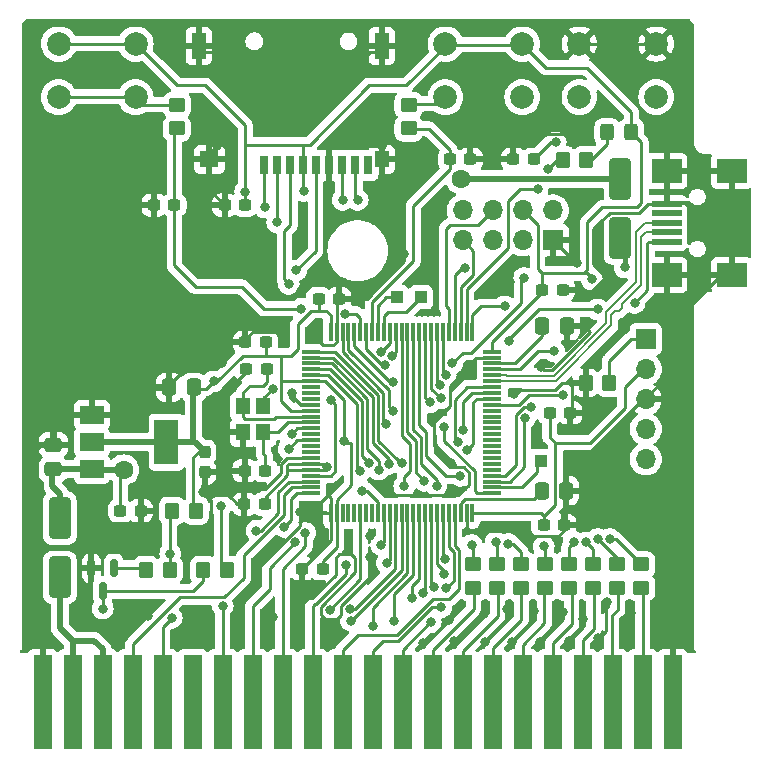
<source format=gtl>
G04 #@! TF.GenerationSoftware,KiCad,Pcbnew,8.0.2*
G04 #@! TF.CreationDate,2025-03-01T20:33:06+01:00*
G04 #@! TF.ProjectId,KungFuFlash2,4b756e67-4675-4466-9c61-7368322e6b69,1*
G04 #@! TF.SameCoordinates,Original*
G04 #@! TF.FileFunction,Copper,L1,Top*
G04 #@! TF.FilePolarity,Positive*
%FSLAX46Y46*%
G04 Gerber Fmt 4.6, Leading zero omitted, Abs format (unit mm)*
G04 Created by KiCad (PCBNEW 8.0.2) date 2025-03-01 20:33:06*
%MOMM*%
%LPD*%
G01*
G04 APERTURE LIST*
G04 Aperture macros list*
%AMRoundRect*
0 Rectangle with rounded corners*
0 $1 Rounding radius*
0 $2 $3 $4 $5 $6 $7 $8 $9 X,Y pos of 4 corners*
0 Add a 4 corners polygon primitive as box body*
4,1,4,$2,$3,$4,$5,$6,$7,$8,$9,$2,$3,0*
0 Add four circle primitives for the rounded corners*
1,1,$1+$1,$2,$3*
1,1,$1+$1,$4,$5*
1,1,$1+$1,$6,$7*
1,1,$1+$1,$8,$9*
0 Add four rect primitives between the rounded corners*
20,1,$1+$1,$2,$3,$4,$5,0*
20,1,$1+$1,$4,$5,$6,$7,0*
20,1,$1+$1,$6,$7,$8,$9,0*
20,1,$1+$1,$8,$9,$2,$3,0*%
G04 Aperture macros list end*
G04 #@! TA.AperFunction,ComponentPad*
%ADD10C,2.000000*%
G04 #@! TD*
G04 #@! TA.AperFunction,SMDPad,CuDef*
%ADD11RoundRect,0.237500X0.300000X0.237500X-0.300000X0.237500X-0.300000X-0.237500X0.300000X-0.237500X0*%
G04 #@! TD*
G04 #@! TA.AperFunction,SMDPad,CuDef*
%ADD12R,1.200000X1.400000*%
G04 #@! TD*
G04 #@! TA.AperFunction,SMDPad,CuDef*
%ADD13RoundRect,0.237500X-0.300000X-0.237500X0.300000X-0.237500X0.300000X0.237500X-0.300000X0.237500X0*%
G04 #@! TD*
G04 #@! TA.AperFunction,SMDPad,CuDef*
%ADD14R,1.524000X8.000000*%
G04 #@! TD*
G04 #@! TA.AperFunction,SMDPad,CuDef*
%ADD15RoundRect,0.250000X-0.337500X-0.475000X0.337500X-0.475000X0.337500X0.475000X-0.337500X0.475000X0*%
G04 #@! TD*
G04 #@! TA.AperFunction,SMDPad,CuDef*
%ADD16RoundRect,0.250000X0.350000X0.450000X-0.350000X0.450000X-0.350000X-0.450000X0.350000X-0.450000X0*%
G04 #@! TD*
G04 #@! TA.AperFunction,SMDPad,CuDef*
%ADD17RoundRect,0.250000X0.337500X0.475000X-0.337500X0.475000X-0.337500X-0.475000X0.337500X-0.475000X0*%
G04 #@! TD*
G04 #@! TA.AperFunction,SMDPad,CuDef*
%ADD18RoundRect,0.250000X-0.325000X-0.450000X0.325000X-0.450000X0.325000X0.450000X-0.325000X0.450000X0*%
G04 #@! TD*
G04 #@! TA.AperFunction,SMDPad,CuDef*
%ADD19R,0.700000X1.600000*%
G04 #@! TD*
G04 #@! TA.AperFunction,SMDPad,CuDef*
%ADD20R,1.200000X2.200000*%
G04 #@! TD*
G04 #@! TA.AperFunction,SMDPad,CuDef*
%ADD21R,1.600000X1.400000*%
G04 #@! TD*
G04 #@! TA.AperFunction,SMDPad,CuDef*
%ADD22RoundRect,0.250000X-0.450000X0.350000X-0.450000X-0.350000X0.450000X-0.350000X0.450000X0.350000X0*%
G04 #@! TD*
G04 #@! TA.AperFunction,SMDPad,CuDef*
%ADD23RoundRect,0.250000X-0.350000X-0.450000X0.350000X-0.450000X0.350000X0.450000X-0.350000X0.450000X0*%
G04 #@! TD*
G04 #@! TA.AperFunction,SMDPad,CuDef*
%ADD24RoundRect,0.150000X-0.150000X0.587500X-0.150000X-0.587500X0.150000X-0.587500X0.150000X0.587500X0*%
G04 #@! TD*
G04 #@! TA.AperFunction,SMDPad,CuDef*
%ADD25R,2.000000X1.500000*%
G04 #@! TD*
G04 #@! TA.AperFunction,SMDPad,CuDef*
%ADD26R,2.000000X3.800000*%
G04 #@! TD*
G04 #@! TA.AperFunction,SMDPad,CuDef*
%ADD27RoundRect,0.250000X0.475000X-0.337500X0.475000X0.337500X-0.475000X0.337500X-0.475000X-0.337500X0*%
G04 #@! TD*
G04 #@! TA.AperFunction,SMDPad,CuDef*
%ADD28RoundRect,0.237500X-0.237500X0.300000X-0.237500X-0.300000X0.237500X-0.300000X0.237500X0.300000X0*%
G04 #@! TD*
G04 #@! TA.AperFunction,SMDPad,CuDef*
%ADD29RoundRect,0.075000X-0.725000X-0.075000X0.725000X-0.075000X0.725000X0.075000X-0.725000X0.075000X0*%
G04 #@! TD*
G04 #@! TA.AperFunction,SMDPad,CuDef*
%ADD30RoundRect,0.075000X-0.075000X-0.725000X0.075000X-0.725000X0.075000X0.725000X-0.075000X0.725000X0*%
G04 #@! TD*
G04 #@! TA.AperFunction,SMDPad,CuDef*
%ADD31R,2.500000X0.500000*%
G04 #@! TD*
G04 #@! TA.AperFunction,SMDPad,CuDef*
%ADD32R,2.500000X2.000000*%
G04 #@! TD*
G04 #@! TA.AperFunction,SMDPad,CuDef*
%ADD33RoundRect,0.250000X0.450000X-0.350000X0.450000X0.350000X-0.450000X0.350000X-0.450000X-0.350000X0*%
G04 #@! TD*
G04 #@! TA.AperFunction,SMDPad,CuDef*
%ADD34R,1.000000X1.000000*%
G04 #@! TD*
G04 #@! TA.AperFunction,SMDPad,CuDef*
%ADD35RoundRect,0.250000X-0.650000X1.500000X-0.650000X-1.500000X0.650000X-1.500000X0.650000X1.500000X0*%
G04 #@! TD*
G04 #@! TA.AperFunction,ComponentPad*
%ADD36R,1.700000X1.700000*%
G04 #@! TD*
G04 #@! TA.AperFunction,ComponentPad*
%ADD37O,1.700000X1.700000*%
G04 #@! TD*
G04 #@! TA.AperFunction,ViaPad*
%ADD38C,0.800000*%
G04 #@! TD*
G04 #@! TA.AperFunction,ViaPad*
%ADD39C,1.600000*%
G04 #@! TD*
G04 #@! TA.AperFunction,Conductor*
%ADD40C,0.250000*%
G04 #@! TD*
G04 #@! TA.AperFunction,Conductor*
%ADD41C,0.500000*%
G04 #@! TD*
G04 #@! TA.AperFunction,Conductor*
%ADD42C,0.200000*%
G04 #@! TD*
G04 #@! TA.AperFunction,Conductor*
%ADD43C,0.400000*%
G04 #@! TD*
G04 APERTURE END LIST*
D10*
X112331500Y-70366500D03*
X118831500Y-70366500D03*
X112331500Y-74866500D03*
X118831500Y-74866500D03*
D11*
X97102000Y-95631000D03*
X95377000Y-95631000D03*
X97028000Y-109347000D03*
X95303000Y-109347000D03*
D12*
X96916250Y-103263000D03*
X96916250Y-101063000D03*
X95216250Y-101063000D03*
X95216250Y-103263000D03*
D13*
X121158000Y-101600000D03*
X122883000Y-101600000D03*
D14*
X78228000Y-126121227D03*
X80768000Y-126121227D03*
X83308000Y-126121227D03*
X85848000Y-126121227D03*
X88388000Y-126121227D03*
X90928000Y-126121227D03*
X93468000Y-126121227D03*
X96008000Y-126121227D03*
X98548000Y-126121227D03*
X101088000Y-126121227D03*
X103628000Y-126121227D03*
X106168000Y-126121227D03*
X108708000Y-126121227D03*
X111248000Y-126121227D03*
X113788000Y-126121227D03*
X116328000Y-126121227D03*
X118868000Y-126121227D03*
X121408000Y-126121227D03*
X123948000Y-126121227D03*
X126488000Y-126121227D03*
X129028000Y-126121227D03*
X131568000Y-126121227D03*
D13*
X95341250Y-106504000D03*
X97066250Y-106504000D03*
D15*
X120523000Y-94234000D03*
X122598000Y-94234000D03*
D13*
X95466250Y-97904000D03*
X97191250Y-97904000D03*
D16*
X126206000Y-99060000D03*
X124206000Y-99060000D03*
D17*
X122555000Y-108204000D03*
X120480000Y-108204000D03*
D13*
X101600000Y-91948000D03*
X103325000Y-91948000D03*
X120523000Y-91186000D03*
X122248000Y-91186000D03*
D18*
X126029500Y-77851000D03*
X128079500Y-77851000D03*
D10*
X79606000Y-70366500D03*
X86106000Y-70366500D03*
X79606000Y-74866500D03*
X86106000Y-74866500D03*
D19*
X96984000Y-80648500D03*
X98084000Y-80648500D03*
X99184000Y-80648500D03*
X100284000Y-80648500D03*
X101384000Y-80648500D03*
D12*
X106934000Y-80148500D03*
D20*
X106934000Y-70548500D03*
D19*
X102484000Y-80648500D03*
D21*
X92334000Y-80148500D03*
D20*
X91434000Y-70548500D03*
D19*
X103584000Y-80648500D03*
X104684000Y-80648500D03*
X105784000Y-80648500D03*
D22*
X89598500Y-75526500D03*
X89598500Y-77526500D03*
D23*
X86993500Y-114901000D03*
X88993500Y-114901000D03*
D16*
X91193500Y-109901000D03*
X89193500Y-109901000D03*
D23*
X122244500Y-80200500D03*
X124244500Y-80200500D03*
D24*
X84262000Y-114775500D03*
X82362000Y-114775500D03*
X83312000Y-116650500D03*
D25*
X82409500Y-101776500D03*
X82409500Y-104076500D03*
D26*
X88709500Y-104076500D03*
D25*
X82409500Y-106376500D03*
D27*
X79121000Y-106384000D03*
X79121000Y-104309000D03*
D17*
X91008000Y-99441000D03*
X88933000Y-99441000D03*
D11*
X119812000Y-80137000D03*
X118087000Y-80137000D03*
D28*
X91948000Y-104914500D03*
X91948000Y-106639500D03*
D11*
X95364500Y-84010500D03*
X93639500Y-84010500D03*
D10*
X123675000Y-70358000D03*
X130175000Y-70358000D03*
X123675000Y-74858000D03*
X130175000Y-74858000D03*
D13*
X112725000Y-80137000D03*
X114450000Y-80137000D03*
D11*
X89367500Y-84010500D03*
X87642500Y-84010500D03*
D22*
X109220000Y-75526500D03*
X109220000Y-77526500D03*
D11*
X101928000Y-114808000D03*
X100203000Y-114808000D03*
D29*
X100942000Y-96417000D03*
X100942000Y-96917000D03*
X100942000Y-97417000D03*
X100942000Y-97917000D03*
X100942000Y-98417000D03*
X100942000Y-98917000D03*
X100942000Y-99417000D03*
X100942000Y-99917000D03*
X100942000Y-100417000D03*
X100942000Y-100917000D03*
X100942000Y-101417000D03*
X100942000Y-101917000D03*
X100942000Y-102417000D03*
X100942000Y-102917000D03*
X100942000Y-103417000D03*
X100942000Y-103917000D03*
X100942000Y-104417000D03*
X100942000Y-104917000D03*
X100942000Y-105417000D03*
X100942000Y-105917000D03*
X100942000Y-106417000D03*
X100942000Y-106917000D03*
X100942000Y-107417000D03*
X100942000Y-107917000D03*
X100942000Y-108417000D03*
D30*
X102617000Y-110092000D03*
X103117000Y-110092000D03*
X103617000Y-110092000D03*
X104117000Y-110092000D03*
X104617000Y-110092000D03*
X105117000Y-110092000D03*
X105617000Y-110092000D03*
X106117000Y-110092000D03*
X106617000Y-110092000D03*
X107117000Y-110092000D03*
X107617000Y-110092000D03*
X108117000Y-110092000D03*
X108617000Y-110092000D03*
X109117000Y-110092000D03*
X109617000Y-110092000D03*
X110117000Y-110092000D03*
X110617000Y-110092000D03*
X111117000Y-110092000D03*
X111617000Y-110092000D03*
X112117000Y-110092000D03*
X112617000Y-110092000D03*
X113117000Y-110092000D03*
X113617000Y-110092000D03*
X114117000Y-110092000D03*
X114617000Y-110092000D03*
D29*
X116292000Y-108417000D03*
X116292000Y-107917000D03*
X116292000Y-107417000D03*
X116292000Y-106917000D03*
X116292000Y-106417000D03*
X116292000Y-105917000D03*
X116292000Y-105417000D03*
X116292000Y-104917000D03*
X116292000Y-104417000D03*
X116292000Y-103917000D03*
X116292000Y-103417000D03*
X116292000Y-102917000D03*
X116292000Y-102417000D03*
X116292000Y-101917000D03*
X116292000Y-101417000D03*
X116292000Y-100917000D03*
X116292000Y-100417000D03*
X116292000Y-99917000D03*
X116292000Y-99417000D03*
X116292000Y-98917000D03*
X116292000Y-98417000D03*
X116292000Y-97917000D03*
X116292000Y-97417000D03*
X116292000Y-96917000D03*
X116292000Y-96417000D03*
D30*
X114617000Y-94742000D03*
X114117000Y-94742000D03*
X113617000Y-94742000D03*
X113117000Y-94742000D03*
X112617000Y-94742000D03*
X112117000Y-94742000D03*
X111617000Y-94742000D03*
X111117000Y-94742000D03*
X110617000Y-94742000D03*
X110117000Y-94742000D03*
X109617000Y-94742000D03*
X109117000Y-94742000D03*
X108617000Y-94742000D03*
X108117000Y-94742000D03*
X107617000Y-94742000D03*
X107117000Y-94742000D03*
X106617000Y-94742000D03*
X106117000Y-94742000D03*
X105617000Y-94742000D03*
X105117000Y-94742000D03*
X104617000Y-94742000D03*
X104117000Y-94742000D03*
X103617000Y-94742000D03*
X103117000Y-94742000D03*
X102617000Y-94742000D03*
D31*
X131064000Y-87116000D03*
X131064000Y-86316000D03*
X131064000Y-85516000D03*
X131064000Y-84716000D03*
X131064000Y-83916000D03*
D32*
X131064000Y-89916000D03*
X136564000Y-89916000D03*
X131064000Y-81116000D03*
X136564000Y-81116000D03*
D33*
X124816000Y-116427000D03*
X124816000Y-114427000D03*
X122784000Y-116427000D03*
X122784000Y-114427000D03*
X126848000Y-116427000D03*
X126848000Y-114427000D03*
D34*
X108204000Y-91821000D03*
D33*
X116688000Y-116427000D03*
X116688000Y-114427000D03*
X120752000Y-116427000D03*
X120752000Y-114427000D03*
D34*
X120396000Y-105664000D03*
D13*
X120650000Y-111125000D03*
X122375000Y-111125000D03*
D16*
X93793500Y-114901000D03*
X91793500Y-114901000D03*
D33*
X118720000Y-116427000D03*
X118720000Y-114427000D03*
D35*
X127127000Y-81788000D03*
X127127000Y-86788000D03*
D34*
X110236000Y-91821000D03*
D33*
X114656000Y-116427000D03*
X114656000Y-114427000D03*
X128905000Y-116427000D03*
X128905000Y-114427000D03*
D36*
X121412000Y-86995000D03*
D37*
X121412000Y-84455000D03*
X118872000Y-86995000D03*
X118872000Y-84455000D03*
X116332000Y-86995000D03*
X116332000Y-84455000D03*
X113792000Y-86995000D03*
X113792000Y-84455000D03*
D36*
X129286000Y-95351600D03*
D37*
X129286000Y-97891600D03*
X129286000Y-100431600D03*
X129286000Y-102971600D03*
X129286000Y-105511600D03*
D35*
X79692500Y-110534635D03*
X79692500Y-115534635D03*
D13*
X84793500Y-109901000D03*
X86518500Y-109901000D03*
D38*
X108839000Y-88138000D03*
X123448299Y-88904299D03*
X82768249Y-111508203D03*
X103378000Y-73152000D03*
X105918000Y-113789434D03*
X116078000Y-91033600D03*
X96113600Y-116433600D03*
X117923800Y-120971800D03*
X112623600Y-119126000D03*
X118110000Y-100025200D03*
X105918000Y-112064800D03*
X117551200Y-118211600D03*
X77724000Y-112522000D03*
X89154000Y-69850000D03*
X123698000Y-77978000D03*
X87947500Y-78993998D03*
X117805200Y-90525600D03*
X91821000Y-108331000D03*
X99986000Y-109982000D03*
X100126800Y-91287600D03*
X92075000Y-82550000D03*
X119989600Y-103124000D03*
X122313100Y-118465600D03*
X132207000Y-69469000D03*
X102362000Y-83058000D03*
X127711200Y-120751600D03*
X77660500Y-69342000D03*
X125988299Y-117597701D03*
X131572000Y-119380000D03*
X100279200Y-84429600D03*
X82521680Y-110695272D03*
X123735500Y-91440000D03*
X78232000Y-121158000D03*
X115570000Y-118618000D03*
X100177600Y-117297200D03*
X91795600Y-118567200D03*
X97700000Y-99540304D03*
X109537500Y-69786500D03*
X113063500Y-120954800D03*
X93434500Y-97382500D03*
X120345200Y-121005600D03*
X115637800Y-120971800D03*
X100965000Y-94869000D03*
X87693500Y-82486500D03*
X114300000Y-78613000D03*
X77724000Y-111760000D03*
X87172800Y-118821200D03*
X92964000Y-78994000D03*
X77724000Y-110998000D03*
X112776000Y-105822500D03*
X82323450Y-112231950D03*
X93726000Y-99859000D03*
X96012000Y-73152000D03*
X97688400Y-118922800D03*
X119786400Y-118364000D03*
X128016000Y-118516400D03*
X87503000Y-111633000D03*
X120396000Y-97692500D03*
X131572000Y-120142000D03*
X78232000Y-119380000D03*
X99314000Y-99949000D03*
X85090000Y-118516400D03*
X110388400Y-121056400D03*
X106934000Y-78994000D03*
X114465375Y-97574375D03*
X124587000Y-101600000D03*
X78232000Y-120269000D03*
X98642000Y-95250000D03*
X131572000Y-120904000D03*
X95123000Y-111125000D03*
X110617000Y-89154000D03*
X93435000Y-105918000D03*
X124002800Y-119075200D03*
X125272800Y-120650000D03*
X102362000Y-78994000D03*
X122779301Y-120959099D03*
X90881200Y-113131600D03*
X99055701Y-104643701D03*
X99695000Y-89535000D03*
X92710000Y-98933000D03*
X95377000Y-82867500D03*
X100330000Y-82804000D03*
X124714000Y-90297000D03*
X102261500Y-106172000D03*
X103750898Y-104009712D03*
X97028000Y-84201000D03*
X107835702Y-96772608D03*
X98084000Y-85471000D03*
X106856202Y-96433604D03*
X99064299Y-90673701D03*
X102606815Y-100494500D03*
X89154000Y-118961500D03*
X105283000Y-108204000D03*
X93472000Y-117946253D03*
X106892500Y-112776000D03*
X113848409Y-103067591D03*
X99618800Y-112559500D03*
X100457000Y-111760000D03*
X113362146Y-104061853D03*
X107360000Y-114300000D03*
X103886000Y-114464500D03*
X111963200Y-118072500D03*
X112395000Y-116459000D03*
X112308500Y-113992403D03*
X112196202Y-115244202D03*
X111379000Y-116363500D03*
X110390613Y-116813500D03*
X109505182Y-117277199D03*
X107950000Y-119253000D03*
X112230500Y-102810799D03*
X83312000Y-118173500D03*
X98683997Y-111256997D03*
X114173000Y-104775000D03*
X106672883Y-106408889D03*
X107551065Y-105931604D03*
X108622500Y-105822500D03*
X107335500Y-102526500D03*
X107892500Y-101473000D03*
X104259715Y-118187911D03*
X105100741Y-106528716D03*
X105825241Y-105822500D03*
X104326200Y-119185200D03*
X106172000Y-119665500D03*
X124242616Y-112560923D03*
X111952851Y-100367500D03*
X123190000Y-112522000D03*
X110998000Y-100711000D03*
X125222000Y-112268000D03*
X111841500Y-99250500D03*
X126242299Y-112263701D03*
X112357036Y-98394213D03*
X113567194Y-106952495D03*
X120650000Y-112903000D03*
X117665853Y-112712146D03*
X111575195Y-107753805D03*
X108839000Y-107813399D03*
X114554000Y-112776000D03*
X110544502Y-107359508D03*
X116590299Y-112517701D03*
X89027000Y-113538000D03*
X96325899Y-111565899D03*
X107222512Y-97561914D03*
X117729000Y-95504000D03*
X125222000Y-92837000D03*
X121031000Y-80938500D03*
X120142000Y-82637500D03*
D39*
X113665000Y-81788000D03*
X85090000Y-106426000D03*
D38*
X121666000Y-78702500D03*
X112903000Y-97409000D03*
X118999000Y-90170000D03*
X99307170Y-103370140D03*
X103841500Y-93218000D03*
X100135200Y-92769200D03*
X103632000Y-83566000D03*
X119065792Y-102040501D03*
X119596500Y-101092000D03*
X104902000Y-83566000D03*
X121539000Y-96393000D03*
X117348000Y-92583000D03*
X128352575Y-92284575D03*
X127508000Y-89281000D03*
X113956500Y-89334851D03*
X122295500Y-100076000D03*
X111086900Y-119341899D03*
X102514400Y-118262400D03*
X93345000Y-109474000D03*
X107892500Y-98994585D03*
D40*
X136564000Y-89916000D02*
X131064000Y-89916000D01*
X131064000Y-81116000D02*
X131064000Y-83916000D01*
X136564000Y-81116000D02*
X131064000Y-81116000D01*
X94696000Y-109301000D02*
X95222500Y-109301000D01*
X114300000Y-107696000D02*
X113411000Y-108585000D01*
X119786400Y-119075200D02*
X117906800Y-120954800D01*
X92964000Y-78994000D02*
X92202000Y-79756000D01*
X99314000Y-100154685D02*
X99314000Y-99949000D01*
X123063000Y-100457000D02*
X123063000Y-101166000D01*
X131064000Y-83916000D02*
X129445396Y-83916000D01*
X108839000Y-88138000D02*
X108839000Y-88773000D01*
X92166500Y-82550000D02*
X93627000Y-84010500D01*
X128016000Y-120446800D02*
X127711200Y-120751600D01*
X122783600Y-120954800D02*
X122779301Y-120959099D01*
X118074500Y-80137000D02*
X114265910Y-80137000D01*
X86518500Y-109901000D02*
X86518500Y-111383203D01*
X103378000Y-73152000D02*
X103886000Y-73152000D01*
X131572000Y-101473000D02*
X130556000Y-100457000D01*
X114919000Y-96917000D02*
X114465375Y-97370625D01*
X102819200Y-90474800D02*
X100939600Y-90474800D01*
X118509200Y-99626000D02*
X118262400Y-99872800D01*
X108839000Y-88773000D02*
X105664000Y-91948000D01*
X106553000Y-68770500D02*
X108521500Y-68770500D01*
X102484000Y-81156500D02*
X102484000Y-79116000D01*
X113131600Y-120954800D02*
X113063500Y-120954800D01*
X131572000Y-120904000D02*
X131572000Y-119380000D01*
X111353600Y-104400100D02*
X111353600Y-102387400D01*
X91434000Y-68840000D02*
X91434000Y-70548500D01*
X123291600Y-99060000D02*
X122176792Y-99060000D01*
X78050500Y-104321500D02*
X77724000Y-104648000D01*
X116292000Y-96917000D02*
X114919000Y-96917000D01*
X95123000Y-111125000D02*
X95303000Y-110945000D01*
X108521500Y-68770500D02*
X122214500Y-68770500D01*
X123802000Y-70358000D02*
X130302000Y-70358000D01*
X124586302Y-94741302D02*
X121360604Y-97967000D01*
X102484000Y-81602500D02*
X102484000Y-80648500D01*
X102362000Y-83058000D02*
X102484000Y-82936000D01*
X95377000Y-108077000D02*
X95377000Y-106539750D01*
X87503000Y-111633000D02*
X87378203Y-111508203D01*
X103117000Y-94742000D02*
X103117000Y-92156000D01*
X82323450Y-112231950D02*
X82323450Y-114624450D01*
X103325000Y-90980600D02*
X102819200Y-90474800D01*
X122555000Y-111379000D02*
X121920000Y-112014000D01*
X124002800Y-119075200D02*
X124002800Y-119735600D01*
X131568000Y-120908000D02*
X131572000Y-120904000D01*
X78232000Y-68770500D02*
X77660500Y-69342000D01*
X131572000Y-119380000D02*
X131572000Y-101473000D01*
X92075000Y-108585000D02*
X93980000Y-108585000D01*
X100939600Y-90474800D02*
X100126800Y-91287600D01*
X101752400Y-118719600D02*
X102108000Y-119075200D01*
X90233500Y-68770500D02*
X78232000Y-68770500D01*
X95303000Y-110945000D02*
X95303000Y-109347000D01*
X131508500Y-68770500D02*
X132207000Y-69469000D01*
X114450000Y-79271000D02*
X114450000Y-80137000D01*
X87020400Y-118821200D02*
X87172800Y-118821200D01*
X91821000Y-108331000D02*
X92075000Y-108585000D01*
X125730000Y-90306305D02*
X124596305Y-91440000D01*
X96916250Y-100324054D02*
X97700000Y-99540304D01*
X96012000Y-73152000D02*
X93916500Y-71056500D01*
X124596305Y-91440000D02*
X123735500Y-91440000D01*
X108521500Y-68770500D02*
X109537500Y-69786500D01*
X122555000Y-106934000D02*
X122555000Y-111379000D01*
X123735500Y-91440000D02*
X123481500Y-91186000D01*
X101041200Y-117297200D02*
X103022400Y-115316000D01*
X103327200Y-113588800D02*
X104292400Y-113588800D01*
X129032000Y-100457000D02*
X122555000Y-106934000D01*
X100203000Y-114808000D02*
X100203000Y-117271800D01*
X113858987Y-106219689D02*
X114300000Y-106660702D01*
X114117000Y-111450000D02*
X114117000Y-110092000D01*
X93434500Y-97382500D02*
X90768000Y-97382500D01*
X105918000Y-115495196D02*
X105918000Y-113789434D01*
X125374400Y-120599200D02*
X125323600Y-120650000D01*
X111353600Y-102387400D02*
X112677351Y-101063649D01*
X85090000Y-118516400D02*
X86614000Y-118516400D01*
X103117000Y-94742000D02*
X103117000Y-95607685D01*
X104292400Y-113588800D02*
X104634602Y-113931002D01*
X121412000Y-86995000D02*
X123190000Y-88773000D01*
X90768000Y-97382500D02*
X88582500Y-99568000D01*
X99986000Y-111166995D02*
X96113600Y-115039395D01*
X100076315Y-100917000D02*
X99314000Y-100154685D01*
X112871500Y-105918000D02*
X112871500Y-106188189D01*
X77724000Y-118560315D02*
X77724000Y-112522000D01*
X100203000Y-114808000D02*
X102617000Y-112394000D01*
X130556000Y-100457000D02*
X129032000Y-100457000D01*
X114935000Y-77978000D02*
X123698000Y-77978000D01*
X101981000Y-95885000D02*
X100965000Y-94869000D01*
X106934000Y-83439000D02*
X106934000Y-80148500D01*
X82409500Y-101776500D02*
X80087500Y-101776500D01*
X120670500Y-97967000D02*
X120396000Y-97692500D01*
X128016000Y-118516400D02*
X128016000Y-120446800D01*
X102362000Y-108585000D02*
X102617000Y-108840000D01*
X85167500Y-101776500D02*
X82409500Y-101776500D01*
X103378000Y-73152000D02*
X96012000Y-73152000D01*
X123063000Y-100457000D02*
X123444000Y-100457000D01*
X122598000Y-94234000D02*
X124079000Y-94234000D01*
X118262400Y-99872800D02*
X118110000Y-100025200D01*
X98924604Y-105417000D02*
X98425000Y-105916604D01*
X119786400Y-118364000D02*
X119786400Y-119075200D01*
X125940400Y-120033200D02*
X125374400Y-120599200D01*
X97027302Y-108077000D02*
X95377000Y-108077000D01*
X96916250Y-101063000D02*
X96916250Y-100324054D01*
X123190000Y-88773000D02*
X123444000Y-88773000D01*
X124002800Y-119735600D02*
X122783600Y-120954800D01*
X129445396Y-83916000D02*
X128710396Y-84651000D01*
X124841000Y-89027000D02*
X125730000Y-89916000D01*
X125988299Y-117597701D02*
X125940400Y-117645600D01*
X100942000Y-100917000D02*
X100076315Y-100917000D01*
X135564000Y-90043000D02*
X132588000Y-93019000D01*
X102362000Y-78994000D02*
X106934000Y-78994000D01*
X116535200Y-90525600D02*
X116078000Y-90982800D01*
X125730000Y-89916000D02*
X125730000Y-90306305D01*
X98642000Y-95250000D02*
X98552000Y-95250000D01*
X87376000Y-99568000D02*
X85167500Y-101776500D01*
X102839685Y-95885000D02*
X101981000Y-95885000D01*
X124206000Y-99060000D02*
X123291600Y-99060000D01*
X123444000Y-100457000D02*
X124587000Y-101600000D01*
X102484000Y-82936000D02*
X102484000Y-81602500D01*
X112677351Y-99362399D02*
X114465375Y-97574375D01*
X82521680Y-111261634D02*
X82768249Y-111508203D01*
X115570000Y-118618000D02*
X113233200Y-120954800D01*
X121610792Y-99626000D02*
X118509200Y-99626000D01*
X96113600Y-115039395D02*
X96113600Y-116433600D01*
X77724000Y-111760000D02*
X77724000Y-112522000D01*
X87693500Y-82486500D02*
X87693500Y-83947000D01*
X114300000Y-111633000D02*
X114117000Y-111450000D01*
X115637800Y-120937800D02*
X117551200Y-119024400D01*
X124841000Y-86048000D02*
X124841000Y-89027000D01*
X95341250Y-106504000D02*
X95341250Y-104866250D01*
X79121000Y-104321500D02*
X78050500Y-104321500D01*
X92506800Y-109016800D02*
X92506800Y-111506000D01*
X108839000Y-85344000D02*
X106934000Y-83439000D01*
X112903000Y-106219689D02*
X113858987Y-106219689D01*
X106934000Y-78994000D02*
X106934000Y-80656500D01*
X114300000Y-106660702D02*
X114300000Y-107696000D01*
X123291600Y-99060000D02*
X123063000Y-99060000D01*
X110693200Y-121056400D02*
X110388400Y-121056400D01*
X98425000Y-106679302D02*
X97027302Y-108077000D01*
X92506800Y-111506000D02*
X90881200Y-113131600D01*
X90233500Y-68770500D02*
X89154000Y-69850000D01*
X121920000Y-112014000D02*
X118999000Y-112014000D01*
X112623600Y-119126000D02*
X110693200Y-121056400D01*
X117906800Y-120954800D02*
X117923800Y-120971800D01*
X86518500Y-111383203D02*
X86393500Y-111508203D01*
X113411000Y-108585000D02*
X107924600Y-108585000D01*
X114300000Y-78613000D02*
X114935000Y-77978000D01*
X123063000Y-99060000D02*
X123063000Y-100457000D01*
X98425000Y-105916604D02*
X98425000Y-106679302D01*
X103117000Y-95607685D02*
X102839685Y-95885000D01*
X118999000Y-112014000D02*
X118618000Y-111633000D01*
X102108000Y-119075200D02*
X103124000Y-119075200D01*
X93916500Y-71056500D02*
X91434000Y-71056500D01*
X102617000Y-112394000D02*
X102617000Y-110092000D01*
X88582500Y-99568000D02*
X87376000Y-99568000D01*
X112776000Y-105822500D02*
X112871500Y-105918000D01*
X101752400Y-117999095D02*
X101752400Y-118719600D01*
X99986000Y-109982000D02*
X100965000Y-109982000D01*
X95377000Y-108077000D02*
X95377000Y-109273000D01*
X103325000Y-91948000D02*
X103325000Y-90980600D01*
X87693500Y-82486500D02*
X87693500Y-79247998D01*
X126238000Y-84651000D02*
X124841000Y-86048000D01*
X102484000Y-79116000D02*
X102362000Y-78994000D01*
X114465375Y-97370625D02*
X114465375Y-97574375D01*
X108839000Y-88138000D02*
X108839000Y-85344000D01*
X116078000Y-90982800D02*
X116078000Y-91033600D01*
X123481500Y-91186000D02*
X122248000Y-91186000D01*
X86969600Y-118872000D02*
X87020400Y-118821200D01*
X100942000Y-105417000D02*
X98924604Y-105417000D01*
X79248000Y-102616000D02*
X79248000Y-104194500D01*
X78232000Y-119380000D02*
X78232000Y-121158000D01*
X125323600Y-120650000D02*
X125272800Y-120650000D01*
X87378203Y-111508203D02*
X85393500Y-111508203D01*
X123063000Y-101166000D02*
X123190000Y-101293000D01*
X114300000Y-79121000D02*
X114450000Y-79271000D01*
X96012000Y-94742000D02*
X95377000Y-95377000D01*
X103479600Y-118719600D02*
X103479600Y-117933596D01*
X77724000Y-110998000D02*
X77724000Y-111760000D01*
X117805200Y-90525600D02*
X116535200Y-90525600D01*
X106934000Y-70548500D02*
X106934000Y-68770500D01*
X104634602Y-113931002D02*
X104634602Y-115116893D01*
X132588000Y-97028000D02*
X129159000Y-100457000D01*
X103124000Y-119075200D02*
X103479600Y-118719600D01*
X98552000Y-95250000D02*
X98044000Y-94742000D01*
X91503500Y-68770500D02*
X90233500Y-68770500D01*
X106553000Y-68770500D02*
X91503500Y-68770500D01*
X91821000Y-108331000D02*
X92506800Y-109016800D01*
X103022400Y-113893600D02*
X103327200Y-113588800D01*
X91948000Y-106652000D02*
X92701000Y-106652000D01*
X107924600Y-108585000D02*
X107061000Y-107721400D01*
X78232000Y-119068315D02*
X77724000Y-118560315D01*
X95341250Y-104866250D02*
X95216250Y-104741250D01*
X92701000Y-106652000D02*
X93435000Y-105918000D01*
X121360604Y-97967000D02*
X120670500Y-97967000D01*
X122313100Y-118465600D02*
X122313100Y-119037700D01*
X128710396Y-84651000D02*
X126238000Y-84651000D01*
X125940400Y-117645600D02*
X125940400Y-120033200D01*
X103479600Y-117933596D02*
X105918000Y-115495196D01*
X82521680Y-110695272D02*
X82521680Y-111261634D01*
X99986000Y-109982000D02*
X99986000Y-111166995D01*
X122214500Y-68770500D02*
X123802000Y-70358000D01*
X95216250Y-104741250D02*
X95216250Y-103263000D01*
X95466250Y-98118750D02*
X93726000Y-99859000D01*
X103022400Y-115316000D02*
X103022400Y-113893600D01*
X103886000Y-73152000D02*
X105981500Y-71056500D01*
X123444000Y-88900000D02*
X123448299Y-88904299D01*
X87693500Y-79247998D02*
X87947500Y-78993998D01*
X132588000Y-93019000D02*
X132588000Y-97028000D01*
X100177600Y-117297200D02*
X101041200Y-117297200D01*
X80087500Y-101776500D02*
X79248000Y-102616000D01*
X86393500Y-111508203D02*
X82768249Y-111508203D01*
X92075000Y-82550000D02*
X92166500Y-82550000D01*
X112776000Y-105822500D02*
X111353600Y-104400100D01*
X118618000Y-111633000D02*
X114300000Y-111633000D01*
X93980000Y-108585000D02*
X94696000Y-109301000D01*
X105981500Y-71056500D02*
X106934000Y-71056500D01*
X100965000Y-109982000D02*
X102362000Y-108585000D01*
X104634602Y-115116893D02*
X101752400Y-117999095D01*
X113233200Y-120954800D02*
X113131600Y-120954800D01*
X86614000Y-118516400D02*
X86969600Y-118872000D01*
X112677351Y-101063649D02*
X112677351Y-99362399D01*
X98044000Y-94742000D02*
X96012000Y-94742000D01*
X124079000Y-94234000D02*
X124586302Y-94741302D01*
D41*
X131568000Y-126121227D02*
X131568000Y-120908000D01*
D40*
X102484000Y-81029500D02*
X102484000Y-81602500D01*
X112871500Y-106188189D02*
X112903000Y-106219689D01*
X115637800Y-120971800D02*
X115637800Y-120937800D01*
X78232000Y-119380000D02*
X78232000Y-119068315D01*
X78228000Y-121162000D02*
X78232000Y-121158000D01*
X77724000Y-104648000D02*
X77724000Y-110998000D01*
X114300000Y-78613000D02*
X114300000Y-79121000D01*
X106934000Y-68770500D02*
X106553000Y-68770500D01*
X100203000Y-117271800D02*
X100177600Y-117297200D01*
D41*
X78228000Y-126121227D02*
X78228000Y-121162000D01*
D40*
X117551200Y-119024400D02*
X117551200Y-118211600D01*
X102617000Y-108840000D02*
X102617000Y-110092000D01*
X122176792Y-99060000D02*
X121610792Y-99626000D01*
X122313100Y-119037700D02*
X120345200Y-121005600D01*
X91503500Y-68770500D02*
X91434000Y-68840000D01*
X105664000Y-91948000D02*
X103579000Y-91948000D01*
X122214500Y-68770500D02*
X131508500Y-68770500D01*
X123444000Y-88773000D02*
X123444000Y-88900000D01*
X99055701Y-104643701D02*
X99782402Y-103917000D01*
X99782402Y-103917000D02*
X100942000Y-103917000D01*
X101346000Y-87884000D02*
X101346000Y-80686500D01*
X99695000Y-89535000D02*
X101346000Y-87884000D01*
X92075000Y-99568000D02*
X90995500Y-99568000D01*
X102155500Y-98917000D02*
X103759000Y-100520500D01*
X103750898Y-104009712D02*
X103881186Y-104140000D01*
X100284000Y-82758000D02*
X100284000Y-81742000D01*
X97028000Y-108775500D02*
X97028000Y-109347000D01*
X101600000Y-92964000D02*
X101600000Y-91948000D01*
X102016500Y-106417000D02*
X102261500Y-106172000D01*
X105854500Y-73850500D02*
X100820500Y-78884500D01*
X103759000Y-104140000D02*
X104361000Y-104140000D01*
X124714000Y-90170000D02*
X124206000Y-89662000D01*
X95186500Y-96774000D02*
X97049000Y-96774000D01*
X103117000Y-108973000D02*
X103117000Y-110092000D01*
X121158000Y-103655500D02*
X121642500Y-104140000D01*
X103881186Y-104140000D02*
X104361000Y-104140000D01*
X97049000Y-96774000D02*
X98425000Y-96774000D01*
X100926000Y-98933000D02*
X98425000Y-98933000D01*
X100284000Y-81029500D02*
X100284000Y-78884500D01*
X89590000Y-73850500D02*
X92011500Y-73850500D01*
X121642500Y-109370500D02*
X121642500Y-104140000D01*
X102235000Y-92964000D02*
X102617000Y-93346000D01*
X95377000Y-82867500D02*
X95377000Y-84010500D01*
X100284000Y-81742000D02*
X100284000Y-80648500D01*
X116292000Y-96417000D02*
X116292000Y-95607500D01*
X120650000Y-110363000D02*
X120396000Y-110109000D01*
X120855000Y-72390000D02*
X124333000Y-72390000D01*
D41*
X90932000Y-104076500D02*
X91122500Y-104076500D01*
D40*
X100330000Y-82804000D02*
X100284000Y-82758000D01*
X100942000Y-98917000D02*
X102155500Y-98917000D01*
X100942000Y-101417000D02*
X99258000Y-101417000D01*
X124714000Y-90297000D02*
X124714000Y-90170000D01*
D41*
X82409500Y-104076500D02*
X88709500Y-104076500D01*
D40*
X90993500Y-105348500D02*
X90993500Y-109701000D01*
X127508000Y-99441000D02*
X129032000Y-97917000D01*
X97102000Y-96192000D02*
X97102000Y-96721000D01*
X104361000Y-107729000D02*
X103117000Y-108973000D01*
X128079500Y-77851000D02*
X128905000Y-78676500D01*
X120650000Y-110363000D02*
X121642500Y-109370500D01*
X86106000Y-70366500D02*
X89590000Y-73850500D01*
X92011500Y-73850500D02*
X95377000Y-77216000D01*
X101928000Y-114808000D02*
X101928000Y-114124400D01*
X100284000Y-78884500D02*
X95377000Y-78884500D01*
X120650000Y-110871000D02*
X120650000Y-110363000D01*
X104361000Y-104140000D02*
X104361000Y-107729000D01*
X91440000Y-104902000D02*
X90993500Y-105348500D01*
X100942000Y-106417000D02*
X102016500Y-106417000D01*
X121158000Y-101600000D02*
X121158000Y-103655500D01*
X99817000Y-96213272D02*
X99817000Y-94112000D01*
X124333000Y-72390000D02*
X128079500Y-76136500D01*
X99817000Y-94112000D02*
X100965000Y-92964000D01*
D41*
X91122500Y-104076500D02*
X91948000Y-104902000D01*
D40*
X91948000Y-104902000D02*
X91440000Y-104902000D01*
X99256272Y-96774000D02*
X99817000Y-96213272D01*
D41*
X88709500Y-104076500D02*
X90932000Y-104076500D01*
D40*
X127508000Y-101219000D02*
X127508000Y-99441000D01*
X112435500Y-70421500D02*
X109006500Y-73850500D01*
X128905000Y-78676500D02*
X128905000Y-83820000D01*
X101600000Y-92964000D02*
X102235000Y-92964000D01*
X98942000Y-106417000D02*
X98942000Y-106861500D01*
X128079500Y-76136500D02*
X128079500Y-77851000D01*
X112435500Y-70421500D02*
X118935500Y-70421500D01*
X99258000Y-101417000D02*
X98425000Y-100584000D01*
X79502000Y-70358000D02*
X86002000Y-70358000D01*
X100942000Y-106417000D02*
X98942000Y-106417000D01*
X101600000Y-91694000D02*
X101600000Y-92964000D01*
X120142000Y-85725000D02*
X120142000Y-89408000D01*
X95377000Y-77216000D02*
X95377000Y-82867500D01*
X102261500Y-106172000D02*
X102006500Y-105917000D01*
X98425000Y-100584000D02*
X98425000Y-98933000D01*
X97049000Y-96774000D02*
X97102000Y-96721000D01*
X120523000Y-89789000D02*
X120523000Y-91186000D01*
X103117000Y-112935400D02*
X103117000Y-110092000D01*
X124587000Y-104140000D02*
X127508000Y-101219000D01*
X120650000Y-111125000D02*
X120650000Y-110363000D01*
X102006500Y-105917000D02*
X100942000Y-105917000D01*
X116292000Y-95607500D02*
X120523000Y-91376500D01*
X101928000Y-114124400D02*
X103117000Y-112935400D01*
X121642500Y-104140000D02*
X124587000Y-104140000D01*
X98942000Y-106036000D02*
X98942000Y-106417000D01*
X97102000Y-96192000D02*
X97102000Y-95631000D01*
X124333000Y-85471000D02*
X124333000Y-89535000D01*
X93027500Y-98933000D02*
X95186500Y-96774000D01*
X92710000Y-98933000D02*
X93027500Y-98933000D01*
X100942000Y-105917000D02*
X99061000Y-105917000D01*
X118831500Y-70366500D02*
X120855000Y-72390000D01*
X98425000Y-96774000D02*
X99256272Y-96774000D01*
X90995500Y-104013000D02*
X90932000Y-104076500D01*
X100284000Y-81029500D02*
X100284000Y-81742000D01*
X102617000Y-93346000D02*
X102617000Y-94742000D01*
X92710000Y-98933000D02*
X92075000Y-99568000D01*
X124333000Y-89535000D02*
X124079000Y-89789000D01*
X128905000Y-83820000D02*
X128524000Y-84201000D01*
X99061000Y-105917000D02*
X98942000Y-106036000D01*
X103759000Y-100520500D02*
X103759000Y-104140000D01*
X120142000Y-89408000D02*
X120523000Y-89789000D01*
X124079000Y-89789000D02*
X120523000Y-89789000D01*
X98425000Y-98933000D02*
X98425000Y-96774000D01*
X95377000Y-78884500D02*
X95377000Y-84010500D01*
X100820500Y-78884500D02*
X100284000Y-78884500D01*
X128524000Y-84201000D02*
X125603000Y-84201000D01*
X98942000Y-106861500D02*
X97028000Y-108775500D01*
X100965000Y-92964000D02*
X101600000Y-92964000D01*
D41*
X90995500Y-104013000D02*
X90995500Y-99568000D01*
D40*
X120396000Y-110109000D02*
X114634000Y-110109000D01*
X118872000Y-84455000D02*
X120142000Y-85725000D01*
X125603000Y-84201000D02*
X124333000Y-85471000D01*
X109006500Y-73850500D02*
X105854500Y-73850500D01*
X107835702Y-96772608D02*
X108117000Y-96491310D01*
X97028000Y-84201000D02*
X96984000Y-84157000D01*
X96984000Y-84157000D02*
X96984000Y-80648500D01*
X108117000Y-96491310D02*
X108117000Y-94742000D01*
X98084000Y-85471000D02*
X98084000Y-80648500D01*
X107617000Y-95672806D02*
X106856202Y-96433604D01*
X107617000Y-94742000D02*
X107617000Y-95672806D01*
X102606815Y-100494500D02*
X102986500Y-100874185D01*
X98679000Y-90288402D02*
X98679000Y-86233000D01*
X99184000Y-85728000D02*
X99184000Y-80648500D01*
X98679000Y-86233000D02*
X99184000Y-85728000D01*
X102986500Y-100874185D02*
X102986500Y-106563500D01*
X102633000Y-106917000D02*
X100942000Y-106917000D01*
X99064299Y-90673701D02*
X98679000Y-90288402D01*
X102986500Y-106563500D02*
X102633000Y-106917000D01*
X89839800Y-117221000D02*
X85848000Y-121212800D01*
X85848000Y-121212800D02*
X85848000Y-126121227D01*
X99347000Y-107917000D02*
X98679000Y-108585000D01*
X93599000Y-117221000D02*
X89839800Y-117221000D01*
X100942000Y-107917000D02*
X99347000Y-107917000D01*
X95250000Y-113666396D02*
X95250000Y-115570000D01*
X95250000Y-115570000D02*
X93599000Y-117221000D01*
X98679000Y-110237396D02*
X95250000Y-113666396D01*
X98679000Y-108585000D02*
X98679000Y-110237396D01*
X88388000Y-119727500D02*
X88388000Y-126121227D01*
X89154000Y-118961500D02*
X88388000Y-119727500D01*
X105283000Y-108204000D02*
X105654695Y-108204000D01*
X106617000Y-109166305D02*
X106617000Y-110092000D01*
X105654695Y-108204000D02*
X106617000Y-109166305D01*
X107117000Y-112551500D02*
X107117000Y-110092000D01*
X93472000Y-120523000D02*
X93468000Y-120527000D01*
X93468000Y-120527000D02*
X93468000Y-126121227D01*
X106892500Y-112776000D02*
X107117000Y-112551500D01*
X93472000Y-117946253D02*
X93472000Y-120523000D01*
X96008000Y-117961600D02*
X96008000Y-126121227D01*
X99618800Y-112559500D02*
X97434400Y-114743900D01*
X113851851Y-103064149D02*
X113848409Y-103067591D01*
X114586000Y-99917000D02*
X113851851Y-100651149D01*
X97434400Y-116535200D02*
X96008000Y-117961600D01*
X116292000Y-99917000D02*
X114586000Y-99917000D01*
X97434400Y-114743900D02*
X97434400Y-116535200D01*
X113851851Y-100651149D02*
X113851851Y-103064149D01*
X100457000Y-112903000D02*
X98548000Y-114812000D01*
X113127351Y-101504045D02*
X113127351Y-100486649D01*
X113362146Y-104061853D02*
X113123409Y-103823116D01*
X113127351Y-100486649D02*
X114197000Y-99417000D01*
X113123409Y-101507987D02*
X113127351Y-101504045D01*
X113123409Y-103823116D02*
X113123409Y-101507987D01*
X100457000Y-111760000D02*
X100457000Y-112903000D01*
X98548000Y-114812000D02*
X98548000Y-126121227D01*
X114197000Y-99417000D02*
X116292000Y-99417000D01*
X103886000Y-114464500D02*
X103886000Y-115214400D01*
X103886000Y-115214400D02*
X101346000Y-117754400D01*
X107617000Y-110092000D02*
X107617000Y-114043000D01*
X101346000Y-117754400D02*
X101320600Y-117754400D01*
X101320600Y-117754400D02*
X101088000Y-117987000D01*
X101088000Y-117987000D02*
X101088000Y-126121227D01*
X107617000Y-114043000D02*
X107360000Y-114300000D01*
X112649000Y-117348000D02*
X113484000Y-116513000D01*
X113484000Y-113216104D02*
X113117000Y-112849104D01*
X111250604Y-117348000D02*
X112649000Y-117348000D01*
X113117000Y-112849104D02*
X113117000Y-110092000D01*
X113484000Y-116513000D02*
X113484000Y-113216104D01*
X103628000Y-121670000D02*
X104907500Y-120390500D01*
X108208104Y-120390500D02*
X111250604Y-117348000D01*
X103628000Y-126121227D02*
X103628000Y-121670000D01*
X104907500Y-120390500D02*
X108208104Y-120390500D01*
X114744500Y-118173500D02*
X114744500Y-116515500D01*
X111248000Y-121670000D02*
X114744500Y-118173500D01*
X111248000Y-126121227D02*
X111248000Y-121670000D01*
X112617000Y-112985500D02*
X113034000Y-113402500D01*
X106168000Y-121797000D02*
X106168000Y-126121227D01*
X111162500Y-118072500D02*
X108331000Y-120904000D01*
X111963200Y-118072500D02*
X111162500Y-118072500D01*
X113034000Y-115820000D02*
X112395000Y-116459000D01*
X112617000Y-110092000D02*
X112617000Y-112985500D01*
X108331000Y-120904000D02*
X107061000Y-120904000D01*
X113034000Y-113402500D02*
X113034000Y-115820000D01*
X107061000Y-120904000D02*
X106168000Y-121797000D01*
D41*
X79692500Y-119824500D02*
X79692500Y-115729448D01*
X80772000Y-120904000D02*
X79692500Y-119824500D01*
X80772000Y-120904000D02*
X80768000Y-120908000D01*
X82590773Y-120904000D02*
X80772000Y-120904000D01*
X83308000Y-126121227D02*
X83308000Y-121621227D01*
X80768000Y-120908000D02*
X80768000Y-126121227D01*
X83308000Y-121621227D02*
X82590773Y-120904000D01*
D40*
X113788000Y-126121227D02*
X113788000Y-121797000D01*
X113788000Y-121797000D02*
X116776500Y-118808500D01*
X116776500Y-118808500D02*
X116776500Y-116515500D01*
X116328000Y-121543000D02*
X118745000Y-119126000D01*
X118745000Y-119126000D02*
X118745000Y-116452000D01*
X116328000Y-126121227D02*
X116328000Y-121543000D01*
X118868000Y-121225500D02*
X120713500Y-119380000D01*
X120713500Y-119380000D02*
X120713500Y-116465500D01*
X118868000Y-126121227D02*
X118868000Y-121225500D01*
X123037600Y-119468900D02*
X123037600Y-116680600D01*
X121408000Y-121098500D02*
X123037600Y-119468900D01*
X121408000Y-126121227D02*
X121408000Y-121098500D01*
X124904500Y-119888000D02*
X124904500Y-116515500D01*
X123948000Y-120844500D02*
X124904500Y-119888000D01*
X123948000Y-126121227D02*
X123948000Y-120844500D01*
X126936500Y-118224300D02*
X126936500Y-116515500D01*
X126390400Y-126023627D02*
X126390400Y-118770400D01*
X126390400Y-118770400D02*
X126936500Y-118224300D01*
X129028000Y-126121227D02*
X129028000Y-116550000D01*
X112117000Y-113800903D02*
X112117000Y-110092000D01*
X112308500Y-113992403D02*
X112117000Y-113800903D01*
X111617000Y-113658598D02*
X111617000Y-110092000D01*
X112196202Y-115244202D02*
X112196202Y-115019312D01*
X112196202Y-115019312D02*
X111583500Y-114406610D01*
X111583500Y-114406610D02*
X111583500Y-113692098D01*
X111583500Y-113692098D02*
X111617000Y-113658598D01*
X111162696Y-116363500D02*
X111117000Y-116317804D01*
X111117000Y-116317804D02*
X111117000Y-110092000D01*
X111379000Y-116363500D02*
X111162696Y-116363500D01*
X110390613Y-116813500D02*
X110617000Y-116587113D01*
X110617000Y-116587113D02*
X110617000Y-110092000D01*
X109505182Y-116300818D02*
X110117000Y-115689000D01*
X109505182Y-117277199D02*
X109505182Y-116300818D01*
X110117000Y-115689000D02*
X110117000Y-110092000D01*
X109617000Y-115297208D02*
X109617000Y-110092000D01*
X107950000Y-119253000D02*
X107950000Y-116964208D01*
X107950000Y-116964208D02*
X109617000Y-115297208D01*
X112230500Y-102810799D02*
X112230500Y-103954805D01*
X114808000Y-106532305D02*
X114808000Y-108204000D01*
X114808000Y-108204000D02*
X115021000Y-108417000D01*
X112230500Y-103954805D02*
X114808000Y-106532305D01*
X115021000Y-108417000D02*
X116292000Y-108417000D01*
X83312000Y-116713000D02*
X83312000Y-118173500D01*
X90932000Y-116713000D02*
X91793500Y-115851500D01*
X83312000Y-116713000D02*
X90932000Y-116713000D01*
X91793500Y-115851500D02*
X91793500Y-114901000D01*
X99736000Y-108417000D02*
X100942000Y-108417000D01*
X98683997Y-111256997D02*
X99261500Y-110679494D01*
X99261500Y-108891500D02*
X99736000Y-108417000D01*
X99261500Y-110679494D02*
X99261500Y-108891500D01*
X114681000Y-104267000D02*
X114681000Y-100711000D01*
X114975000Y-100417000D02*
X116292000Y-100417000D01*
X114681000Y-100711000D02*
X114975000Y-100417000D01*
X114173000Y-104775000D02*
X114681000Y-104267000D01*
X102685406Y-97417000D02*
X100942000Y-97417000D01*
X106672883Y-106408889D02*
X106672883Y-105644837D01*
X106672883Y-105644837D02*
X105711000Y-104682954D01*
X105711000Y-104682954D02*
X105711000Y-100442594D01*
X105711000Y-100442594D02*
X102685406Y-97417000D01*
X102821802Y-96917000D02*
X100942000Y-96917000D01*
X106161000Y-100256198D02*
X102821802Y-96917000D01*
X106161000Y-104140152D02*
X106161000Y-100256198D01*
X107551065Y-105530217D02*
X106161000Y-104140152D01*
X107551065Y-105931604D02*
X107551065Y-105530217D01*
X106611000Y-100069802D02*
X102958198Y-96417000D01*
X106611000Y-103953756D02*
X106611000Y-100069802D01*
X108276065Y-105618821D02*
X106611000Y-103953756D01*
X102958198Y-96417000D02*
X100942000Y-96417000D01*
X108622500Y-105822500D02*
X108418821Y-105618821D01*
X108418821Y-105618821D02*
X108276065Y-105618821D01*
X107061000Y-99883406D02*
X103617000Y-96439406D01*
X107335500Y-102526500D02*
X107061000Y-102252000D01*
X107061000Y-102252000D02*
X107061000Y-99883406D01*
X103617000Y-96439406D02*
X103617000Y-94742000D01*
X104117000Y-96303010D02*
X104117000Y-94742000D01*
X107892500Y-101473000D02*
X107511000Y-101091500D01*
X107511000Y-99697010D02*
X104117000Y-96303010D01*
X107511000Y-101091500D02*
X107511000Y-99697010D01*
X108092000Y-114791604D02*
X108092000Y-110117000D01*
X104695693Y-118187911D02*
X108092000Y-114791604D01*
X104259715Y-118187911D02*
X104695693Y-118187911D01*
X102354000Y-98417000D02*
X100942000Y-98417000D01*
X105100741Y-106528716D02*
X104811000Y-106238975D01*
X104811000Y-100874000D02*
X102354000Y-98417000D01*
X104811000Y-106238975D02*
X104811000Y-100874000D01*
X105825241Y-105822500D02*
X105261000Y-105258259D01*
X105261000Y-105258259D02*
X105261000Y-100628990D01*
X105261000Y-100628990D02*
X102549010Y-97917000D01*
X102549010Y-97917000D02*
X100942000Y-97917000D01*
X104326200Y-119185200D02*
X104334800Y-119185200D01*
X108617000Y-114903000D02*
X108617000Y-110092000D01*
X104334800Y-119185200D02*
X108617000Y-114903000D01*
X106172000Y-118105812D02*
X109117000Y-115160812D01*
X106172000Y-119665500D02*
X106172000Y-118105812D01*
X109117000Y-115160812D02*
X109117000Y-110092000D01*
X124242616Y-112560923D02*
X124816000Y-113134307D01*
X111117000Y-99569305D02*
X111117000Y-94742000D01*
X124816000Y-113134307D02*
X124816000Y-114427000D01*
X111915195Y-100367500D02*
X111117000Y-99569305D01*
X111952851Y-100367500D02*
X111915195Y-100367500D01*
X122784000Y-112928000D02*
X123190000Y-112522000D01*
X122784000Y-114427000D02*
X122784000Y-112928000D01*
X110617000Y-100330000D02*
X110617000Y-94742000D01*
X110998000Y-100711000D02*
X110617000Y-100330000D01*
X111841500Y-99250500D02*
X111617000Y-99026000D01*
X126848000Y-113894000D02*
X125222000Y-112268000D01*
X111617000Y-99026000D02*
X111617000Y-94742000D01*
X126848000Y-114427000D02*
X126848000Y-113894000D01*
X126741701Y-112263701D02*
X128905000Y-114427000D01*
X112357036Y-98394213D02*
X112117000Y-98154177D01*
X112117000Y-98154177D02*
X112117000Y-94742000D01*
X126242299Y-112263701D02*
X126741701Y-112263701D01*
X113567194Y-106952495D02*
X112413495Y-106952495D01*
X120650000Y-112903000D02*
X120752000Y-113005000D01*
X110697000Y-103204000D02*
X110117000Y-102624000D01*
X110117000Y-102624000D02*
X110117000Y-94742000D01*
X110697000Y-105236000D02*
X110697000Y-103204000D01*
X112413495Y-106952495D02*
X110697000Y-105236000D01*
X120752000Y-113005000D02*
X120752000Y-114427000D01*
X111575195Y-107753805D02*
X111575195Y-107257195D01*
X118046146Y-112712146D02*
X118720000Y-113386000D01*
X109617000Y-103013000D02*
X109617000Y-94742000D01*
X111575195Y-107257195D02*
X110247000Y-105929000D01*
X117665853Y-112712146D02*
X118046146Y-112712146D01*
X110247000Y-103643000D02*
X109617000Y-103013000D01*
X110247000Y-105929000D02*
X110247000Y-103643000D01*
X118720000Y-113386000D02*
X118720000Y-114427000D01*
X109347000Y-106553000D02*
X109347000Y-104267000D01*
X114656000Y-112878000D02*
X114656000Y-114427000D01*
X109347000Y-104267000D02*
X108617000Y-103537000D01*
X108839000Y-107813399D02*
X108839000Y-107061000D01*
X108839000Y-107061000D02*
X109347000Y-106553000D01*
X108617000Y-103537000D02*
X108617000Y-94742000D01*
X114554000Y-112776000D02*
X114656000Y-112878000D01*
X109093000Y-103251000D02*
X109093000Y-94766000D01*
X116688000Y-112615402D02*
X116688000Y-114427000D01*
X116590299Y-112517701D02*
X116688000Y-112615402D01*
X109797000Y-106612006D02*
X109797000Y-103955000D01*
X110544502Y-107359508D02*
X109797000Y-106612006D01*
X109797000Y-103955000D02*
X109093000Y-103251000D01*
X100942000Y-101917000D02*
X98012250Y-101917000D01*
X95216250Y-99855750D02*
X95758000Y-99314000D01*
X95216250Y-101947250D02*
X95216250Y-101063000D01*
X97821250Y-102108000D02*
X95377000Y-102108000D01*
X95216250Y-101063000D02*
X95216250Y-99855750D01*
X98012250Y-101917000D02*
X97821250Y-102108000D01*
X95377000Y-102108000D02*
X95216250Y-101947250D01*
X97191250Y-98285000D02*
X97168000Y-98285000D01*
X97191250Y-99023750D02*
X97191250Y-97904000D01*
X95758000Y-99314000D02*
X96901000Y-99314000D01*
X96901000Y-99314000D02*
X97191250Y-99023750D01*
X96714101Y-111565899D02*
X98171000Y-110109000D01*
X96325899Y-111565899D02*
X96714101Y-111565899D01*
X88988500Y-110106000D02*
X88988500Y-114896000D01*
X99085000Y-107417000D02*
X100942000Y-107417000D01*
X98171000Y-110109000D02*
X98171000Y-108331000D01*
X98171000Y-108331000D02*
X99085000Y-107417000D01*
X128016000Y-95377000D02*
X126206000Y-97187000D01*
X105617000Y-96219000D02*
X105617000Y-94742000D01*
X117729000Y-95377000D02*
X120269000Y-92837000D01*
X117729000Y-95504000D02*
X117729000Y-95377000D01*
X106959914Y-97561914D02*
X105617000Y-96219000D01*
X126206000Y-97187000D02*
X126206000Y-99060000D01*
X120269000Y-92837000D02*
X125222000Y-92837000D01*
X107222512Y-97561914D02*
X106959914Y-97561914D01*
X128778000Y-95377000D02*
X128016000Y-95377000D01*
X97066250Y-105194250D02*
X96916250Y-105044250D01*
X99005000Y-102417000D02*
X98159000Y-103263000D01*
X96916250Y-105044250D02*
X96916250Y-103263000D01*
X98159000Y-103263000D02*
X96916250Y-103263000D01*
X97066250Y-106504000D02*
X97066250Y-105194250D01*
X99005000Y-102417000D02*
X100942000Y-102417000D01*
X120142000Y-82637500D02*
X118657500Y-82637500D01*
X117602000Y-87631396D02*
X114117000Y-91116396D01*
X114117000Y-91116396D02*
X114117000Y-94742000D01*
X118657500Y-82637500D02*
X117602000Y-83693000D01*
X117602000Y-83693000D02*
X117602000Y-87631396D01*
X121031000Y-80938500D02*
X121769000Y-80200500D01*
X84793500Y-109901000D02*
X84793500Y-106722500D01*
D41*
X113665000Y-81788000D02*
X127127000Y-81788000D01*
X79057500Y-107823000D02*
X79057500Y-106447500D01*
X79692500Y-110534635D02*
X79692500Y-108458000D01*
X79121000Y-106371500D02*
X82404500Y-106371500D01*
X85090000Y-106426000D02*
X82459000Y-106426000D01*
D40*
X84793500Y-106722500D02*
X85090000Y-106426000D01*
D41*
X79692500Y-108458000D02*
X79057500Y-107823000D01*
D40*
X118999000Y-90170000D02*
X118745000Y-90424000D01*
X121259000Y-78702500D02*
X119824500Y-80137000D01*
X113792000Y-96520000D02*
X112903000Y-97409000D01*
X121666000Y-78702500D02*
X121259000Y-78702500D01*
X118745000Y-90424000D02*
X118745000Y-92270152D01*
X99760310Y-102917000D02*
X99307170Y-103370140D01*
X114495152Y-96520000D02*
X113792000Y-96520000D01*
X100942000Y-102917000D02*
X99760310Y-102917000D01*
X118745000Y-92270152D02*
X114495152Y-96520000D01*
X106117000Y-92258000D02*
X109601000Y-88774000D01*
X109601000Y-84074000D02*
X112725000Y-80950000D01*
X110952500Y-77551500D02*
X109220000Y-77551500D01*
X112712500Y-79311500D02*
X110952500Y-77551500D01*
X112712500Y-80137000D02*
X112712500Y-79311500D01*
X109601000Y-88774000D02*
X109601000Y-84074000D01*
X112725000Y-80950000D02*
X112725000Y-80137000D01*
X106117000Y-94742000D02*
X106117000Y-92258000D01*
X100135200Y-92769200D02*
X96934800Y-92769200D01*
X89380000Y-84010500D02*
X89380000Y-77770000D01*
X89367500Y-89113500D02*
X89367500Y-84010500D01*
X104775000Y-93218000D02*
X105117000Y-93560000D01*
X95097600Y-90932000D02*
X91186000Y-90932000D01*
X96934800Y-92769200D02*
X95097600Y-90932000D01*
X91186000Y-90932000D02*
X89367500Y-89113500D01*
X103841500Y-93218000D02*
X104775000Y-93218000D01*
X105117000Y-93560000D02*
X105117000Y-94742000D01*
X119792000Y-108892000D02*
X113951315Y-108892000D01*
X120480000Y-108204000D02*
X119792000Y-108892000D01*
X113951315Y-108892000D02*
X113617000Y-109226315D01*
X113617000Y-109226315D02*
X113617000Y-110092000D01*
X117754000Y-107417000D02*
X116292000Y-107417000D01*
X103632000Y-83566000D02*
X103584000Y-83518000D01*
X119065792Y-102040501D02*
X118973600Y-102132693D01*
X103584000Y-83518000D02*
X103584000Y-80648500D01*
X118973600Y-102132693D02*
X118973600Y-106197400D01*
X118973600Y-106197400D02*
X117754000Y-107417000D01*
X117365000Y-106917000D02*
X116292000Y-106917000D01*
X104684000Y-83348000D02*
X104684000Y-80648500D01*
X118262400Y-101819295D02*
X118262400Y-106019600D01*
X104902000Y-83566000D02*
X104684000Y-83348000D01*
X118746396Y-101346000D02*
X118735695Y-101346000D01*
X119596500Y-101092000D02*
X119000396Y-101092000D01*
X119000396Y-101092000D02*
X118746396Y-101346000D01*
X118262400Y-106019600D02*
X117365000Y-106917000D01*
X118735695Y-101346000D02*
X118262400Y-101819295D01*
D42*
X126371980Y-93275220D02*
X126371980Y-94193033D01*
X126673895Y-92973308D02*
X126432302Y-93214899D01*
X117517001Y-98892000D02*
X117492001Y-98917000D01*
X126432302Y-93214899D02*
X126371980Y-93275220D01*
X127280831Y-92731713D02*
X127039237Y-92973308D01*
X117492001Y-98917000D02*
X116292000Y-98917000D01*
X131064000Y-86316000D02*
X129330000Y-86316000D01*
X129330000Y-86316000D02*
X128897601Y-86748399D01*
X128897601Y-86748399D02*
X128897601Y-90749599D01*
X128897601Y-90749599D02*
X127280831Y-92366369D01*
X126371980Y-94193033D02*
X121673013Y-98892000D01*
X121673013Y-98892000D02*
X117517001Y-98892000D01*
X126856567Y-92973307D02*
G75*
G03*
X126673863Y-92973276I-91367J-91293D01*
G01*
X127280831Y-92549041D02*
G75*
G02*
X127280854Y-92731736I-91331J-91359D01*
G01*
X127280831Y-92366369D02*
G75*
G03*
X127280836Y-92549036I91369J-91331D01*
G01*
X127039237Y-92973308D02*
G75*
G02*
X126856564Y-92973309I-91337J91308D01*
G01*
X129237581Y-85516000D02*
X131064000Y-85516000D01*
X121486645Y-98442000D02*
X125922000Y-94006645D01*
X116292000Y-98417000D02*
X117492001Y-98417000D01*
X125922000Y-93088800D02*
X128447601Y-90563199D01*
X128447601Y-90563199D02*
X128447601Y-86305980D01*
X117517001Y-98442000D02*
X121486645Y-98442000D01*
X117492001Y-98417000D02*
X117517001Y-98442000D01*
X125922000Y-94006645D02*
X125922000Y-93088800D01*
X128447601Y-86305980D02*
X129237581Y-85516000D01*
D40*
X121539000Y-96393000D02*
X120142000Y-96393000D01*
X120142000Y-96393000D02*
X118618000Y-97917000D01*
X118618000Y-97917000D02*
X116292000Y-97917000D01*
X120523000Y-95123000D02*
X120523000Y-94742000D01*
X116292000Y-97417000D02*
X118229000Y-97417000D01*
X118229000Y-97417000D02*
X120523000Y-95123000D01*
X114617000Y-94742000D02*
X114617000Y-93282000D01*
X115316000Y-92583000D02*
X117348000Y-92583000D01*
X114617000Y-93282000D02*
X115316000Y-92583000D01*
X129413000Y-91224150D02*
X128352575Y-92284575D01*
D43*
X127508000Y-89281000D02*
X127508000Y-87169000D01*
D40*
X129546000Y-87116000D02*
X129413000Y-87249000D01*
X129413000Y-87249000D02*
X129413000Y-91224150D01*
X131064000Y-87116000D02*
X129546000Y-87116000D01*
X124650500Y-80200500D02*
X125975000Y-78876000D01*
X125975000Y-78876000D02*
X125975000Y-77851000D01*
X111919000Y-75438000D02*
X109646500Y-75438000D01*
X86002000Y-74858000D02*
X79502000Y-74858000D01*
X89226500Y-75501500D02*
X86614000Y-75501500D01*
X113738149Y-89334851D02*
X113117000Y-89956000D01*
X113956500Y-89334851D02*
X113738149Y-89334851D01*
X113117000Y-89956000D02*
X113117000Y-94742000D01*
X122295500Y-100076000D02*
X119380000Y-100076000D01*
X118560000Y-100896000D02*
X116313000Y-100896000D01*
X119380000Y-100076000D02*
X118560000Y-100896000D01*
X112712000Y-85725000D02*
X115062000Y-85725000D01*
X112617000Y-94742000D02*
X112617000Y-92805000D01*
X115062000Y-85725000D02*
X116332000Y-84455000D01*
X112395000Y-92583000D02*
X112395000Y-86042000D01*
X112395000Y-86042000D02*
X112712000Y-85725000D01*
X112617000Y-92805000D02*
X112395000Y-92583000D01*
X114681000Y-89916000D02*
X114681000Y-87884000D01*
X113617000Y-90980000D02*
X114681000Y-89916000D01*
X114681000Y-87884000D02*
X113792000Y-86995000D01*
X113617000Y-94742000D02*
X113617000Y-90980000D01*
X86805500Y-114713000D02*
X84262000Y-114713000D01*
X107442000Y-93091000D02*
X107117000Y-93416000D01*
X107117000Y-93416000D02*
X107117000Y-94742000D01*
X108966000Y-93091000D02*
X107442000Y-93091000D01*
X110236000Y-91821000D02*
X108966000Y-93091000D01*
X108204000Y-91821000D02*
X107315000Y-91821000D01*
X107315000Y-91821000D02*
X106617000Y-92519000D01*
X106617000Y-92519000D02*
X106617000Y-94742000D01*
X120091200Y-106629200D02*
X120091200Y-105968800D01*
X118803400Y-107917000D02*
X120091200Y-106629200D01*
X116292000Y-107917000D02*
X118803400Y-107917000D01*
X111086900Y-119341899D02*
X111028101Y-119341899D01*
X111028101Y-119341899D02*
X108708000Y-121662000D01*
X105117000Y-115659800D02*
X105117000Y-110092000D01*
X102514400Y-118262400D02*
X105117000Y-115659800D01*
X108708000Y-121662000D02*
X108708000Y-126121227D01*
X107630585Y-98994585D02*
X104617000Y-95981000D01*
X93345000Y-109474000D02*
X93345000Y-114452500D01*
X107892500Y-98994585D02*
X107630585Y-98994585D01*
X104617000Y-95981000D02*
X104617000Y-94742000D01*
G04 #@! TA.AperFunction,Conductor*
G36*
X133004931Y-68294502D02*
G01*
X133025905Y-68311405D01*
X133301095Y-68586595D01*
X133335121Y-68648907D01*
X133338000Y-68675690D01*
X133338000Y-78604469D01*
X133338000Y-78629000D01*
X133338000Y-78723094D01*
X133364335Y-78872446D01*
X133370680Y-78908429D01*
X133435039Y-79085254D01*
X133435045Y-79085266D01*
X133529134Y-79248235D01*
X133529141Y-79248244D01*
X133650101Y-79392398D01*
X133794255Y-79513358D01*
X133794264Y-79513365D01*
X133913651Y-79582292D01*
X133957238Y-79607457D01*
X133957241Y-79607458D01*
X133957245Y-79607460D01*
X134134070Y-79671819D01*
X134134072Y-79671819D01*
X134134077Y-79671821D01*
X134319406Y-79704500D01*
X134398482Y-79704500D01*
X134743822Y-79704500D01*
X134811943Y-79724502D01*
X134858436Y-79778158D01*
X134868540Y-79848432D01*
X134861878Y-79874532D01*
X134812505Y-80006905D01*
X134806000Y-80067402D01*
X134806000Y-80862000D01*
X136692000Y-80862000D01*
X136760121Y-80882002D01*
X136806614Y-80935658D01*
X136818000Y-80988000D01*
X136818000Y-82624000D01*
X137862585Y-82624000D01*
X137862597Y-82623999D01*
X137923096Y-82617494D01*
X138057467Y-82567376D01*
X138128283Y-82562310D01*
X138190595Y-82596335D01*
X138224620Y-82658647D01*
X138227500Y-82685431D01*
X138227500Y-88346568D01*
X138207498Y-88414689D01*
X138153842Y-88461182D01*
X138083568Y-88471286D01*
X138057468Y-88464624D01*
X137923094Y-88414505D01*
X137862597Y-88408000D01*
X136818000Y-88408000D01*
X136818000Y-90044000D01*
X136797998Y-90112121D01*
X136744342Y-90158614D01*
X136692000Y-90170000D01*
X134806000Y-90170000D01*
X134806000Y-90964597D01*
X134812505Y-91025093D01*
X134863555Y-91161963D01*
X134864322Y-91162988D01*
X134864770Y-91164189D01*
X134867875Y-91169876D01*
X134867057Y-91170322D01*
X134889135Y-91229508D01*
X134874045Y-91298882D01*
X134823845Y-91349086D01*
X134763456Y-91364500D01*
X134527093Y-91364500D01*
X134527078Y-91364495D01*
X134527078Y-91364499D01*
X134380929Y-91364482D01*
X134380927Y-91364482D01*
X134195834Y-91397075D01*
X134019196Y-91461275D01*
X133856384Y-91555122D01*
X133856378Y-91555126D01*
X133712303Y-91675791D01*
X133712300Y-91675794D01*
X133591330Y-91819619D01*
X133497131Y-91982247D01*
X133440995Y-92135700D01*
X133432565Y-92158743D01*
X133418933Y-92235213D01*
X133399582Y-92343767D01*
X133399395Y-92437724D01*
X133399395Y-92437731D01*
X133399377Y-92446472D01*
X133399377Y-92446479D01*
X133338056Y-121511720D01*
X133338000Y-121512298D01*
X133338000Y-121538689D01*
X133337968Y-121553862D01*
X133337998Y-121554013D01*
X133343568Y-121567461D01*
X133343618Y-121567717D01*
X133343666Y-121567698D01*
X133349406Y-121581637D01*
X133349449Y-121581701D01*
X133349490Y-121581763D01*
X133349493Y-121581766D01*
X133349494Y-121581767D01*
X133360005Y-121592278D01*
X133370598Y-121602916D01*
X133370599Y-121602916D01*
X133378988Y-121611341D01*
X133379438Y-121611711D01*
X133472632Y-121704905D01*
X133506658Y-121767217D01*
X133501593Y-121838032D01*
X133459046Y-121894868D01*
X133392526Y-121919679D01*
X133383537Y-121920000D01*
X132877006Y-121920000D01*
X132808885Y-121899998D01*
X132776138Y-121869509D01*
X132692904Y-121758322D01*
X132575965Y-121670782D01*
X132439093Y-121619732D01*
X132378597Y-121613227D01*
X131822000Y-121613227D01*
X131822000Y-121920000D01*
X131314000Y-121920000D01*
X131314000Y-121613227D01*
X130757402Y-121613227D01*
X130696906Y-121619732D01*
X130560035Y-121670782D01*
X130560034Y-121670782D01*
X130443094Y-121758323D01*
X130399178Y-121816988D01*
X130342342Y-121859534D01*
X130271526Y-121864598D01*
X130209214Y-121830572D01*
X130197444Y-121816988D01*
X130153261Y-121757966D01*
X130153257Y-121757963D01*
X130036207Y-121670339D01*
X130036202Y-121670337D01*
X129899204Y-121619238D01*
X129899196Y-121619236D01*
X129838649Y-121612727D01*
X129838638Y-121612727D01*
X129787500Y-121612727D01*
X129719379Y-121592725D01*
X129672886Y-121539069D01*
X129661500Y-121486727D01*
X129661500Y-117549453D01*
X129681502Y-117481332D01*
X129721350Y-117442214D01*
X129828652Y-117376030D01*
X129954030Y-117250652D01*
X130047115Y-117099738D01*
X130102887Y-116931426D01*
X130113500Y-116827545D01*
X130113499Y-116026456D01*
X130107903Y-115971681D01*
X130102887Y-115922574D01*
X130083861Y-115865156D01*
X130047115Y-115754262D01*
X129954030Y-115603348D01*
X129954029Y-115603347D01*
X129954024Y-115603341D01*
X129866778Y-115516095D01*
X129832752Y-115453783D01*
X129837817Y-115382968D01*
X129866778Y-115337905D01*
X129954024Y-115250658D01*
X129954030Y-115250652D01*
X130047115Y-115099738D01*
X130102887Y-114931426D01*
X130113500Y-114827545D01*
X130113499Y-114026456D01*
X130112803Y-114019647D01*
X130102887Y-113922574D01*
X130092721Y-113891894D01*
X130047115Y-113754262D01*
X129954030Y-113603348D01*
X129954029Y-113603347D01*
X129954024Y-113603341D01*
X129828658Y-113477975D01*
X129828652Y-113477970D01*
X129799831Y-113460193D01*
X129677738Y-113384885D01*
X129590513Y-113355982D01*
X129509427Y-113329113D01*
X129509420Y-113329112D01*
X129405553Y-113318500D01*
X129405545Y-113318500D01*
X128744595Y-113318500D01*
X128676474Y-113298498D01*
X128655500Y-113281595D01*
X127145536Y-111771632D01*
X127145534Y-111771630D01*
X127041776Y-111702301D01*
X126936612Y-111658740D01*
X126891196Y-111626643D01*
X126879362Y-111613500D01*
X126853552Y-111584835D01*
X126699051Y-111472583D01*
X126524587Y-111394907D01*
X126337786Y-111355201D01*
X126146812Y-111355201D01*
X125960010Y-111394907D01*
X125864210Y-111437560D01*
X125785547Y-111472583D01*
X125785545Y-111472583D01*
X125779515Y-111475269D01*
X125778374Y-111472708D01*
X125721315Y-111486487D01*
X125676194Y-111475743D01*
X125504288Y-111399206D01*
X125317487Y-111359500D01*
X125126513Y-111359500D01*
X124939711Y-111399206D01*
X124765247Y-111476882D01*
X124610746Y-111589134D01*
X124567793Y-111636838D01*
X124507346Y-111674077D01*
X124447961Y-111675774D01*
X124420486Y-111669934D01*
X124338103Y-111652423D01*
X124147129Y-111652423D01*
X123960325Y-111692129D01*
X123799282Y-111763830D01*
X123728915Y-111773264D01*
X123673974Y-111750660D01*
X123671739Y-111749036D01*
X123646752Y-111730882D01*
X123559711Y-111692129D01*
X123481680Y-111657387D01*
X123427584Y-111611406D01*
X123406935Y-111543479D01*
X123409721Y-111515904D01*
X123410069Y-111514277D01*
X123420499Y-111412184D01*
X123420500Y-111412184D01*
X123420500Y-111379000D01*
X122247000Y-111379000D01*
X122178879Y-111358998D01*
X122132386Y-111305342D01*
X122121000Y-111253000D01*
X122121000Y-110871000D01*
X122629000Y-110871000D01*
X123420500Y-110871000D01*
X123420500Y-110837815D01*
X123410069Y-110735726D01*
X123410068Y-110735723D01*
X123355251Y-110570292D01*
X123263762Y-110421966D01*
X123263757Y-110421960D01*
X123140539Y-110298742D01*
X123140533Y-110298737D01*
X122992207Y-110207248D01*
X122826776Y-110152431D01*
X122826773Y-110152430D01*
X122724684Y-110142000D01*
X122629000Y-110142000D01*
X122629000Y-110871000D01*
X122121000Y-110871000D01*
X122121000Y-110142000D01*
X122071095Y-110142000D01*
X122002974Y-110121998D01*
X121956481Y-110068342D01*
X121946377Y-109998068D01*
X121975871Y-109933488D01*
X121982000Y-109926905D01*
X122134566Y-109774338D01*
X122134571Y-109774333D01*
X122203900Y-109670575D01*
X122251655Y-109555285D01*
X122261316Y-109506713D01*
X122294221Y-109443806D01*
X122295800Y-109442199D01*
X122300999Y-109437000D01*
X122809000Y-109437000D01*
X122943017Y-109437000D01*
X122943016Y-109436999D01*
X123046818Y-109426394D01*
X123046821Y-109426393D01*
X123215025Y-109370657D01*
X123365839Y-109277634D01*
X123365845Y-109277629D01*
X123491129Y-109152345D01*
X123491134Y-109152339D01*
X123584157Y-109001525D01*
X123639893Y-108833321D01*
X123639894Y-108833318D01*
X123650499Y-108729516D01*
X123650500Y-108729516D01*
X123650500Y-108458000D01*
X122809000Y-108458000D01*
X122809000Y-109437000D01*
X122300999Y-109437000D01*
X122301000Y-109436999D01*
X122301000Y-107950000D01*
X122809000Y-107950000D01*
X123650500Y-107950000D01*
X123650500Y-107678483D01*
X123639894Y-107574681D01*
X123639893Y-107574678D01*
X123584157Y-107406474D01*
X123491134Y-107255660D01*
X123491129Y-107255654D01*
X123365845Y-107130370D01*
X123365839Y-107130365D01*
X123215025Y-107037342D01*
X123046821Y-106981606D01*
X123046818Y-106981605D01*
X122943016Y-106971000D01*
X122809000Y-106971000D01*
X122809000Y-107950000D01*
X122301000Y-107950000D01*
X122301000Y-106961102D01*
X122278879Y-106920592D01*
X122276000Y-106893809D01*
X122276000Y-104899500D01*
X122296002Y-104831379D01*
X122349658Y-104784886D01*
X122402000Y-104773500D01*
X124649393Y-104773500D01*
X124649394Y-104773500D01*
X124771785Y-104749155D01*
X124887075Y-104701400D01*
X124990833Y-104632071D01*
X128000071Y-101622833D01*
X128069400Y-101519075D01*
X128109311Y-101422722D01*
X128153860Y-101367441D01*
X128221223Y-101345020D01*
X128290014Y-101362578D01*
X128318422Y-101385604D01*
X128363094Y-101434131D01*
X128540698Y-101572367D01*
X128540704Y-101572371D01*
X128574207Y-101590502D01*
X128624597Y-101640515D01*
X128639949Y-101709832D01*
X128615388Y-101776445D01*
X128574207Y-101812128D01*
X128540430Y-101830407D01*
X128540424Y-101830411D01*
X128362762Y-101968691D01*
X128210279Y-102134329D01*
X128210275Y-102134334D01*
X128087141Y-102322806D01*
X127996703Y-102528986D01*
X127996702Y-102528987D01*
X127941437Y-102747224D01*
X127941436Y-102747230D01*
X127941436Y-102747232D01*
X127922844Y-102971600D01*
X127941107Y-103192000D01*
X127941437Y-103195975D01*
X127996702Y-103414212D01*
X127996703Y-103414213D01*
X127996704Y-103414216D01*
X128037183Y-103506500D01*
X128087141Y-103620393D01*
X128210275Y-103808865D01*
X128210279Y-103808870D01*
X128362762Y-103974508D01*
X128407120Y-104009033D01*
X128540424Y-104112789D01*
X128573680Y-104130786D01*
X128624071Y-104180800D01*
X128639423Y-104250116D01*
X128614862Y-104316729D01*
X128573680Y-104352413D01*
X128540426Y-104370410D01*
X128540424Y-104370411D01*
X128362762Y-104508691D01*
X128210279Y-104674329D01*
X128210275Y-104674334D01*
X128087141Y-104862806D01*
X127996703Y-105068986D01*
X127996702Y-105068987D01*
X127941437Y-105287224D01*
X127941436Y-105287230D01*
X127941436Y-105287232D01*
X127922844Y-105511600D01*
X127941432Y-105735925D01*
X127941437Y-105735975D01*
X127996702Y-105954212D01*
X127996703Y-105954213D01*
X127996704Y-105954216D01*
X128052825Y-106082160D01*
X128087141Y-106160393D01*
X128210275Y-106348865D01*
X128210279Y-106348870D01*
X128362762Y-106514508D01*
X128417331Y-106556981D01*
X128540424Y-106652789D01*
X128738426Y-106759942D01*
X128738427Y-106759942D01*
X128738428Y-106759943D01*
X128850227Y-106798323D01*
X128951365Y-106833044D01*
X129173431Y-106870100D01*
X129173435Y-106870100D01*
X129398565Y-106870100D01*
X129398569Y-106870100D01*
X129620635Y-106833044D01*
X129833574Y-106759942D01*
X130031576Y-106652789D01*
X130209240Y-106514506D01*
X130361722Y-106348868D01*
X130484860Y-106160391D01*
X130575296Y-105954216D01*
X130630564Y-105735968D01*
X130649156Y-105511600D01*
X130630564Y-105287232D01*
X130615827Y-105229037D01*
X130575297Y-105068987D01*
X130575296Y-105068986D01*
X130575296Y-105068984D01*
X130484860Y-104862809D01*
X130468273Y-104837421D01*
X130361724Y-104674334D01*
X130361720Y-104674329D01*
X130209237Y-104508691D01*
X130106375Y-104428630D01*
X130031576Y-104370411D01*
X130022499Y-104365499D01*
X129998320Y-104352414D01*
X129947929Y-104302402D01*
X129932576Y-104233085D01*
X129957136Y-104166472D01*
X129998320Y-104130786D01*
X130031576Y-104112789D01*
X130209240Y-103974506D01*
X130361722Y-103808868D01*
X130484860Y-103620391D01*
X130575296Y-103414216D01*
X130630564Y-103195968D01*
X130649156Y-102971600D01*
X130630564Y-102747232D01*
X130626820Y-102732448D01*
X130575297Y-102528987D01*
X130575296Y-102528986D01*
X130575296Y-102528984D01*
X130484860Y-102322809D01*
X130451338Y-102271500D01*
X130361724Y-102134334D01*
X130361720Y-102134329D01*
X130209237Y-101968691D01*
X130085267Y-101872201D01*
X130031576Y-101830411D01*
X129997792Y-101812128D01*
X129947402Y-101762116D01*
X129932050Y-101692799D01*
X129956610Y-101626186D01*
X129997793Y-101590501D01*
X130031300Y-101572367D01*
X130031301Y-101572367D01*
X130208902Y-101434134D01*
X130361325Y-101268558D01*
X130484419Y-101080148D01*
X130574820Y-100874056D01*
X130574823Y-100874049D01*
X130622544Y-100685600D01*
X129716703Y-100685600D01*
X129751925Y-100624593D01*
X129786000Y-100497426D01*
X129786000Y-100365774D01*
X129751925Y-100238607D01*
X129716703Y-100177600D01*
X130622544Y-100177600D01*
X130622544Y-100177599D01*
X130574823Y-99989150D01*
X130574820Y-99989143D01*
X130484419Y-99783051D01*
X130361325Y-99594641D01*
X130208902Y-99429065D01*
X130031301Y-99290832D01*
X130031300Y-99290831D01*
X129997791Y-99272697D01*
X129947401Y-99222683D01*
X129932050Y-99153366D01*
X129956612Y-99086753D01*
X129997790Y-99051072D01*
X130031576Y-99032789D01*
X130209240Y-98894506D01*
X130361722Y-98728868D01*
X130484860Y-98540391D01*
X130575296Y-98334216D01*
X130630564Y-98115968D01*
X130649156Y-97891600D01*
X130630564Y-97667232D01*
X130613267Y-97598927D01*
X130575297Y-97448987D01*
X130575296Y-97448986D01*
X130575296Y-97448984D01*
X130484860Y-97242809D01*
X130426511Y-97153499D01*
X130361724Y-97054334D01*
X130361719Y-97054329D01*
X130336100Y-97026500D01*
X130218524Y-96898779D01*
X130187103Y-96835114D01*
X130195090Y-96764568D01*
X130239948Y-96709539D01*
X130267183Y-96695389D01*
X130382204Y-96652489D01*
X130397480Y-96641054D01*
X130499261Y-96564861D01*
X130586887Y-96447807D01*
X130586887Y-96447806D01*
X130586889Y-96447804D01*
X130637989Y-96310801D01*
X130644500Y-96250238D01*
X130644500Y-94452962D01*
X130641807Y-94427909D01*
X130637990Y-94392403D01*
X130637988Y-94392395D01*
X130602323Y-94296777D01*
X130586889Y-94255396D01*
X130586888Y-94255394D01*
X130586887Y-94255392D01*
X130499261Y-94138338D01*
X130382207Y-94050712D01*
X130382202Y-94050710D01*
X130245204Y-93999611D01*
X130245196Y-93999609D01*
X130184649Y-93993100D01*
X130184638Y-93993100D01*
X128387362Y-93993100D01*
X128387350Y-93993100D01*
X128326803Y-93999609D01*
X128326795Y-93999611D01*
X128189797Y-94050710D01*
X128189792Y-94050712D01*
X128072738Y-94138338D01*
X127985112Y-94255392D01*
X127985110Y-94255397D01*
X127934011Y-94392395D01*
X127934009Y-94392403D01*
X127927500Y-94452950D01*
X127927500Y-94645287D01*
X127907498Y-94713408D01*
X127853842Y-94759901D01*
X127836931Y-94765367D01*
X127837138Y-94766049D01*
X127831207Y-94767847D01*
X127797447Y-94781830D01*
X127797447Y-94781831D01*
X127715925Y-94815599D01*
X127612167Y-94884927D01*
X127308880Y-95188215D01*
X125802167Y-96694929D01*
X125713931Y-96783164D01*
X125713926Y-96783171D01*
X125699707Y-96804452D01*
X125644600Y-96886925D01*
X125596845Y-97002215D01*
X125591442Y-97029379D01*
X125572500Y-97124603D01*
X125572500Y-97823360D01*
X125552498Y-97891481D01*
X125512648Y-97930599D01*
X125487760Y-97945951D01*
X125382347Y-98010970D01*
X125382341Y-98010975D01*
X125294741Y-98098576D01*
X125232429Y-98132602D01*
X125161614Y-98127537D01*
X125116551Y-98098576D01*
X125029345Y-98011370D01*
X125029339Y-98011365D01*
X124878525Y-97918342D01*
X124710321Y-97862606D01*
X124710318Y-97862605D01*
X124606516Y-97852000D01*
X124460000Y-97852000D01*
X124460000Y-100268000D01*
X124606517Y-100268000D01*
X124606516Y-100267999D01*
X124710318Y-100257394D01*
X124710321Y-100257393D01*
X124878525Y-100201657D01*
X125029339Y-100108634D01*
X125029345Y-100108629D01*
X125116551Y-100021424D01*
X125178863Y-99987398D01*
X125249678Y-99992463D01*
X125294741Y-100021424D01*
X125382341Y-100109024D01*
X125382347Y-100109029D01*
X125382348Y-100109030D01*
X125533262Y-100202115D01*
X125701574Y-100257887D01*
X125805455Y-100268500D01*
X126606544Y-100268499D01*
X126710426Y-100257887D01*
X126710430Y-100257885D01*
X126717143Y-100256449D01*
X126717498Y-100258108D01*
X126779812Y-100255960D01*
X126840825Y-100292263D01*
X126872526Y-100355789D01*
X126874500Y-100378007D01*
X126874500Y-100904406D01*
X126854498Y-100972527D01*
X126837595Y-100993501D01*
X124361501Y-103469595D01*
X124299189Y-103503621D01*
X124272406Y-103506500D01*
X121957094Y-103506500D01*
X121888973Y-103486498D01*
X121867999Y-103469595D01*
X121828405Y-103430001D01*
X121794379Y-103367689D01*
X121791500Y-103340906D01*
X121791500Y-102578613D01*
X121811502Y-102510492D01*
X121851353Y-102471372D01*
X121923846Y-102426658D01*
X121931755Y-102418748D01*
X121994060Y-102384722D01*
X122064876Y-102389781D01*
X122109948Y-102418745D01*
X122117460Y-102426257D01*
X122117466Y-102426262D01*
X122265792Y-102517751D01*
X122431223Y-102572568D01*
X122431226Y-102572569D01*
X122533315Y-102582999D01*
X122533315Y-102583000D01*
X122629000Y-102583000D01*
X123137000Y-102583000D01*
X123232685Y-102583000D01*
X123232684Y-102582999D01*
X123334773Y-102572569D01*
X123334776Y-102572568D01*
X123500207Y-102517751D01*
X123648533Y-102426262D01*
X123648539Y-102426257D01*
X123771757Y-102303039D01*
X123771762Y-102303033D01*
X123863251Y-102154707D01*
X123918068Y-101989276D01*
X123918069Y-101989273D01*
X123928499Y-101887184D01*
X123928500Y-101887184D01*
X123928500Y-101854000D01*
X123137000Y-101854000D01*
X123137000Y-102583000D01*
X122629000Y-102583000D01*
X122629000Y-101472000D01*
X122649002Y-101403879D01*
X122702658Y-101357386D01*
X122755000Y-101346000D01*
X123928500Y-101346000D01*
X123928500Y-101312815D01*
X123918069Y-101210726D01*
X123918068Y-101210723D01*
X123863251Y-101045292D01*
X123771762Y-100896966D01*
X123771757Y-100896960D01*
X123648539Y-100773742D01*
X123648533Y-100773737D01*
X123500207Y-100682248D01*
X123334776Y-100627431D01*
X123334773Y-100627430D01*
X123235289Y-100617266D01*
X123169554Y-100590444D01*
X123128756Y-100532341D01*
X123125847Y-100461404D01*
X123128263Y-100452982D01*
X123130024Y-100447559D01*
X123130027Y-100447556D01*
X123189042Y-100265928D01*
X123195414Y-100205302D01*
X123222427Y-100139645D01*
X123280648Y-100099015D01*
X123351593Y-100096312D01*
X123386871Y-100111231D01*
X123533474Y-100201657D01*
X123701678Y-100257393D01*
X123701681Y-100257394D01*
X123805483Y-100267999D01*
X123805483Y-100268000D01*
X123952000Y-100268000D01*
X123952000Y-99314000D01*
X123097999Y-99314000D01*
X123087522Y-99324476D01*
X123077998Y-99356915D01*
X123024342Y-99403408D01*
X122954068Y-99413512D01*
X122897939Y-99390730D01*
X122752252Y-99284882D01*
X122577784Y-99207204D01*
X122508354Y-99192446D01*
X122445881Y-99158718D01*
X122411560Y-99096568D01*
X122416288Y-99025729D01*
X122445457Y-98980105D01*
X122882905Y-98542657D01*
X122945217Y-98508631D01*
X123016032Y-98513696D01*
X123072868Y-98556243D01*
X123097679Y-98622763D01*
X123098000Y-98631752D01*
X123098000Y-98806000D01*
X123952000Y-98806000D01*
X123952000Y-97852000D01*
X123877751Y-97852000D01*
X123809630Y-97831998D01*
X123763137Y-97778342D01*
X123753033Y-97708068D01*
X123782527Y-97643488D01*
X123788642Y-97636919D01*
X126858902Y-94566660D01*
X126904316Y-94488000D01*
X126939010Y-94427909D01*
X126939010Y-94427908D01*
X126939012Y-94427905D01*
X126974145Y-94296785D01*
X126980480Y-94273144D01*
X126980480Y-93731024D01*
X127000482Y-93662903D01*
X127054138Y-93616410D01*
X127081890Y-93607446D01*
X127163110Y-93591287D01*
X127297375Y-93535660D01*
X127390128Y-93473666D01*
X127397133Y-93469311D01*
X127412865Y-93460229D01*
X127413474Y-93459618D01*
X127413608Y-93459499D01*
X127418200Y-93454905D01*
X127418204Y-93454903D01*
X127466463Y-93406630D01*
X127466465Y-93406632D01*
X127466473Y-93406619D01*
X127652732Y-93220359D01*
X127652818Y-93220285D01*
X127658905Y-93214196D01*
X127658908Y-93214195D01*
X127674221Y-93198878D01*
X127674324Y-93198822D01*
X127711170Y-93161967D01*
X127711171Y-93161968D01*
X127762542Y-93110586D01*
X127762544Y-93110582D01*
X127766500Y-93106626D01*
X127828809Y-93072594D01*
X127899625Y-93077650D01*
X127906834Y-93080595D01*
X128070287Y-93153369D01*
X128257088Y-93193075D01*
X128448062Y-93193075D01*
X128634863Y-93153369D01*
X128809327Y-93075693D01*
X128963828Y-92963441D01*
X129036190Y-92883075D01*
X129091609Y-92821526D01*
X129091610Y-92821524D01*
X129091615Y-92821519D01*
X129187102Y-92656131D01*
X129246117Y-92474503D01*
X129263482Y-92309279D01*
X129290495Y-92243624D01*
X129299687Y-92233365D01*
X129905071Y-91627983D01*
X129974400Y-91524225D01*
X129983696Y-91501781D01*
X130028244Y-91446501D01*
X130095607Y-91424080D01*
X130100105Y-91424000D01*
X130810000Y-91424000D01*
X131318000Y-91424000D01*
X132362585Y-91424000D01*
X132362597Y-91423999D01*
X132423093Y-91417494D01*
X132559964Y-91366444D01*
X132559965Y-91366444D01*
X132676904Y-91278904D01*
X132764444Y-91161965D01*
X132764444Y-91161964D01*
X132815494Y-91025093D01*
X132821999Y-90964597D01*
X132822000Y-90964585D01*
X132822000Y-90170000D01*
X131318000Y-90170000D01*
X131318000Y-91424000D01*
X130810000Y-91424000D01*
X130810000Y-89662000D01*
X131318000Y-89662000D01*
X132822000Y-89662000D01*
X132822000Y-88867414D01*
X132821999Y-88867402D01*
X134806000Y-88867402D01*
X134806000Y-89662000D01*
X136310000Y-89662000D01*
X136310000Y-88408000D01*
X135265402Y-88408000D01*
X135204906Y-88414505D01*
X135068035Y-88465555D01*
X135068034Y-88465555D01*
X134951095Y-88553095D01*
X134863555Y-88670034D01*
X134863555Y-88670035D01*
X134812505Y-88806906D01*
X134806000Y-88867402D01*
X132821999Y-88867402D01*
X132815494Y-88806906D01*
X132764444Y-88670035D01*
X132764444Y-88670034D01*
X132676904Y-88553095D01*
X132559965Y-88465555D01*
X132423093Y-88414505D01*
X132362597Y-88408000D01*
X131318000Y-88408000D01*
X131318000Y-89662000D01*
X130810000Y-89662000D01*
X130810000Y-88408000D01*
X130172500Y-88408000D01*
X130104379Y-88387998D01*
X130057886Y-88334342D01*
X130046500Y-88282000D01*
X130046500Y-88000500D01*
X130066502Y-87932379D01*
X130120158Y-87885886D01*
X130172500Y-87874500D01*
X132362632Y-87874500D01*
X132362638Y-87874500D01*
X132362645Y-87874499D01*
X132362649Y-87874499D01*
X132423196Y-87867990D01*
X132423199Y-87867989D01*
X132423201Y-87867989D01*
X132560204Y-87816889D01*
X132677261Y-87729261D01*
X132736632Y-87649951D01*
X132793467Y-87607404D01*
X132864283Y-87602339D01*
X132926595Y-87636365D01*
X132960620Y-87698677D01*
X132963500Y-87725460D01*
X132963500Y-87784995D01*
X132990420Y-87920328D01*
X132990421Y-87920331D01*
X133001216Y-87946392D01*
X133043225Y-88047811D01*
X133072059Y-88090964D01*
X133119885Y-88162541D01*
X133119890Y-88162547D01*
X133217452Y-88260109D01*
X133217458Y-88260114D01*
X133332189Y-88336775D01*
X133459672Y-88389580D01*
X133595007Y-88416500D01*
X133595008Y-88416500D01*
X133732992Y-88416500D01*
X133732993Y-88416500D01*
X133868328Y-88389580D01*
X133995811Y-88336775D01*
X134110542Y-88260114D01*
X134208114Y-88162542D01*
X134284775Y-88047811D01*
X134337580Y-87920328D01*
X134364500Y-87784993D01*
X134364500Y-87647007D01*
X134337580Y-87511672D01*
X134284775Y-87384189D01*
X134208114Y-87269458D01*
X134208109Y-87269452D01*
X134110547Y-87171890D01*
X134110541Y-87171885D01*
X134072471Y-87146447D01*
X133995811Y-87095225D01*
X133912764Y-87060826D01*
X133868331Y-87042421D01*
X133868328Y-87042420D01*
X133732995Y-87015500D01*
X133732993Y-87015500D01*
X133595007Y-87015500D01*
X133595004Y-87015500D01*
X133459671Y-87042420D01*
X133459668Y-87042421D01*
X133332189Y-87095225D01*
X133217458Y-87171885D01*
X133217452Y-87171890D01*
X133119890Y-87269452D01*
X133119885Y-87269458D01*
X133053265Y-87369163D01*
X132998788Y-87414691D01*
X132928345Y-87423539D01*
X132864301Y-87392897D01*
X132826990Y-87332496D01*
X132822500Y-87299161D01*
X132822500Y-86817367D01*
X132822499Y-86817350D01*
X132815989Y-86756798D01*
X132814177Y-86749129D01*
X132816379Y-86748608D01*
X132812130Y-86689220D01*
X132814930Y-86679682D01*
X132815989Y-86675201D01*
X132822499Y-86614649D01*
X132822500Y-86614632D01*
X132822500Y-86017367D01*
X132822499Y-86017350D01*
X132815989Y-85956798D01*
X132814177Y-85949129D01*
X132816379Y-85948608D01*
X132812130Y-85889220D01*
X132814930Y-85879682D01*
X132815989Y-85875201D01*
X132822499Y-85814649D01*
X132822500Y-85814632D01*
X132822500Y-85217367D01*
X132822499Y-85217350D01*
X132815989Y-85156798D01*
X132814177Y-85149129D01*
X132816379Y-85148608D01*
X132812130Y-85089220D01*
X132814930Y-85079682D01*
X132815989Y-85075201D01*
X132822499Y-85014649D01*
X132822500Y-85014632D01*
X132822500Y-84417367D01*
X132822499Y-84417350D01*
X132815989Y-84356798D01*
X132814177Y-84349129D01*
X132816166Y-84348658D01*
X132811863Y-84288502D01*
X132814236Y-84280419D01*
X132815494Y-84275094D01*
X132821999Y-84214597D01*
X132822000Y-84214585D01*
X132822000Y-84166000D01*
X132787688Y-84166000D01*
X132719567Y-84145998D01*
X132686824Y-84115513D01*
X132677261Y-84102739D01*
X132677258Y-84102737D01*
X132677257Y-84102735D01*
X132560207Y-84015112D01*
X132560202Y-84015110D01*
X132423204Y-83964011D01*
X132423196Y-83964009D01*
X132362649Y-83957500D01*
X132362638Y-83957500D01*
X130940000Y-83957500D01*
X130871879Y-83937498D01*
X130825386Y-83883842D01*
X130814000Y-83831500D01*
X130814000Y-83158000D01*
X131314000Y-83158000D01*
X131314000Y-83666000D01*
X132821999Y-83666000D01*
X132853336Y-83634663D01*
X132915648Y-83600638D01*
X132986464Y-83605702D01*
X133043300Y-83648248D01*
X133047197Y-83653756D01*
X133119885Y-83762541D01*
X133119890Y-83762547D01*
X133217452Y-83860109D01*
X133217458Y-83860114D01*
X133332189Y-83936775D01*
X133459672Y-83989580D01*
X133595007Y-84016500D01*
X133595008Y-84016500D01*
X133732992Y-84016500D01*
X133732993Y-84016500D01*
X133868328Y-83989580D01*
X133995811Y-83936775D01*
X134110542Y-83860114D01*
X134208114Y-83762542D01*
X134284775Y-83647811D01*
X134337580Y-83520328D01*
X134364500Y-83384993D01*
X134364500Y-83247007D01*
X134337580Y-83111672D01*
X134284775Y-82984189D01*
X134208114Y-82869458D01*
X134208109Y-82869452D01*
X134110547Y-82771890D01*
X134110541Y-82771885D01*
X134042502Y-82726423D01*
X133995811Y-82695225D01*
X133915421Y-82661926D01*
X133868331Y-82642421D01*
X133868328Y-82642420D01*
X133732995Y-82615500D01*
X133732993Y-82615500D01*
X133595007Y-82615500D01*
X133595004Y-82615500D01*
X133459671Y-82642420D01*
X133459668Y-82642421D01*
X133332189Y-82695225D01*
X133217458Y-82771885D01*
X133217452Y-82771890D01*
X133119890Y-82869452D01*
X133119885Y-82869458D01*
X133043225Y-82984189D01*
X132990421Y-83111668D01*
X132990420Y-83111671D01*
X132963500Y-83247004D01*
X132963500Y-83307373D01*
X132943498Y-83375494D01*
X132889842Y-83421987D01*
X132819568Y-83432091D01*
X132754988Y-83402597D01*
X132736632Y-83382882D01*
X132676904Y-83303095D01*
X132559965Y-83215555D01*
X132423093Y-83164505D01*
X132362597Y-83158000D01*
X131314000Y-83158000D01*
X130814000Y-83158000D01*
X129765402Y-83158000D01*
X129704903Y-83164505D01*
X129697234Y-83166318D01*
X129696686Y-83164000D01*
X129637716Y-83168217D01*
X129575404Y-83134192D01*
X129541379Y-83071879D01*
X129538500Y-83045097D01*
X129538500Y-82736902D01*
X129558502Y-82668781D01*
X129612158Y-82622288D01*
X129682432Y-82612184D01*
X129697171Y-82615947D01*
X129697234Y-82615682D01*
X129704903Y-82617494D01*
X129765402Y-82623999D01*
X129765415Y-82624000D01*
X130810000Y-82624000D01*
X131318000Y-82624000D01*
X132362585Y-82624000D01*
X132362597Y-82623999D01*
X132423093Y-82617494D01*
X132559964Y-82566444D01*
X132559965Y-82566444D01*
X132676904Y-82478904D01*
X132764444Y-82361965D01*
X132764444Y-82361964D01*
X132815494Y-82225093D01*
X132821999Y-82164597D01*
X134806000Y-82164597D01*
X134812505Y-82225093D01*
X134863555Y-82361964D01*
X134863555Y-82361965D01*
X134951095Y-82478904D01*
X135068034Y-82566444D01*
X135204906Y-82617494D01*
X135265402Y-82623999D01*
X135265415Y-82624000D01*
X136310000Y-82624000D01*
X136310000Y-81370000D01*
X134806000Y-81370000D01*
X134806000Y-82164597D01*
X132821999Y-82164597D01*
X132822000Y-82164585D01*
X132822000Y-81370000D01*
X131318000Y-81370000D01*
X131318000Y-82624000D01*
X130810000Y-82624000D01*
X130810000Y-80862000D01*
X131318000Y-80862000D01*
X132822000Y-80862000D01*
X132822000Y-80067414D01*
X132821999Y-80067402D01*
X132815494Y-80006906D01*
X132764444Y-79870035D01*
X132764444Y-79870034D01*
X132676904Y-79753095D01*
X132559965Y-79665555D01*
X132423093Y-79614505D01*
X132362597Y-79608000D01*
X131318000Y-79608000D01*
X131318000Y-80862000D01*
X130810000Y-80862000D01*
X130810000Y-79608000D01*
X129765402Y-79608000D01*
X129704903Y-79614505D01*
X129697234Y-79616318D01*
X129696686Y-79614000D01*
X129637716Y-79618217D01*
X129575404Y-79584192D01*
X129541379Y-79521879D01*
X129538500Y-79495097D01*
X129538500Y-78614107D01*
X129538499Y-78614103D01*
X129536583Y-78604469D01*
X129514155Y-78491715D01*
X129466400Y-78376425D01*
X129397071Y-78272667D01*
X129308833Y-78184429D01*
X129199904Y-78075500D01*
X129165878Y-78013188D01*
X129162999Y-77986405D01*
X129162999Y-77350455D01*
X129152387Y-77246574D01*
X129121580Y-77153603D01*
X129096615Y-77078262D01*
X129003530Y-76927348D01*
X129003529Y-76927347D01*
X129003524Y-76927341D01*
X128878158Y-76801975D01*
X128878152Y-76801970D01*
X128772853Y-76737021D01*
X128725375Y-76684235D01*
X128713000Y-76629780D01*
X128713000Y-76074107D01*
X128712999Y-76074103D01*
X128688655Y-75951715D01*
X128640900Y-75836425D01*
X128571571Y-75732667D01*
X128483333Y-75644429D01*
X127696904Y-74858000D01*
X128661835Y-74858000D01*
X128680465Y-75094711D01*
X128682506Y-75103211D01*
X128735894Y-75325592D01*
X128735895Y-75325594D01*
X128826760Y-75544963D01*
X128941788Y-75732671D01*
X128950825Y-75747417D01*
X128950826Y-75747419D01*
X129105030Y-75927969D01*
X129276135Y-76074106D01*
X129285584Y-76082176D01*
X129488037Y-76206240D01*
X129707406Y-76297105D01*
X129938289Y-76352535D01*
X130175000Y-76371165D01*
X130411711Y-76352535D01*
X130642594Y-76297105D01*
X130861963Y-76206240D01*
X131064416Y-76082176D01*
X131244969Y-75927969D01*
X131399176Y-75747416D01*
X131523240Y-75544963D01*
X131614105Y-75325594D01*
X131669535Y-75094711D01*
X131688165Y-74858000D01*
X131669535Y-74621289D01*
X131614105Y-74390406D01*
X131523240Y-74171037D01*
X131399176Y-73968584D01*
X131399173Y-73968580D01*
X131244969Y-73788030D01*
X131064419Y-73633826D01*
X131064417Y-73633825D01*
X131064416Y-73633824D01*
X130861963Y-73509760D01*
X130642594Y-73418895D01*
X130642592Y-73418894D01*
X130447116Y-73371965D01*
X130411711Y-73363465D01*
X130175000Y-73344835D01*
X129938289Y-73363465D01*
X129707407Y-73418894D01*
X129488038Y-73509759D01*
X129285582Y-73633825D01*
X129285580Y-73633826D01*
X129105030Y-73788030D01*
X128950826Y-73968580D01*
X128950825Y-73968582D01*
X128826759Y-74171038D01*
X128735894Y-74390407D01*
X128708623Y-74504002D01*
X128680465Y-74621289D01*
X128661835Y-74858000D01*
X127696904Y-74858000D01*
X124736833Y-71897929D01*
X124651428Y-71840863D01*
X124633074Y-71828599D01*
X124633069Y-71828597D01*
X124580057Y-71806638D01*
X124524776Y-71762090D01*
X124502356Y-71694726D01*
X124519915Y-71625935D01*
X124548159Y-71597284D01*
X124548891Y-71591102D01*
X123840772Y-70882982D01*
X123887292Y-70870518D01*
X124012708Y-70798110D01*
X124115110Y-70695708D01*
X124187518Y-70570292D01*
X124199983Y-70523772D01*
X124908102Y-71231891D01*
X124908102Y-71231890D01*
X125022791Y-71044738D01*
X125113628Y-70825437D01*
X125169039Y-70594632D01*
X125187662Y-70358000D01*
X128662337Y-70358000D01*
X128680960Y-70594632D01*
X128736371Y-70825437D01*
X128827208Y-71044738D01*
X128941896Y-71231890D01*
X128941897Y-71231890D01*
X129650016Y-70523771D01*
X129662482Y-70570292D01*
X129734890Y-70695708D01*
X129837292Y-70798110D01*
X129962708Y-70870518D01*
X130009226Y-70882982D01*
X129301107Y-71591101D01*
X129301108Y-71591102D01*
X129488261Y-71705791D01*
X129707562Y-71796628D01*
X129938367Y-71852039D01*
X130175000Y-71870662D01*
X130411632Y-71852039D01*
X130642437Y-71796628D01*
X130861738Y-71705791D01*
X131048890Y-71591102D01*
X131048891Y-71591102D01*
X130340772Y-70882982D01*
X130387292Y-70870518D01*
X130512708Y-70798110D01*
X130615110Y-70695708D01*
X130687518Y-70570292D01*
X130699983Y-70523772D01*
X131408102Y-71231891D01*
X131408102Y-71231890D01*
X131522791Y-71044738D01*
X131613628Y-70825437D01*
X131669039Y-70594632D01*
X131687662Y-70358000D01*
X131669039Y-70121367D01*
X131613628Y-69890562D01*
X131522791Y-69671261D01*
X131408102Y-69484108D01*
X131408101Y-69484107D01*
X130699982Y-70192226D01*
X130687518Y-70145708D01*
X130615110Y-70020292D01*
X130512708Y-69917890D01*
X130387292Y-69845482D01*
X130340771Y-69833016D01*
X131048890Y-69124897D01*
X131048890Y-69124896D01*
X130861738Y-69010208D01*
X130642437Y-68919371D01*
X130411632Y-68863960D01*
X130175000Y-68845337D01*
X129938367Y-68863960D01*
X129707562Y-68919371D01*
X129488266Y-69010206D01*
X129301108Y-69124897D01*
X129301108Y-69124898D01*
X130009227Y-69833017D01*
X129962708Y-69845482D01*
X129837292Y-69917890D01*
X129734890Y-70020292D01*
X129662482Y-70145708D01*
X129650017Y-70192227D01*
X128941898Y-69484108D01*
X128941897Y-69484108D01*
X128827206Y-69671266D01*
X128736371Y-69890562D01*
X128680960Y-70121367D01*
X128662337Y-70358000D01*
X125187662Y-70358000D01*
X125169039Y-70121367D01*
X125113628Y-69890562D01*
X125022791Y-69671261D01*
X124908102Y-69484108D01*
X124908101Y-69484107D01*
X124199982Y-70192226D01*
X124187518Y-70145708D01*
X124115110Y-70020292D01*
X124012708Y-69917890D01*
X123887292Y-69845482D01*
X123840771Y-69833016D01*
X124548890Y-69124897D01*
X124548890Y-69124896D01*
X124361738Y-69010208D01*
X124142437Y-68919371D01*
X123911632Y-68863960D01*
X123675000Y-68845337D01*
X123438367Y-68863960D01*
X123207562Y-68919371D01*
X122988266Y-69010206D01*
X122801108Y-69124897D01*
X122801108Y-69124898D01*
X123509227Y-69833017D01*
X123462708Y-69845482D01*
X123337292Y-69917890D01*
X123234890Y-70020292D01*
X123162482Y-70145708D01*
X123150017Y-70192227D01*
X122441898Y-69484108D01*
X122441897Y-69484108D01*
X122327206Y-69671266D01*
X122236371Y-69890562D01*
X122180960Y-70121367D01*
X122162337Y-70358000D01*
X122180960Y-70594632D01*
X122236371Y-70825437D01*
X122327208Y-71044738D01*
X122441896Y-71231890D01*
X122441897Y-71231890D01*
X123150016Y-70523771D01*
X123162482Y-70570292D01*
X123234890Y-70695708D01*
X123337292Y-70798110D01*
X123462708Y-70870518D01*
X123509226Y-70882982D01*
X122801107Y-71591101D01*
X122804018Y-71615691D01*
X122792161Y-71685690D01*
X122744341Y-71738167D01*
X122678891Y-71756500D01*
X121169594Y-71756500D01*
X121101473Y-71736498D01*
X121080499Y-71719595D01*
X120305863Y-70944959D01*
X120271837Y-70882647D01*
X120272438Y-70826455D01*
X120326035Y-70603211D01*
X120344665Y-70366500D01*
X120326035Y-70129789D01*
X120270605Y-69898906D01*
X120179740Y-69679537D01*
X120055676Y-69477084D01*
X120055673Y-69477080D01*
X119901469Y-69296530D01*
X119720919Y-69142326D01*
X119720917Y-69142325D01*
X119720916Y-69142324D01*
X119518463Y-69018260D01*
X119469684Y-68998055D01*
X119299092Y-68927394D01*
X119141151Y-68889476D01*
X119068211Y-68871965D01*
X118831500Y-68853335D01*
X118594789Y-68871965D01*
X118363907Y-68927394D01*
X118144538Y-69018259D01*
X117942082Y-69142325D01*
X117942080Y-69142326D01*
X117761530Y-69296530D01*
X117607326Y-69477080D01*
X117607325Y-69477082D01*
X117483259Y-69679538D01*
X117476587Y-69695645D01*
X117470550Y-69710219D01*
X117426004Y-69765499D01*
X117358641Y-69787920D01*
X117354143Y-69788000D01*
X113808857Y-69788000D01*
X113740736Y-69767998D01*
X113694243Y-69714342D01*
X113692458Y-69710243D01*
X113679740Y-69679537D01*
X113555676Y-69477084D01*
X113555673Y-69477080D01*
X113401469Y-69296530D01*
X113220919Y-69142326D01*
X113220917Y-69142325D01*
X113220916Y-69142324D01*
X113018463Y-69018260D01*
X112969684Y-68998055D01*
X112799092Y-68927394D01*
X112641151Y-68889476D01*
X112568211Y-68871965D01*
X112331500Y-68853335D01*
X112094789Y-68871965D01*
X111863907Y-68927394D01*
X111644538Y-69018259D01*
X111442082Y-69142325D01*
X111442080Y-69142326D01*
X111261530Y-69296530D01*
X111107326Y-69477080D01*
X111107325Y-69477082D01*
X110983259Y-69679538D01*
X110892394Y-69898907D01*
X110836965Y-70129789D01*
X110818335Y-70366500D01*
X110836965Y-70603210D01*
X110892395Y-70834093D01*
X110892395Y-70834095D01*
X110928891Y-70922205D01*
X110936480Y-70992795D01*
X110904700Y-71056281D01*
X110901577Y-71059517D01*
X108781001Y-73180095D01*
X108718689Y-73214120D01*
X108691906Y-73217000D01*
X105792103Y-73217000D01*
X105719068Y-73231528D01*
X105669715Y-73241345D01*
X105669713Y-73241345D01*
X105669712Y-73241346D01*
X105554423Y-73289101D01*
X105450671Y-73358426D01*
X105450664Y-73358431D01*
X100595001Y-78214095D01*
X100532689Y-78248121D01*
X100505906Y-78251000D01*
X96136500Y-78251000D01*
X96068379Y-78230998D01*
X96021886Y-78177342D01*
X96010500Y-78125000D01*
X96010500Y-77153607D01*
X96010499Y-77153603D01*
X96005000Y-77125956D01*
X95986155Y-77031215D01*
X95972168Y-76997447D01*
X95938401Y-76915925D01*
X95869072Y-76812167D01*
X95869067Y-76812161D01*
X92415335Y-73358431D01*
X92415333Y-73358429D01*
X92311575Y-73289100D01*
X92196285Y-73241345D01*
X92122586Y-73226685D01*
X92073896Y-73217000D01*
X92073894Y-73217000D01*
X89904594Y-73217000D01*
X89836473Y-73196998D01*
X89815499Y-73180095D01*
X88332501Y-71697097D01*
X90326000Y-71697097D01*
X90332505Y-71757593D01*
X90383555Y-71894464D01*
X90383555Y-71894465D01*
X90471095Y-72011404D01*
X90588034Y-72098944D01*
X90724906Y-72149994D01*
X90785402Y-72156499D01*
X90785415Y-72156500D01*
X91180000Y-72156500D01*
X91688000Y-72156500D01*
X92082585Y-72156500D01*
X92082597Y-72156499D01*
X92143093Y-72149994D01*
X92279964Y-72098944D01*
X92279965Y-72098944D01*
X92396904Y-72011404D01*
X92484444Y-71894465D01*
X92484444Y-71894464D01*
X92535494Y-71757593D01*
X92541999Y-71697097D01*
X105826000Y-71697097D01*
X105832505Y-71757593D01*
X105883555Y-71894464D01*
X105883555Y-71894465D01*
X105971095Y-72011404D01*
X106088034Y-72098944D01*
X106224906Y-72149994D01*
X106285402Y-72156499D01*
X106285415Y-72156500D01*
X106680000Y-72156500D01*
X107188000Y-72156500D01*
X107582585Y-72156500D01*
X107582597Y-72156499D01*
X107643093Y-72149994D01*
X107779964Y-72098944D01*
X107779965Y-72098944D01*
X107896904Y-72011404D01*
X107984444Y-71894465D01*
X107984444Y-71894464D01*
X108035494Y-71757593D01*
X108041999Y-71697097D01*
X108042000Y-71697085D01*
X108042000Y-70802500D01*
X107188000Y-70802500D01*
X107188000Y-72156500D01*
X106680000Y-72156500D01*
X106680000Y-70802500D01*
X105826000Y-70802500D01*
X105826000Y-71697097D01*
X92541999Y-71697097D01*
X92542000Y-71697085D01*
X92542000Y-70802500D01*
X91688000Y-70802500D01*
X91688000Y-72156500D01*
X91180000Y-72156500D01*
X91180000Y-70802500D01*
X90326000Y-70802500D01*
X90326000Y-71697097D01*
X88332501Y-71697097D01*
X87580363Y-70944959D01*
X87546337Y-70882647D01*
X87546938Y-70826455D01*
X87600535Y-70603211D01*
X87619165Y-70366500D01*
X87600535Y-70129789D01*
X87545105Y-69898906D01*
X87454240Y-69679537D01*
X87330176Y-69477084D01*
X87330173Y-69477080D01*
X87264257Y-69399902D01*
X90326000Y-69399902D01*
X90326000Y-70294500D01*
X91180000Y-70294500D01*
X91688000Y-70294500D01*
X92542000Y-70294500D01*
X92542000Y-70074582D01*
X95383500Y-70074582D01*
X95383500Y-70222418D01*
X95412342Y-70367413D01*
X95468916Y-70503995D01*
X95551049Y-70626916D01*
X95655584Y-70731451D01*
X95778505Y-70813584D01*
X95915087Y-70870158D01*
X96060082Y-70899000D01*
X96060087Y-70899000D01*
X96207913Y-70899000D01*
X96207918Y-70899000D01*
X96352913Y-70870158D01*
X96489495Y-70813584D01*
X96612416Y-70731451D01*
X96716951Y-70626916D01*
X96799084Y-70503995D01*
X96855658Y-70367413D01*
X96884500Y-70222418D01*
X96884500Y-70074582D01*
X103363500Y-70074582D01*
X103363500Y-70222418D01*
X103392342Y-70367413D01*
X103448916Y-70503995D01*
X103531049Y-70626916D01*
X103635584Y-70731451D01*
X103758505Y-70813584D01*
X103895087Y-70870158D01*
X104040082Y-70899000D01*
X104040087Y-70899000D01*
X104187913Y-70899000D01*
X104187918Y-70899000D01*
X104332913Y-70870158D01*
X104469495Y-70813584D01*
X104592416Y-70731451D01*
X104696951Y-70626916D01*
X104779084Y-70503995D01*
X104835658Y-70367413D01*
X104864500Y-70222418D01*
X104864500Y-70074582D01*
X104835658Y-69929587D01*
X104779084Y-69793005D01*
X104696951Y-69670084D01*
X104592416Y-69565549D01*
X104469495Y-69483416D01*
X104454199Y-69477080D01*
X104332916Y-69426843D01*
X104332913Y-69426842D01*
X104197480Y-69399902D01*
X105826000Y-69399902D01*
X105826000Y-70294500D01*
X106680000Y-70294500D01*
X107188000Y-70294500D01*
X108042000Y-70294500D01*
X108042000Y-69399914D01*
X108041999Y-69399902D01*
X108035494Y-69339406D01*
X107984444Y-69202535D01*
X107984444Y-69202534D01*
X107896904Y-69085595D01*
X107779965Y-68998055D01*
X107643093Y-68947005D01*
X107582597Y-68940500D01*
X107188000Y-68940500D01*
X107188000Y-70294500D01*
X106680000Y-70294500D01*
X106680000Y-68940500D01*
X106285402Y-68940500D01*
X106224906Y-68947005D01*
X106088035Y-68998055D01*
X106088034Y-68998055D01*
X105971095Y-69085595D01*
X105883555Y-69202534D01*
X105883555Y-69202535D01*
X105832505Y-69339406D01*
X105826000Y-69399902D01*
X104197480Y-69399902D01*
X104187918Y-69398000D01*
X104040082Y-69398000D01*
X103967584Y-69412421D01*
X103895086Y-69426842D01*
X103895083Y-69426843D01*
X103758504Y-69483416D01*
X103635588Y-69565546D01*
X103635581Y-69565551D01*
X103531051Y-69670081D01*
X103531046Y-69670088D01*
X103448916Y-69793004D01*
X103392343Y-69929583D01*
X103392342Y-69929586D01*
X103392342Y-69929587D01*
X103363500Y-70074582D01*
X96884500Y-70074582D01*
X96855658Y-69929587D01*
X96799084Y-69793005D01*
X96716951Y-69670084D01*
X96612416Y-69565549D01*
X96489495Y-69483416D01*
X96474199Y-69477080D01*
X96352916Y-69426843D01*
X96352913Y-69426842D01*
X96207918Y-69398000D01*
X96060082Y-69398000D01*
X95987584Y-69412421D01*
X95915086Y-69426842D01*
X95915083Y-69426843D01*
X95778504Y-69483416D01*
X95655588Y-69565546D01*
X95655581Y-69565551D01*
X95551051Y-69670081D01*
X95551046Y-69670088D01*
X95468916Y-69793004D01*
X95412343Y-69929583D01*
X95412342Y-69929586D01*
X95412342Y-69929587D01*
X95383500Y-70074582D01*
X92542000Y-70074582D01*
X92542000Y-69399914D01*
X92541999Y-69399902D01*
X92535494Y-69339406D01*
X92484444Y-69202535D01*
X92484444Y-69202534D01*
X92396904Y-69085595D01*
X92279965Y-68998055D01*
X92143093Y-68947005D01*
X92082597Y-68940500D01*
X91688000Y-68940500D01*
X91688000Y-70294500D01*
X91180000Y-70294500D01*
X91180000Y-68940500D01*
X90785402Y-68940500D01*
X90724906Y-68947005D01*
X90588035Y-68998055D01*
X90588034Y-68998055D01*
X90471095Y-69085595D01*
X90383555Y-69202534D01*
X90383555Y-69202535D01*
X90332505Y-69339406D01*
X90326000Y-69399902D01*
X87264257Y-69399902D01*
X87175969Y-69296530D01*
X86995419Y-69142326D01*
X86995417Y-69142325D01*
X86995416Y-69142324D01*
X86792963Y-69018260D01*
X86744184Y-68998055D01*
X86573592Y-68927394D01*
X86415651Y-68889476D01*
X86342711Y-68871965D01*
X86106000Y-68853335D01*
X85869289Y-68871965D01*
X85638407Y-68927394D01*
X85419038Y-69018259D01*
X85216582Y-69142325D01*
X85216580Y-69142326D01*
X85036030Y-69296530D01*
X84881826Y-69477080D01*
X84881818Y-69477091D01*
X84767075Y-69664335D01*
X84714428Y-69711966D01*
X84659643Y-69724500D01*
X81052357Y-69724500D01*
X80984236Y-69704498D01*
X80944925Y-69664335D01*
X80830181Y-69477091D01*
X80830173Y-69477080D01*
X80675969Y-69296530D01*
X80495419Y-69142326D01*
X80495417Y-69142325D01*
X80495416Y-69142324D01*
X80292963Y-69018260D01*
X80244184Y-68998055D01*
X80073592Y-68927394D01*
X79915651Y-68889476D01*
X79842711Y-68871965D01*
X79606000Y-68853335D01*
X79369289Y-68871965D01*
X79138407Y-68927394D01*
X78919038Y-69018259D01*
X78716582Y-69142325D01*
X78716580Y-69142326D01*
X78536030Y-69296530D01*
X78381826Y-69477080D01*
X78381825Y-69477082D01*
X78257759Y-69679538D01*
X78166894Y-69898907D01*
X78111465Y-70129789D01*
X78092835Y-70366500D01*
X78111465Y-70603210D01*
X78166894Y-70834092D01*
X78232631Y-70992795D01*
X78257760Y-71053463D01*
X78367101Y-71231891D01*
X78381825Y-71255917D01*
X78381826Y-71255919D01*
X78536030Y-71436469D01*
X78716580Y-71590673D01*
X78716584Y-71590676D01*
X78919037Y-71714740D01*
X79138406Y-71805605D01*
X79369289Y-71861035D01*
X79606000Y-71879665D01*
X79842711Y-71861035D01*
X80073594Y-71805605D01*
X80292963Y-71714740D01*
X80495416Y-71590676D01*
X80675969Y-71436469D01*
X80830176Y-71255916D01*
X80954240Y-71053463D01*
X80954241Y-71053458D01*
X80955341Y-71051665D01*
X81007989Y-71004034D01*
X81062774Y-70991500D01*
X84649226Y-70991500D01*
X84717347Y-71011502D01*
X84756659Y-71051665D01*
X84757758Y-71053458D01*
X84757760Y-71053463D01*
X84881819Y-71255908D01*
X84881825Y-71255917D01*
X84881826Y-71255919D01*
X85036030Y-71436469D01*
X85216580Y-71590673D01*
X85216584Y-71590676D01*
X85419037Y-71714740D01*
X85638406Y-71805605D01*
X85869289Y-71861035D01*
X86106000Y-71879665D01*
X86342711Y-71861035D01*
X86565953Y-71807439D01*
X86636858Y-71810986D01*
X86684459Y-71840863D01*
X89059356Y-74215760D01*
X89093382Y-74278072D01*
X89088317Y-74348887D01*
X89045770Y-74405723D01*
X89000550Y-74426285D01*
X89000605Y-74426449D01*
X88999076Y-74426955D01*
X88996643Y-74428062D01*
X88994082Y-74428610D01*
X88825761Y-74484385D01*
X88674847Y-74577470D01*
X88674841Y-74577475D01*
X88549475Y-74702841D01*
X88549470Y-74702847D01*
X88484521Y-74808147D01*
X88431735Y-74855625D01*
X88377280Y-74868000D01*
X87735756Y-74868000D01*
X87667635Y-74847998D01*
X87621142Y-74794342D01*
X87610144Y-74751886D01*
X87600535Y-74629789D01*
X87545105Y-74398906D01*
X87454240Y-74179537D01*
X87330176Y-73977084D01*
X87330173Y-73977080D01*
X87175969Y-73796530D01*
X86995419Y-73642326D01*
X86995417Y-73642325D01*
X86995416Y-73642324D01*
X86792963Y-73518260D01*
X86573594Y-73427395D01*
X86573592Y-73427394D01*
X86415651Y-73389476D01*
X86342711Y-73371965D01*
X86106000Y-73353335D01*
X85869289Y-73371965D01*
X85638407Y-73427394D01*
X85419038Y-73518259D01*
X85216582Y-73642325D01*
X85216580Y-73642326D01*
X85036030Y-73796530D01*
X84881826Y-73977080D01*
X84881818Y-73977091D01*
X84767075Y-74164335D01*
X84714428Y-74211966D01*
X84659643Y-74224500D01*
X81052357Y-74224500D01*
X80984236Y-74204498D01*
X80944925Y-74164335D01*
X80830181Y-73977091D01*
X80830173Y-73977080D01*
X80675969Y-73796530D01*
X80495419Y-73642326D01*
X80495417Y-73642325D01*
X80495416Y-73642324D01*
X80292963Y-73518260D01*
X80073594Y-73427395D01*
X80073592Y-73427394D01*
X79915651Y-73389476D01*
X79842711Y-73371965D01*
X79606000Y-73353335D01*
X79369289Y-73371965D01*
X79138407Y-73427394D01*
X78919038Y-73518259D01*
X78716582Y-73642325D01*
X78716580Y-73642326D01*
X78536030Y-73796530D01*
X78381826Y-73977080D01*
X78381825Y-73977082D01*
X78257759Y-74179538D01*
X78166894Y-74398907D01*
X78124024Y-74577475D01*
X78111465Y-74629789D01*
X78092835Y-74866500D01*
X78111465Y-75103211D01*
X78116926Y-75125956D01*
X78166894Y-75334092D01*
X78166895Y-75334094D01*
X78257760Y-75553463D01*
X78376615Y-75747416D01*
X78381825Y-75755917D01*
X78381826Y-75755919D01*
X78536030Y-75936469D01*
X78716580Y-76090673D01*
X78716584Y-76090676D01*
X78919037Y-76214740D01*
X79138406Y-76305605D01*
X79369289Y-76361035D01*
X79606000Y-76379665D01*
X79842711Y-76361035D01*
X80073594Y-76305605D01*
X80292963Y-76214740D01*
X80495416Y-76090676D01*
X80675969Y-75936469D01*
X80830176Y-75755916D01*
X80954240Y-75553463D01*
X80954241Y-75553458D01*
X80955341Y-75551665D01*
X81007989Y-75504034D01*
X81062774Y-75491500D01*
X84649226Y-75491500D01*
X84717347Y-75511502D01*
X84756659Y-75551665D01*
X84757758Y-75553458D01*
X84757760Y-75553463D01*
X84876616Y-75747417D01*
X84881825Y-75755917D01*
X84881826Y-75755919D01*
X85036030Y-75936469D01*
X85216580Y-76090673D01*
X85216584Y-76090676D01*
X85419037Y-76214740D01*
X85638406Y-76305605D01*
X85869289Y-76361035D01*
X86106000Y-76379665D01*
X86342711Y-76361035D01*
X86573594Y-76305605D01*
X86792963Y-76214740D01*
X86892786Y-76153568D01*
X86958621Y-76135000D01*
X88346440Y-76135000D01*
X88414561Y-76155002D01*
X88453681Y-76194853D01*
X88456384Y-76199235D01*
X88456385Y-76199238D01*
X88465946Y-76214738D01*
X88549470Y-76350152D01*
X88549475Y-76350158D01*
X88636722Y-76437405D01*
X88670748Y-76499717D01*
X88665683Y-76570532D01*
X88636722Y-76615595D01*
X88549475Y-76702841D01*
X88549470Y-76702847D01*
X88456385Y-76853762D01*
X88400613Y-77022072D01*
X88400612Y-77022079D01*
X88390000Y-77125946D01*
X88390000Y-77927044D01*
X88400612Y-78030925D01*
X88456385Y-78199238D01*
X88549470Y-78350152D01*
X88549475Y-78350158D01*
X88674844Y-78475527D01*
X88674846Y-78475528D01*
X88674848Y-78475530D01*
X88686648Y-78482808D01*
X88734124Y-78535592D01*
X88746500Y-78590048D01*
X88746500Y-83024176D01*
X88726498Y-83092297D01*
X88686648Y-83131416D01*
X88601656Y-83183840D01*
X88601647Y-83183847D01*
X88593741Y-83191754D01*
X88531429Y-83225780D01*
X88460614Y-83220715D01*
X88415551Y-83191754D01*
X88408039Y-83184242D01*
X88408033Y-83184237D01*
X88259707Y-83092748D01*
X88094276Y-83037931D01*
X88094273Y-83037930D01*
X87992184Y-83027500D01*
X87896500Y-83027500D01*
X87896500Y-84993500D01*
X87992185Y-84993500D01*
X87992184Y-84993499D01*
X88094273Y-84983069D01*
X88094276Y-84983068D01*
X88259707Y-84928251D01*
X88408033Y-84836762D01*
X88415547Y-84829248D01*
X88477858Y-84795221D01*
X88548674Y-84800283D01*
X88593742Y-84829246D01*
X88601654Y-84837158D01*
X88674147Y-84881872D01*
X88721625Y-84934658D01*
X88734000Y-84989113D01*
X88734000Y-89175896D01*
X88734386Y-89177835D01*
X88758345Y-89298285D01*
X88806100Y-89413575D01*
X88875429Y-89517333D01*
X90782167Y-91424071D01*
X90885925Y-91493400D01*
X91001215Y-91541155D01*
X91123606Y-91565500D01*
X91248393Y-91565500D01*
X94783006Y-91565500D01*
X94851127Y-91585502D01*
X94872101Y-91602405D01*
X96530967Y-93261271D01*
X96634725Y-93330600D01*
X96750015Y-93378355D01*
X96872406Y-93402700D01*
X96997194Y-93402700D01*
X99326205Y-93402700D01*
X99394326Y-93422702D01*
X99440819Y-93476358D01*
X99450923Y-93546632D01*
X99421429Y-93611212D01*
X99415300Y-93617795D01*
X99413166Y-93619928D01*
X99413167Y-93619929D01*
X99324927Y-93708169D01*
X99324926Y-93708171D01*
X99255601Y-93811923D01*
X99207846Y-93927212D01*
X99183500Y-94049603D01*
X99183500Y-95898678D01*
X99163498Y-95966799D01*
X99146595Y-95987773D01*
X99030773Y-96103595D01*
X98968461Y-96137621D01*
X98941678Y-96140500D01*
X98264819Y-96140500D01*
X98196698Y-96120498D01*
X98150205Y-96066842D01*
X98139471Y-96001694D01*
X98139728Y-95999177D01*
X98148000Y-95918213D01*
X98147999Y-95343788D01*
X98142384Y-95288827D01*
X98137562Y-95241619D01*
X98119866Y-95188215D01*
X98082709Y-95076080D01*
X97991158Y-94927654D01*
X97991157Y-94927653D01*
X97991152Y-94927647D01*
X97867852Y-94804347D01*
X97867846Y-94804342D01*
X97831350Y-94781831D01*
X97719420Y-94712791D01*
X97553881Y-94657938D01*
X97553879Y-94657937D01*
X97553877Y-94657937D01*
X97451721Y-94647500D01*
X96752287Y-94647500D01*
X96650119Y-94657937D01*
X96484579Y-94712791D01*
X96336153Y-94804342D01*
X96336147Y-94804347D01*
X96328241Y-94812254D01*
X96265929Y-94846280D01*
X96195114Y-94841215D01*
X96150051Y-94812254D01*
X96142539Y-94804742D01*
X96142533Y-94804737D01*
X95994207Y-94713248D01*
X95828776Y-94658431D01*
X95828773Y-94658430D01*
X95726684Y-94648000D01*
X95631000Y-94648000D01*
X95631000Y-95759000D01*
X95610998Y-95827121D01*
X95557342Y-95873614D01*
X95505000Y-95885000D01*
X94331500Y-95885000D01*
X94331500Y-95918184D01*
X94341930Y-96020273D01*
X94341931Y-96020276D01*
X94396748Y-96185707D01*
X94488237Y-96334033D01*
X94488242Y-96334039D01*
X94520303Y-96366100D01*
X94554329Y-96428412D01*
X94549264Y-96499227D01*
X94520303Y-96544290D01*
X93047344Y-98017250D01*
X92985032Y-98051275D01*
X92932052Y-98051402D01*
X92805487Y-98024500D01*
X92614513Y-98024500D01*
X92427711Y-98064206D01*
X92253247Y-98141882D01*
X92098744Y-98254135D01*
X92001659Y-98361960D01*
X91941213Y-98399200D01*
X91870230Y-98397848D01*
X91825525Y-98370744D01*
X91824910Y-98371523D01*
X91819152Y-98366970D01*
X91668238Y-98273885D01*
X91584082Y-98245999D01*
X91499927Y-98218113D01*
X91499920Y-98218112D01*
X91396053Y-98207500D01*
X90619955Y-98207500D01*
X90516074Y-98218112D01*
X90347761Y-98273885D01*
X90196847Y-98366970D01*
X90196841Y-98366975D01*
X90071471Y-98492345D01*
X90069011Y-98495457D01*
X90066781Y-98497035D01*
X90066280Y-98497537D01*
X90066194Y-98497451D01*
X90011068Y-98536483D01*
X89940143Y-98539671D01*
X89878754Y-98504008D01*
X89871337Y-98495446D01*
X89869132Y-98492657D01*
X89743845Y-98367370D01*
X89743839Y-98367365D01*
X89593025Y-98274342D01*
X89424821Y-98218606D01*
X89424818Y-98218605D01*
X89321016Y-98208000D01*
X89187000Y-98208000D01*
X89187000Y-100674000D01*
X89321017Y-100674000D01*
X89321016Y-100673999D01*
X89424818Y-100663394D01*
X89424821Y-100663393D01*
X89593025Y-100607657D01*
X89743839Y-100514634D01*
X89743845Y-100514629D01*
X89869124Y-100389350D01*
X89871332Y-100386558D01*
X89873337Y-100385137D01*
X89874325Y-100384150D01*
X89874493Y-100384318D01*
X89929268Y-100345522D01*
X90000193Y-100342323D01*
X90061588Y-100377976D01*
X90069015Y-100386547D01*
X90071474Y-100389657D01*
X90200095Y-100518278D01*
X90234121Y-100580590D01*
X90237000Y-100607373D01*
X90237000Y-101684470D01*
X90216998Y-101752591D01*
X90163342Y-101799084D01*
X90093068Y-101809188D01*
X90035491Y-101785338D01*
X89955707Y-101725612D01*
X89955702Y-101725610D01*
X89818704Y-101674511D01*
X89818696Y-101674509D01*
X89758149Y-101668000D01*
X89758138Y-101668000D01*
X87660862Y-101668000D01*
X87660850Y-101668000D01*
X87600303Y-101674509D01*
X87600295Y-101674511D01*
X87463297Y-101725610D01*
X87463292Y-101725612D01*
X87346238Y-101813238D01*
X87258612Y-101930292D01*
X87258610Y-101930297D01*
X87207511Y-102067295D01*
X87207509Y-102067303D01*
X87201000Y-102127850D01*
X87201000Y-103192000D01*
X87180998Y-103260121D01*
X87127342Y-103306614D01*
X87075000Y-103318000D01*
X84034981Y-103318000D01*
X83966860Y-103297998D01*
X83920367Y-103244342D01*
X83912359Y-103220978D01*
X83911489Y-103217299D01*
X83884270Y-103144324D01*
X83860389Y-103080296D01*
X83860387Y-103080293D01*
X83860387Y-103080292D01*
X83801472Y-103001591D01*
X83776661Y-102935071D01*
X83791753Y-102865696D01*
X83801473Y-102850572D01*
X83859943Y-102772466D01*
X83859944Y-102772464D01*
X83910994Y-102635593D01*
X83917499Y-102575097D01*
X83917500Y-102575085D01*
X83917500Y-102030500D01*
X80901500Y-102030500D01*
X80901500Y-102575097D01*
X80908005Y-102635593D01*
X80959055Y-102772464D01*
X80959055Y-102772465D01*
X81017527Y-102850573D01*
X81042338Y-102917093D01*
X81027247Y-102986467D01*
X81017528Y-103001590D01*
X80958612Y-103080293D01*
X80958610Y-103080297D01*
X80907511Y-103217295D01*
X80907509Y-103217303D01*
X80901000Y-103277850D01*
X80901000Y-104875149D01*
X80907509Y-104935696D01*
X80907511Y-104935704D01*
X80958610Y-105072702D01*
X80958613Y-105072707D01*
X81017215Y-105150991D01*
X81042026Y-105217511D01*
X81026934Y-105286886D01*
X81017215Y-105302009D01*
X80958613Y-105380292D01*
X80958610Y-105380297D01*
X80904756Y-105524684D01*
X80903198Y-105524103D01*
X80872682Y-105577681D01*
X80809769Y-105610581D01*
X80785200Y-105613000D01*
X80287373Y-105613000D01*
X80219252Y-105592998D01*
X80198278Y-105576095D01*
X80069657Y-105447474D01*
X80066547Y-105445015D01*
X80064967Y-105442784D01*
X80064463Y-105442280D01*
X80064549Y-105442193D01*
X80025518Y-105387075D01*
X80022326Y-105316150D01*
X80057986Y-105254759D01*
X80066558Y-105247332D01*
X80069350Y-105245124D01*
X80194629Y-105119845D01*
X80194634Y-105119839D01*
X80287657Y-104969025D01*
X80343393Y-104800821D01*
X80343394Y-104800818D01*
X80353999Y-104697016D01*
X80354000Y-104697016D01*
X80354000Y-104563000D01*
X77888000Y-104563000D01*
X77888000Y-104697016D01*
X77898605Y-104800818D01*
X77898606Y-104800821D01*
X77954342Y-104969025D01*
X78047365Y-105119839D01*
X78047370Y-105119845D01*
X78172657Y-105245132D01*
X78175446Y-105247337D01*
X78176863Y-105249338D01*
X78177850Y-105250325D01*
X78177681Y-105250493D01*
X78216479Y-105305275D01*
X78219674Y-105376200D01*
X78184017Y-105437593D01*
X78175457Y-105445011D01*
X78172345Y-105447471D01*
X78046975Y-105572841D01*
X78046970Y-105572847D01*
X77953885Y-105723762D01*
X77898113Y-105892072D01*
X77898112Y-105892079D01*
X77887500Y-105995946D01*
X77887500Y-106772044D01*
X77898112Y-106875925D01*
X77953885Y-107044238D01*
X78046970Y-107195152D01*
X78046975Y-107195158D01*
X78172341Y-107320524D01*
X78172345Y-107320527D01*
X78172348Y-107320530D01*
X78196142Y-107335206D01*
X78239146Y-107361731D01*
X78286625Y-107414516D01*
X78299000Y-107468972D01*
X78299000Y-107897706D01*
X78309700Y-107951500D01*
X78328149Y-108044247D01*
X78385326Y-108182284D01*
X78468334Y-108306515D01*
X78468338Y-108306519D01*
X78494040Y-108332221D01*
X78528066Y-108394533D01*
X78523001Y-108465348D01*
X78494041Y-108510411D01*
X78443470Y-108560982D01*
X78350385Y-108711897D01*
X78294613Y-108880207D01*
X78294612Y-108880214D01*
X78284000Y-108984081D01*
X78284000Y-112085179D01*
X78294612Y-112189060D01*
X78350385Y-112357373D01*
X78443470Y-112508287D01*
X78443475Y-112508293D01*
X78568841Y-112633659D01*
X78568847Y-112633664D01*
X78568848Y-112633665D01*
X78719762Y-112726750D01*
X78888074Y-112782522D01*
X78991955Y-112793135D01*
X80393044Y-112793134D01*
X80496926Y-112782522D01*
X80665238Y-112726750D01*
X80816152Y-112633665D01*
X80941530Y-112508287D01*
X81034615Y-112357373D01*
X81090387Y-112189061D01*
X81101000Y-112085180D01*
X81100999Y-108984091D01*
X81100309Y-108977341D01*
X81090387Y-108880209D01*
X81066430Y-108807911D01*
X81034615Y-108711897D01*
X80941530Y-108560983D01*
X80941529Y-108560982D01*
X80941524Y-108560976D01*
X80816158Y-108435610D01*
X80816152Y-108435605D01*
X80798477Y-108424703D01*
X80665238Y-108342520D01*
X80496926Y-108286748D01*
X80496924Y-108286747D01*
X80490397Y-108284585D01*
X80491246Y-108282021D01*
X80439532Y-108253989D01*
X80411945Y-108212839D01*
X80400394Y-108184953D01*
X80364674Y-108098716D01*
X80328279Y-108044247D01*
X80281666Y-107974485D01*
X79908987Y-107601806D01*
X79874964Y-107539496D01*
X79880028Y-107468681D01*
X79922575Y-107411845D01*
X79931920Y-107405484D01*
X80069652Y-107320530D01*
X80195030Y-107195152D01*
X80198298Y-107189852D01*
X80251084Y-107142375D01*
X80305539Y-107130000D01*
X80782967Y-107130000D01*
X80851088Y-107150002D01*
X80897581Y-107203658D01*
X80904349Y-107228344D01*
X80905697Y-107228026D01*
X80907511Y-107235704D01*
X80958610Y-107372702D01*
X80958612Y-107372707D01*
X81046238Y-107489761D01*
X81163292Y-107577387D01*
X81163294Y-107577388D01*
X81163296Y-107577389D01*
X81222375Y-107599424D01*
X81300295Y-107628488D01*
X81300303Y-107628490D01*
X81360850Y-107634999D01*
X81360855Y-107634999D01*
X81360862Y-107635000D01*
X81360868Y-107635000D01*
X83458132Y-107635000D01*
X83458138Y-107635000D01*
X83458145Y-107634999D01*
X83458149Y-107634999D01*
X83518696Y-107628490D01*
X83518699Y-107628489D01*
X83518701Y-107628489D01*
X83655704Y-107577389D01*
X83659322Y-107574681D01*
X83772761Y-107489761D01*
X83860387Y-107372707D01*
X83860387Y-107372706D01*
X83860389Y-107372704D01*
X83880385Y-107319091D01*
X83922929Y-107262259D01*
X83989449Y-107237448D01*
X84058823Y-107252539D01*
X84087534Y-107274032D01*
X84123095Y-107309593D01*
X84157121Y-107371905D01*
X84160000Y-107398688D01*
X84160000Y-108922386D01*
X84139998Y-108990507D01*
X84100148Y-109029626D01*
X84027656Y-109074340D01*
X84027647Y-109074347D01*
X83904347Y-109197647D01*
X83904342Y-109197653D01*
X83812791Y-109346080D01*
X83757937Y-109511622D01*
X83747500Y-109613778D01*
X83747500Y-110188212D01*
X83757937Y-110290380D01*
X83812791Y-110455920D01*
X83904342Y-110604346D01*
X83904347Y-110604352D01*
X84027647Y-110727652D01*
X84027653Y-110727657D01*
X84027654Y-110727658D01*
X84176080Y-110819209D01*
X84341619Y-110874062D01*
X84443787Y-110884500D01*
X85143212Y-110884499D01*
X85245381Y-110874062D01*
X85410920Y-110819209D01*
X85559346Y-110727658D01*
X85567255Y-110719748D01*
X85629560Y-110685722D01*
X85700376Y-110690781D01*
X85745448Y-110719745D01*
X85752960Y-110727257D01*
X85752966Y-110727262D01*
X85901292Y-110818751D01*
X86066723Y-110873568D01*
X86066726Y-110873569D01*
X86168815Y-110883999D01*
X86168815Y-110884000D01*
X86264500Y-110884000D01*
X86772500Y-110884000D01*
X86868185Y-110884000D01*
X86868184Y-110883999D01*
X86970273Y-110873569D01*
X86970276Y-110873568D01*
X87135707Y-110818751D01*
X87284033Y-110727262D01*
X87284039Y-110727257D01*
X87407257Y-110604039D01*
X87407262Y-110604033D01*
X87498751Y-110455707D01*
X87553568Y-110290276D01*
X87553569Y-110290273D01*
X87563999Y-110188184D01*
X87564000Y-110188184D01*
X87564000Y-110155000D01*
X86772500Y-110155000D01*
X86772500Y-110884000D01*
X86264500Y-110884000D01*
X86264500Y-109647000D01*
X86772500Y-109647000D01*
X87564000Y-109647000D01*
X87564000Y-109613815D01*
X87553569Y-109511726D01*
X87553568Y-109511723D01*
X87498751Y-109346292D01*
X87407262Y-109197966D01*
X87407257Y-109197960D01*
X87284039Y-109074742D01*
X87284033Y-109074737D01*
X87135707Y-108983248D01*
X86970276Y-108928431D01*
X86970273Y-108928430D01*
X86868184Y-108918000D01*
X86772500Y-108918000D01*
X86772500Y-109647000D01*
X86264500Y-109647000D01*
X86264500Y-108918000D01*
X86168815Y-108918000D01*
X86066726Y-108928430D01*
X86066723Y-108928431D01*
X85901292Y-108983248D01*
X85752966Y-109074737D01*
X85745445Y-109082258D01*
X85683131Y-109116281D01*
X85612316Y-109111213D01*
X85567256Y-109082252D01*
X85559346Y-109074342D01*
X85536876Y-109060482D01*
X85486852Y-109029626D01*
X85439374Y-108976840D01*
X85427000Y-108922386D01*
X85427000Y-107787042D01*
X85447002Y-107718921D01*
X85500658Y-107672428D01*
X85520384Y-107665337D01*
X85539243Y-107660284D01*
X85746749Y-107563523D01*
X85934300Y-107432198D01*
X86096198Y-107270300D01*
X86227523Y-107082749D01*
X86324284Y-106875243D01*
X86383543Y-106654087D01*
X86403498Y-106426000D01*
X86383543Y-106197913D01*
X86324284Y-105976757D01*
X86227523Y-105769251D01*
X86096198Y-105581700D01*
X85934300Y-105419802D01*
X85858001Y-105366377D01*
X85746749Y-105288477D01*
X85539246Y-105191717D01*
X85539240Y-105191715D01*
X85387256Y-105150991D01*
X85318087Y-105132457D01*
X85090000Y-105112502D01*
X84861913Y-105132457D01*
X84640759Y-105191715D01*
X84640753Y-105191717D01*
X84433250Y-105288477D01*
X84245703Y-105419799D01*
X84114429Y-105551073D01*
X84052117Y-105585098D01*
X83981301Y-105580033D01*
X83924466Y-105537486D01*
X83907279Y-105506010D01*
X83860389Y-105380297D01*
X83860389Y-105380296D01*
X83817171Y-105322564D01*
X83801783Y-105302008D01*
X83776973Y-105235489D01*
X83792064Y-105166115D01*
X83801779Y-105150996D01*
X83860389Y-105072704D01*
X83911489Y-104935701D01*
X83911490Y-104935696D01*
X83912359Y-104932022D01*
X83913816Y-104929463D01*
X83914244Y-104928316D01*
X83914429Y-104928385D01*
X83947491Y-104870327D01*
X84010401Y-104837421D01*
X84034981Y-104835000D01*
X87075000Y-104835000D01*
X87143121Y-104855002D01*
X87189614Y-104908658D01*
X87201000Y-104961000D01*
X87201000Y-106025149D01*
X87207509Y-106085696D01*
X87207511Y-106085704D01*
X87258610Y-106222702D01*
X87258612Y-106222707D01*
X87346238Y-106339761D01*
X87463292Y-106427387D01*
X87463294Y-106427388D01*
X87463296Y-106427389D01*
X87522375Y-106449424D01*
X87600295Y-106478488D01*
X87600303Y-106478490D01*
X87660850Y-106484999D01*
X87660855Y-106484999D01*
X87660862Y-106485000D01*
X87660868Y-106485000D01*
X89758132Y-106485000D01*
X89758138Y-106485000D01*
X89758145Y-106484999D01*
X89758149Y-106484999D01*
X89818696Y-106478490D01*
X89818699Y-106478489D01*
X89818701Y-106478489D01*
X89955704Y-106427389D01*
X89957560Y-106426000D01*
X90072761Y-106339761D01*
X90133132Y-106259115D01*
X90189967Y-106216568D01*
X90260783Y-106211503D01*
X90323095Y-106245528D01*
X90357120Y-106307841D01*
X90360000Y-106334624D01*
X90360000Y-108809627D01*
X90339998Y-108877748D01*
X90323095Y-108898722D01*
X90282595Y-108939222D01*
X90220283Y-108973248D01*
X90149468Y-108968183D01*
X90104405Y-108939222D01*
X90017158Y-108851975D01*
X90017152Y-108851970D01*
X89945721Y-108807911D01*
X89866238Y-108758885D01*
X89762928Y-108724652D01*
X89697927Y-108703113D01*
X89697920Y-108703112D01*
X89594053Y-108692500D01*
X88792955Y-108692500D01*
X88689074Y-108703112D01*
X88520761Y-108758885D01*
X88369847Y-108851970D01*
X88369841Y-108851975D01*
X88244475Y-108977341D01*
X88244470Y-108977347D01*
X88151385Y-109128262D01*
X88095613Y-109296572D01*
X88095612Y-109296579D01*
X88085000Y-109400446D01*
X88085000Y-110401544D01*
X88095612Y-110505425D01*
X88117107Y-110570292D01*
X88151385Y-110673738D01*
X88244470Y-110824652D01*
X88318096Y-110898278D01*
X88352120Y-110960588D01*
X88355000Y-110987372D01*
X88355000Y-112878233D01*
X88334998Y-112946354D01*
X88322637Y-112962543D01*
X88287957Y-113001059D01*
X88203375Y-113147561D01*
X88192473Y-113166444D01*
X88178846Y-113208382D01*
X88133457Y-113348072D01*
X88113496Y-113538000D01*
X88133457Y-113727929D01*
X88148941Y-113775582D01*
X88150968Y-113846550D01*
X88118205Y-113903612D01*
X88082597Y-113939221D01*
X88020285Y-113973247D01*
X87949469Y-113968183D01*
X87904405Y-113939222D01*
X87817158Y-113851975D01*
X87817152Y-113851970D01*
X87772344Y-113824332D01*
X87666238Y-113758885D01*
X87550591Y-113720564D01*
X87497927Y-113703113D01*
X87497920Y-113703112D01*
X87394053Y-113692500D01*
X86592955Y-113692500D01*
X86489074Y-113703112D01*
X86320761Y-113758885D01*
X86169847Y-113851970D01*
X86169841Y-113851975D01*
X86044475Y-113977341D01*
X86044470Y-113977347D01*
X86018380Y-114019647D01*
X85965594Y-114067125D01*
X85911139Y-114079500D01*
X85160809Y-114079500D01*
X85092688Y-114059498D01*
X85046195Y-114005842D01*
X85039814Y-113988659D01*
X85021145Y-113924399D01*
X85021143Y-113924397D01*
X85021143Y-113924394D01*
X84936455Y-113781196D01*
X84936450Y-113781189D01*
X84818810Y-113663549D01*
X84818803Y-113663544D01*
X84675605Y-113578856D01*
X84515829Y-113532437D01*
X84478511Y-113529500D01*
X84478502Y-113529500D01*
X84045498Y-113529500D01*
X84045489Y-113529500D01*
X84008171Y-113532437D01*
X84008170Y-113532437D01*
X83848394Y-113578856D01*
X83705196Y-113663544D01*
X83705189Y-113663549D01*
X83587549Y-113781189D01*
X83587544Y-113781196D01*
X83502856Y-113924394D01*
X83456437Y-114084170D01*
X83456437Y-114084171D01*
X83453500Y-114121488D01*
X83453500Y-115278500D01*
X83433498Y-115346621D01*
X83379842Y-115393114D01*
X83327500Y-115404500D01*
X83296000Y-115404500D01*
X83227879Y-115384498D01*
X83181386Y-115330842D01*
X83170000Y-115278500D01*
X83170000Y-115029500D01*
X82616000Y-115029500D01*
X82616000Y-115658155D01*
X82598454Y-115722293D01*
X82552856Y-115799395D01*
X82506437Y-115959170D01*
X82506437Y-115959171D01*
X82503500Y-115996488D01*
X82503500Y-117304511D01*
X82506437Y-117341828D01*
X82506437Y-117341829D01*
X82522923Y-117398575D01*
X82552854Y-117501599D01*
X82552856Y-117501603D01*
X82564974Y-117522093D01*
X82582434Y-117590909D01*
X82565640Y-117649233D01*
X82485977Y-117787214D01*
X82477473Y-117801944D01*
X82473289Y-117814822D01*
X82418457Y-117983572D01*
X82398496Y-118173500D01*
X82418457Y-118363427D01*
X82444655Y-118444054D01*
X82477473Y-118545056D01*
X82496108Y-118577332D01*
X82572958Y-118710441D01*
X82572965Y-118710451D01*
X82700744Y-118852364D01*
X82740769Y-118881444D01*
X82855248Y-118964618D01*
X83029712Y-119042294D01*
X83216513Y-119082000D01*
X83407487Y-119082000D01*
X83594288Y-119042294D01*
X83768752Y-118964618D01*
X83923253Y-118852366D01*
X83954576Y-118817578D01*
X84051034Y-118710451D01*
X84051035Y-118710449D01*
X84051040Y-118710444D01*
X84146527Y-118545056D01*
X84205542Y-118363428D01*
X84225504Y-118173500D01*
X84205542Y-117983572D01*
X84146527Y-117801944D01*
X84058358Y-117649232D01*
X84041621Y-117580238D01*
X84059024Y-117522094D01*
X84071145Y-117501601D01*
X84089812Y-117437347D01*
X84128025Y-117377512D01*
X84192521Y-117347834D01*
X84210809Y-117346500D01*
X88514205Y-117346500D01*
X88582326Y-117366502D01*
X88628819Y-117420158D01*
X88638923Y-117490432D01*
X88609429Y-117555012D01*
X88603300Y-117561595D01*
X85444167Y-120720729D01*
X85355931Y-120808964D01*
X85355929Y-120808967D01*
X85286600Y-120912725D01*
X85266821Y-120960475D01*
X85239316Y-121026879D01*
X85238845Y-121028015D01*
X85236319Y-121040715D01*
X85214500Y-121150403D01*
X85214500Y-121486727D01*
X85194498Y-121554848D01*
X85140842Y-121601341D01*
X85088500Y-121612727D01*
X85037350Y-121612727D01*
X84976803Y-121619236D01*
X84976795Y-121619238D01*
X84839797Y-121670337D01*
X84839792Y-121670339D01*
X84722738Y-121757965D01*
X84678868Y-121816570D01*
X84622032Y-121859117D01*
X84551216Y-121864181D01*
X84488904Y-121830156D01*
X84477132Y-121816570D01*
X84433261Y-121757965D01*
X84316207Y-121670339D01*
X84316202Y-121670337D01*
X84179204Y-121619238D01*
X84179197Y-121619237D01*
X84170864Y-121618341D01*
X84105272Y-121591170D01*
X84064782Y-121532851D01*
X84060756Y-121517644D01*
X84039401Y-121410283D01*
X84039401Y-121410282D01*
X84037352Y-121399984D01*
X84037351Y-121399982D01*
X84037351Y-121399980D01*
X83989014Y-121283285D01*
X83980174Y-121261943D01*
X83980173Y-121261941D01*
X83980172Y-121261939D01*
X83914397Y-121163499D01*
X83914397Y-121163500D01*
X83897166Y-121137712D01*
X83074288Y-120314834D01*
X82950057Y-120231826D01*
X82812020Y-120174649D01*
X82726163Y-120157571D01*
X82726161Y-120157570D01*
X82665482Y-120145500D01*
X82665479Y-120145500D01*
X81138371Y-120145500D01*
X81070250Y-120125498D01*
X81049276Y-120108595D01*
X80487905Y-119547224D01*
X80453879Y-119484912D01*
X80451000Y-119458129D01*
X80451000Y-117888726D01*
X80471002Y-117820605D01*
X80524658Y-117774112D01*
X80537359Y-117769123D01*
X80665238Y-117726750D01*
X80816152Y-117633665D01*
X80941530Y-117508287D01*
X81034615Y-117357373D01*
X81090387Y-117189061D01*
X81101000Y-117085180D01*
X81100999Y-115429456D01*
X81554001Y-115429456D01*
X81556934Y-115466750D01*
X81603318Y-115626400D01*
X81687948Y-115769501D01*
X81687949Y-115769503D01*
X81805497Y-115887051D01*
X81948600Y-115971681D01*
X82108000Y-116017991D01*
X82108000Y-115029500D01*
X81554001Y-115029500D01*
X81554001Y-115429456D01*
X81100999Y-115429456D01*
X81100999Y-114121543D01*
X81554000Y-114121543D01*
X81554000Y-114521500D01*
X82108000Y-114521500D01*
X82616000Y-114521500D01*
X83169999Y-114521500D01*
X83169999Y-114121543D01*
X83167065Y-114084249D01*
X83120681Y-113924599D01*
X83036051Y-113781498D01*
X83036050Y-113781496D01*
X82918503Y-113663949D01*
X82918501Y-113663948D01*
X82775401Y-113579318D01*
X82616000Y-113533007D01*
X82616000Y-114521500D01*
X82108000Y-114521500D01*
X82108000Y-113533007D01*
X81948598Y-113579318D01*
X81805498Y-113663948D01*
X81805496Y-113663949D01*
X81687949Y-113781496D01*
X81687948Y-113781498D01*
X81603318Y-113924598D01*
X81556934Y-114084250D01*
X81554000Y-114121543D01*
X81100999Y-114121543D01*
X81100999Y-113984091D01*
X81100309Y-113977341D01*
X81090387Y-113880209D01*
X81072473Y-113826148D01*
X81034615Y-113711897D01*
X80941530Y-113560983D01*
X80941529Y-113560982D01*
X80941524Y-113560976D01*
X80816158Y-113435610D01*
X80816152Y-113435605D01*
X80665238Y-113342520D01*
X80532386Y-113298498D01*
X80496927Y-113286748D01*
X80496920Y-113286747D01*
X80393053Y-113276135D01*
X78991955Y-113276135D01*
X78888074Y-113286747D01*
X78719761Y-113342520D01*
X78568847Y-113435605D01*
X78568841Y-113435610D01*
X78443475Y-113560976D01*
X78443470Y-113560982D01*
X78350385Y-113711897D01*
X78294613Y-113880207D01*
X78294612Y-113880214D01*
X78284000Y-113984081D01*
X78284000Y-117085179D01*
X78294612Y-117189060D01*
X78350385Y-117357373D01*
X78443470Y-117508287D01*
X78443475Y-117508293D01*
X78568841Y-117633659D01*
X78568847Y-117633664D01*
X78568848Y-117633665D01*
X78719762Y-117726750D01*
X78847635Y-117769122D01*
X78906004Y-117809534D01*
X78933260Y-117875090D01*
X78934000Y-117888725D01*
X78934000Y-119899207D01*
X78940497Y-119931867D01*
X78957130Y-120015486D01*
X78963149Y-120045747D01*
X79020326Y-120183784D01*
X79103334Y-120308015D01*
X79103338Y-120308019D01*
X79972595Y-121177276D01*
X80006621Y-121239588D01*
X80009500Y-121266371D01*
X80009500Y-121493941D01*
X79989498Y-121562062D01*
X79935842Y-121608555D01*
X79904415Y-121617176D01*
X79904474Y-121617424D01*
X79897542Y-121619062D01*
X79896971Y-121619219D01*
X79896802Y-121619237D01*
X79896795Y-121619238D01*
X79759797Y-121670337D01*
X79759792Y-121670339D01*
X79642738Y-121757965D01*
X79598556Y-121816987D01*
X79541720Y-121859534D01*
X79470905Y-121864598D01*
X79408592Y-121830573D01*
X79396820Y-121816987D01*
X79352904Y-121758322D01*
X79235965Y-121670782D01*
X79099093Y-121619732D01*
X79038597Y-121613227D01*
X78482000Y-121613227D01*
X78482000Y-121920000D01*
X77974000Y-121920000D01*
X77974000Y-121613227D01*
X77417402Y-121613227D01*
X77356906Y-121619732D01*
X77220035Y-121670782D01*
X77220034Y-121670782D01*
X77103095Y-121758322D01*
X77019862Y-121869509D01*
X76963026Y-121912056D01*
X76918994Y-121920000D01*
X76420464Y-121920000D01*
X76352343Y-121899998D01*
X76305850Y-121846342D01*
X76295746Y-121776068D01*
X76325240Y-121711488D01*
X76331369Y-121704905D01*
X76387278Y-121648996D01*
X76454506Y-121581768D01*
X76466000Y-121554019D01*
X76466000Y-121523982D01*
X76466000Y-103920983D01*
X77888000Y-103920983D01*
X77888000Y-104055000D01*
X78867000Y-104055000D01*
X79375000Y-104055000D01*
X80354000Y-104055000D01*
X80354000Y-103920983D01*
X80343394Y-103817181D01*
X80343393Y-103817178D01*
X80287657Y-103648974D01*
X80194634Y-103498160D01*
X80194629Y-103498154D01*
X80069345Y-103372870D01*
X80069339Y-103372865D01*
X79918525Y-103279842D01*
X79750321Y-103224106D01*
X79750318Y-103224105D01*
X79646516Y-103213500D01*
X79375000Y-103213500D01*
X79375000Y-104055000D01*
X78867000Y-104055000D01*
X78867000Y-103213500D01*
X78595483Y-103213500D01*
X78491681Y-103224105D01*
X78491678Y-103224106D01*
X78323474Y-103279842D01*
X78172660Y-103372865D01*
X78172654Y-103372870D01*
X78047370Y-103498154D01*
X78047365Y-103498160D01*
X77954342Y-103648974D01*
X77898606Y-103817178D01*
X77898605Y-103817181D01*
X77888000Y-103920983D01*
X76466000Y-103920983D01*
X76466000Y-100977902D01*
X80901500Y-100977902D01*
X80901500Y-101522500D01*
X82155500Y-101522500D01*
X82663500Y-101522500D01*
X83917500Y-101522500D01*
X83917500Y-100977914D01*
X83917499Y-100977902D01*
X83910994Y-100917406D01*
X83859944Y-100780535D01*
X83859944Y-100780534D01*
X83772404Y-100663595D01*
X83655465Y-100576055D01*
X83518593Y-100525005D01*
X83458097Y-100518500D01*
X82663500Y-100518500D01*
X82663500Y-101522500D01*
X82155500Y-101522500D01*
X82155500Y-100518500D01*
X81360902Y-100518500D01*
X81300406Y-100525005D01*
X81163535Y-100576055D01*
X81163534Y-100576055D01*
X81046595Y-100663595D01*
X80959055Y-100780534D01*
X80959055Y-100780535D01*
X80908005Y-100917406D01*
X80901500Y-100977902D01*
X76466000Y-100977902D01*
X76466000Y-99966516D01*
X87837500Y-99966516D01*
X87848105Y-100070318D01*
X87848106Y-100070321D01*
X87903842Y-100238525D01*
X87996865Y-100389339D01*
X87996870Y-100389345D01*
X88122154Y-100514629D01*
X88122160Y-100514634D01*
X88272974Y-100607657D01*
X88441178Y-100663393D01*
X88441181Y-100663394D01*
X88544983Y-100673999D01*
X88544983Y-100674000D01*
X88679000Y-100674000D01*
X88679000Y-99695000D01*
X87837500Y-99695000D01*
X87837500Y-99966516D01*
X76466000Y-99966516D01*
X76466000Y-98915483D01*
X87837500Y-98915483D01*
X87837500Y-99187000D01*
X88679000Y-99187000D01*
X88679000Y-98208000D01*
X88544983Y-98208000D01*
X88441181Y-98218605D01*
X88441178Y-98218606D01*
X88272974Y-98274342D01*
X88122160Y-98367365D01*
X88122154Y-98367370D01*
X87996870Y-98492654D01*
X87996865Y-98492660D01*
X87903842Y-98643474D01*
X87848106Y-98811678D01*
X87848105Y-98811681D01*
X87837500Y-98915483D01*
X76466000Y-98915483D01*
X76466000Y-95343815D01*
X94331500Y-95343815D01*
X94331500Y-95377000D01*
X95123000Y-95377000D01*
X95123000Y-94648000D01*
X95027315Y-94648000D01*
X94925226Y-94658430D01*
X94925223Y-94658431D01*
X94759792Y-94713248D01*
X94611466Y-94804737D01*
X94611460Y-94804742D01*
X94488242Y-94927960D01*
X94488237Y-94927966D01*
X94396748Y-95076292D01*
X94341931Y-95241723D01*
X94341930Y-95241726D01*
X94331500Y-95343815D01*
X76466000Y-95343815D01*
X76466000Y-84297684D01*
X86597000Y-84297684D01*
X86607430Y-84399773D01*
X86607431Y-84399776D01*
X86662248Y-84565207D01*
X86753737Y-84713533D01*
X86753742Y-84713539D01*
X86876960Y-84836757D01*
X86876966Y-84836762D01*
X87025292Y-84928251D01*
X87190723Y-84983068D01*
X87190726Y-84983069D01*
X87292815Y-84993499D01*
X87292815Y-84993500D01*
X87388500Y-84993500D01*
X87388500Y-84264500D01*
X86597000Y-84264500D01*
X86597000Y-84297684D01*
X76466000Y-84297684D01*
X76466000Y-83723315D01*
X86597000Y-83723315D01*
X86597000Y-83756500D01*
X87388500Y-83756500D01*
X87388500Y-83027500D01*
X87292815Y-83027500D01*
X87190726Y-83037930D01*
X87190723Y-83037931D01*
X87025292Y-83092748D01*
X86876966Y-83184237D01*
X86876960Y-83184242D01*
X86753742Y-83307460D01*
X86753737Y-83307466D01*
X86662248Y-83455792D01*
X86607431Y-83621223D01*
X86607430Y-83621226D01*
X86597000Y-83723315D01*
X76466000Y-83723315D01*
X76466000Y-68675690D01*
X76486002Y-68607569D01*
X76502905Y-68586595D01*
X76778095Y-68311405D01*
X76840407Y-68277379D01*
X76867190Y-68274500D01*
X132936810Y-68274500D01*
X133004931Y-68294502D01*
G37*
G04 #@! TD.AperFunction*
G04 #@! TA.AperFunction,Conductor*
G36*
X92503522Y-117874502D02*
G01*
X92550015Y-117928158D01*
X92560711Y-117967330D01*
X92578457Y-118136180D01*
X92595002Y-118187099D01*
X92637473Y-118317809D01*
X92637476Y-118317814D01*
X92730743Y-118479358D01*
X92732960Y-118483197D01*
X92806137Y-118564468D01*
X92836853Y-118628473D01*
X92838500Y-118648777D01*
X92838500Y-120432085D01*
X92836079Y-120456667D01*
X92834500Y-120464603D01*
X92834500Y-121486727D01*
X92814498Y-121554848D01*
X92760842Y-121601341D01*
X92708500Y-121612727D01*
X92657350Y-121612727D01*
X92596803Y-121619236D01*
X92596795Y-121619238D01*
X92459797Y-121670337D01*
X92459792Y-121670339D01*
X92342738Y-121757965D01*
X92298868Y-121816570D01*
X92242032Y-121859117D01*
X92171216Y-121864181D01*
X92108904Y-121830156D01*
X92097132Y-121816570D01*
X92053261Y-121757965D01*
X91936207Y-121670339D01*
X91936202Y-121670337D01*
X91799204Y-121619238D01*
X91799196Y-121619236D01*
X91738649Y-121612727D01*
X91738638Y-121612727D01*
X90117362Y-121612727D01*
X90117350Y-121612727D01*
X90056803Y-121619236D01*
X90056795Y-121619238D01*
X89919797Y-121670337D01*
X89919792Y-121670339D01*
X89802738Y-121757965D01*
X89758868Y-121816570D01*
X89702032Y-121859117D01*
X89631216Y-121864181D01*
X89568904Y-121830156D01*
X89557132Y-121816570D01*
X89513261Y-121757965D01*
X89396207Y-121670339D01*
X89396202Y-121670337D01*
X89259204Y-121619238D01*
X89259196Y-121619236D01*
X89198649Y-121612727D01*
X89198638Y-121612727D01*
X89147500Y-121612727D01*
X89079379Y-121592725D01*
X89032886Y-121539069D01*
X89021500Y-121486727D01*
X89021500Y-120042094D01*
X89041502Y-119973973D01*
X89058405Y-119952999D01*
X89104499Y-119906905D01*
X89166811Y-119872879D01*
X89193594Y-119870000D01*
X89249487Y-119870000D01*
X89436288Y-119830294D01*
X89610752Y-119752618D01*
X89765253Y-119640366D01*
X89778552Y-119625596D01*
X89893034Y-119498451D01*
X89893035Y-119498449D01*
X89893040Y-119498444D01*
X89988527Y-119333056D01*
X90047542Y-119151428D01*
X90067504Y-118961500D01*
X90047542Y-118771572D01*
X89988527Y-118589944D01*
X89893040Y-118424556D01*
X89802057Y-118323509D01*
X89771341Y-118259503D01*
X89780104Y-118189050D01*
X89806596Y-118150107D01*
X90065301Y-117891404D01*
X90127613Y-117857379D01*
X90154396Y-117854500D01*
X92435401Y-117854500D01*
X92503522Y-117874502D01*
G37*
G04 #@! TD.AperFunction*
G04 #@! TA.AperFunction,Conductor*
G36*
X98018973Y-111897491D02*
G01*
X98068575Y-111931234D01*
X98072742Y-111935861D01*
X98072744Y-111935863D01*
X98227245Y-112048115D01*
X98401709Y-112125791D01*
X98588510Y-112165497D01*
X98618142Y-112165497D01*
X98686263Y-112185499D01*
X98732756Y-112239155D01*
X98742860Y-112309429D01*
X98737975Y-112330434D01*
X98725257Y-112369572D01*
X98707892Y-112534793D01*
X98680879Y-112600450D01*
X98671677Y-112610717D01*
X97030567Y-114251829D01*
X96942331Y-114340064D01*
X96942326Y-114340071D01*
X96873001Y-114443823D01*
X96825246Y-114559112D01*
X96800900Y-114681503D01*
X96800900Y-116220606D01*
X96780898Y-116288727D01*
X96763995Y-116309701D01*
X95515931Y-117557764D01*
X95515926Y-117557771D01*
X95446601Y-117661523D01*
X95399965Y-117774112D01*
X95398845Y-117776815D01*
X95393793Y-117802212D01*
X95374500Y-117899203D01*
X95374500Y-121486727D01*
X95354498Y-121554848D01*
X95300842Y-121601341D01*
X95248500Y-121612727D01*
X95197350Y-121612727D01*
X95136803Y-121619236D01*
X95136795Y-121619238D01*
X94999797Y-121670337D01*
X94999792Y-121670339D01*
X94882738Y-121757965D01*
X94838868Y-121816570D01*
X94782032Y-121859117D01*
X94711216Y-121864181D01*
X94648904Y-121830156D01*
X94637132Y-121816570D01*
X94593261Y-121757965D01*
X94476207Y-121670339D01*
X94476202Y-121670337D01*
X94339204Y-121619238D01*
X94339196Y-121619236D01*
X94278649Y-121612727D01*
X94278638Y-121612727D01*
X94227500Y-121612727D01*
X94159379Y-121592725D01*
X94112886Y-121539069D01*
X94101500Y-121486727D01*
X94101500Y-120617914D01*
X94103922Y-120593329D01*
X94105499Y-120585399D01*
X94105500Y-120585394D01*
X94105500Y-118648777D01*
X94125502Y-118580656D01*
X94137858Y-118564473D01*
X94211040Y-118483197D01*
X94306527Y-118317809D01*
X94365542Y-118136181D01*
X94385504Y-117946253D01*
X94365542Y-117756325D01*
X94306527Y-117574697D01*
X94294357Y-117553618D01*
X94277619Y-117484622D01*
X94300839Y-117417530D01*
X94314375Y-117401528D01*
X95742072Y-115973833D01*
X95811401Y-115870075D01*
X95852866Y-115769967D01*
X95859155Y-115754785D01*
X95883500Y-115632394D01*
X95883500Y-113980989D01*
X95903502Y-113912868D01*
X95920400Y-113891899D01*
X97885848Y-111926450D01*
X97948158Y-111892427D01*
X98018973Y-111897491D01*
G37*
G04 #@! TD.AperFunction*
G04 #@! TA.AperFunction,Conductor*
G36*
X97832532Y-117137138D02*
G01*
X97889368Y-117179685D01*
X97914179Y-117246205D01*
X97914500Y-117255194D01*
X97914500Y-121486727D01*
X97894498Y-121554848D01*
X97840842Y-121601341D01*
X97788500Y-121612727D01*
X97737350Y-121612727D01*
X97676803Y-121619236D01*
X97676795Y-121619238D01*
X97539797Y-121670337D01*
X97539792Y-121670339D01*
X97422738Y-121757965D01*
X97378868Y-121816570D01*
X97322032Y-121859117D01*
X97251216Y-121864181D01*
X97188904Y-121830156D01*
X97177132Y-121816570D01*
X97133261Y-121757965D01*
X97016207Y-121670339D01*
X97016202Y-121670337D01*
X96879204Y-121619238D01*
X96879196Y-121619236D01*
X96818649Y-121612727D01*
X96818638Y-121612727D01*
X96767500Y-121612727D01*
X96699379Y-121592725D01*
X96652886Y-121539069D01*
X96641500Y-121486727D01*
X96641500Y-118276194D01*
X96661502Y-118208073D01*
X96678405Y-118187099D01*
X97699405Y-117166099D01*
X97761717Y-117132073D01*
X97832532Y-117137138D01*
G37*
G04 #@! TD.AperFunction*
G04 #@! TA.AperFunction,Conductor*
G36*
X100399121Y-114574002D02*
G01*
X100445614Y-114627658D01*
X100457000Y-114680000D01*
X100457000Y-115791000D01*
X100552685Y-115791000D01*
X100552684Y-115790999D01*
X100654773Y-115780569D01*
X100654776Y-115780568D01*
X100820207Y-115725751D01*
X100968533Y-115634262D01*
X100976047Y-115626748D01*
X101038358Y-115592721D01*
X101109174Y-115597783D01*
X101154242Y-115626746D01*
X101162154Y-115634658D01*
X101310580Y-115726209D01*
X101476119Y-115781062D01*
X101578287Y-115791500D01*
X102108805Y-115791499D01*
X102176926Y-115811501D01*
X102223419Y-115865156D01*
X102233523Y-115935430D01*
X102204030Y-116000011D01*
X102197900Y-116006594D01*
X101002092Y-117202402D01*
X100983001Y-117218071D01*
X100916766Y-117262329D01*
X100855733Y-117323363D01*
X100684167Y-117494929D01*
X100595931Y-117583164D01*
X100595926Y-117583171D01*
X100526601Y-117686923D01*
X100478960Y-117801938D01*
X100478845Y-117802215D01*
X100475187Y-117820605D01*
X100454500Y-117924603D01*
X100454500Y-121486727D01*
X100434498Y-121554848D01*
X100380842Y-121601341D01*
X100328500Y-121612727D01*
X100277350Y-121612727D01*
X100216803Y-121619236D01*
X100216795Y-121619238D01*
X100079797Y-121670337D01*
X100079792Y-121670339D01*
X99962738Y-121757965D01*
X99918868Y-121816570D01*
X99862032Y-121859117D01*
X99791216Y-121864181D01*
X99728904Y-121830156D01*
X99717132Y-121816570D01*
X99673261Y-121757965D01*
X99556207Y-121670339D01*
X99556202Y-121670337D01*
X99419204Y-121619238D01*
X99419196Y-121619236D01*
X99358649Y-121612727D01*
X99358638Y-121612727D01*
X99307500Y-121612727D01*
X99239379Y-121592725D01*
X99192886Y-121539069D01*
X99181500Y-121486727D01*
X99181500Y-115682487D01*
X99201502Y-115614366D01*
X99255158Y-115567873D01*
X99325432Y-115557769D01*
X99390012Y-115587263D01*
X99396595Y-115593392D01*
X99437460Y-115634257D01*
X99437466Y-115634262D01*
X99585792Y-115725751D01*
X99751223Y-115780568D01*
X99751226Y-115780569D01*
X99853315Y-115790999D01*
X99853315Y-115791000D01*
X99949000Y-115791000D01*
X99949000Y-114680000D01*
X99969002Y-114611879D01*
X100022658Y-114565386D01*
X100075000Y-114554000D01*
X100331000Y-114554000D01*
X100399121Y-114574002D01*
G37*
G04 #@! TD.AperFunction*
G04 #@! TA.AperFunction,Conductor*
G36*
X103368228Y-118781937D02*
G01*
X103427213Y-118821451D01*
X103455471Y-118886581D01*
X103450268Y-118941072D01*
X103432657Y-118995270D01*
X103412696Y-119185200D01*
X103432657Y-119375127D01*
X103454514Y-119442394D01*
X103491673Y-119556756D01*
X103491676Y-119556761D01*
X103587158Y-119722141D01*
X103587165Y-119722151D01*
X103714944Y-119864064D01*
X103727077Y-119872879D01*
X103869448Y-119976318D01*
X104043912Y-120053994D01*
X104067784Y-120059068D01*
X104130258Y-120092795D01*
X104164581Y-120154943D01*
X104159855Y-120225782D01*
X104130686Y-120271410D01*
X103224167Y-121177929D01*
X103135931Y-121266164D01*
X103135926Y-121266171D01*
X103066601Y-121369923D01*
X103026522Y-121466682D01*
X103018845Y-121485215D01*
X103013655Y-121511309D01*
X102980747Y-121574218D01*
X102919052Y-121609350D01*
X102890076Y-121612727D01*
X102817350Y-121612727D01*
X102756803Y-121619236D01*
X102756795Y-121619238D01*
X102619797Y-121670337D01*
X102619792Y-121670339D01*
X102502738Y-121757965D01*
X102458868Y-121816570D01*
X102402032Y-121859117D01*
X102331216Y-121864181D01*
X102268904Y-121830156D01*
X102257132Y-121816570D01*
X102213261Y-121757965D01*
X102096207Y-121670339D01*
X102096202Y-121670337D01*
X101959204Y-121619238D01*
X101959196Y-121619236D01*
X101898649Y-121612727D01*
X101898638Y-121612727D01*
X101847500Y-121612727D01*
X101779379Y-121592725D01*
X101732886Y-121539069D01*
X101721500Y-121486727D01*
X101721500Y-119056580D01*
X101741502Y-118988459D01*
X101795158Y-118941966D01*
X101865432Y-118931862D01*
X101921559Y-118954643D01*
X102057648Y-119053518D01*
X102232112Y-119131194D01*
X102418913Y-119170900D01*
X102609887Y-119170900D01*
X102796688Y-119131194D01*
X102971152Y-119053518D01*
X103125653Y-118941266D01*
X103236799Y-118817824D01*
X103297244Y-118780586D01*
X103368228Y-118781937D01*
G37*
G04 #@! TD.AperFunction*
G04 #@! TA.AperFunction,Conductor*
G36*
X111679904Y-120152981D02*
G01*
X111717717Y-120213070D01*
X111717042Y-120284063D01*
X111685585Y-120336510D01*
X110844167Y-121177929D01*
X110755931Y-121266164D01*
X110755926Y-121266171D01*
X110686601Y-121369923D01*
X110646522Y-121466682D01*
X110638845Y-121485215D01*
X110633655Y-121511309D01*
X110600747Y-121574218D01*
X110539052Y-121609350D01*
X110510076Y-121612727D01*
X110437350Y-121612727D01*
X110376803Y-121619236D01*
X110376795Y-121619238D01*
X110239797Y-121670337D01*
X110239792Y-121670339D01*
X110122738Y-121757965D01*
X110078868Y-121816570D01*
X110022032Y-121859117D01*
X109951216Y-121864181D01*
X109888904Y-121830156D01*
X109877132Y-121816570D01*
X109833261Y-121757965D01*
X109763619Y-121705832D01*
X109721072Y-121648996D01*
X109716008Y-121578180D01*
X109750030Y-121515872D01*
X110978602Y-120287301D01*
X111040912Y-120253278D01*
X111067695Y-120250399D01*
X111182387Y-120250399D01*
X111369188Y-120210693D01*
X111543652Y-120133017D01*
X111543655Y-120133014D01*
X111545240Y-120132309D01*
X111615607Y-120122875D01*
X111679904Y-120152981D01*
G37*
G04 #@! TD.AperFunction*
G04 #@! TA.AperFunction,Conductor*
G36*
X115716025Y-117343814D02*
G01*
X115761098Y-117372780D01*
X115764348Y-117376030D01*
X115915262Y-117469115D01*
X116056636Y-117515960D01*
X116115003Y-117556371D01*
X116142260Y-117621927D01*
X116143000Y-117635563D01*
X116143000Y-118493906D01*
X116122998Y-118562027D01*
X116106095Y-118583001D01*
X113295931Y-121393164D01*
X113295926Y-121393171D01*
X113226599Y-121496925D01*
X113226598Y-121496927D01*
X113210852Y-121534944D01*
X113166304Y-121590226D01*
X113098941Y-121612647D01*
X113094443Y-121612727D01*
X112977350Y-121612727D01*
X112916803Y-121619236D01*
X112916795Y-121619238D01*
X112779797Y-121670337D01*
X112779792Y-121670339D01*
X112662738Y-121757965D01*
X112618868Y-121816570D01*
X112562032Y-121859117D01*
X112491216Y-121864181D01*
X112428904Y-121830156D01*
X112417132Y-121816570D01*
X112373261Y-121757965D01*
X112308194Y-121709257D01*
X112265647Y-121652421D01*
X112260583Y-121581606D01*
X112294605Y-121519297D01*
X115236572Y-118577333D01*
X115305901Y-118473575D01*
X115347090Y-118374133D01*
X115353655Y-118358285D01*
X115378000Y-118235894D01*
X115378000Y-117570734D01*
X115398002Y-117502613D01*
X115437853Y-117463493D01*
X115480240Y-117437348D01*
X115579652Y-117376030D01*
X115582901Y-117372780D01*
X115645209Y-117338753D01*
X115716025Y-117343814D01*
G37*
G04 #@! TD.AperFunction*
G04 #@! TA.AperFunction,Conductor*
G36*
X117748025Y-117343814D02*
G01*
X117793098Y-117372780D01*
X117796348Y-117376030D01*
X117947262Y-117469115D01*
X118025132Y-117494918D01*
X118083503Y-117535330D01*
X118110760Y-117600886D01*
X118111500Y-117614522D01*
X118111500Y-118811406D01*
X118091498Y-118879527D01*
X118074595Y-118900501D01*
X115835931Y-121139164D01*
X115835926Y-121139171D01*
X115768830Y-121239588D01*
X115766600Y-121242925D01*
X115718845Y-121358215D01*
X115710537Y-121399982D01*
X115694500Y-121480603D01*
X115694500Y-121486727D01*
X115674498Y-121554848D01*
X115620842Y-121601341D01*
X115568500Y-121612727D01*
X115517350Y-121612727D01*
X115456803Y-121619236D01*
X115456795Y-121619238D01*
X115319797Y-121670337D01*
X115319792Y-121670339D01*
X115202738Y-121757965D01*
X115158868Y-121816570D01*
X115102032Y-121859117D01*
X115031216Y-121864181D01*
X114968904Y-121830156D01*
X114957132Y-121816570D01*
X114913259Y-121757963D01*
X114907194Y-121751898D01*
X114873168Y-121689586D01*
X114878233Y-121618771D01*
X114907190Y-121573712D01*
X117268571Y-119212333D01*
X117337900Y-119108575D01*
X117385655Y-118993285D01*
X117410000Y-118870894D01*
X117410000Y-118746106D01*
X117410000Y-117570734D01*
X117430002Y-117502613D01*
X117469853Y-117463493D01*
X117512240Y-117437348D01*
X117611652Y-117376030D01*
X117614901Y-117372780D01*
X117677209Y-117338753D01*
X117748025Y-117343814D01*
G37*
G04 #@! TD.AperFunction*
G04 #@! TA.AperFunction,Conductor*
G36*
X119780025Y-117343814D02*
G01*
X119825098Y-117372780D01*
X119828348Y-117376030D01*
X119979262Y-117469115D01*
X119993628Y-117473875D01*
X120052001Y-117514286D01*
X120079260Y-117579841D01*
X120080000Y-117593481D01*
X120080000Y-119065406D01*
X120059998Y-119133527D01*
X120043095Y-119154501D01*
X118375931Y-120821664D01*
X118375926Y-120821671D01*
X118306601Y-120925423D01*
X118264106Y-121028015D01*
X118258845Y-121040715D01*
X118254829Y-121060904D01*
X118234500Y-121163103D01*
X118234500Y-121486727D01*
X118214498Y-121554848D01*
X118160842Y-121601341D01*
X118108500Y-121612727D01*
X118057350Y-121612727D01*
X117996803Y-121619236D01*
X117996795Y-121619238D01*
X117859797Y-121670337D01*
X117859792Y-121670339D01*
X117742738Y-121757965D01*
X117698868Y-121816570D01*
X117642032Y-121859117D01*
X117571216Y-121864181D01*
X117508904Y-121830156D01*
X117497132Y-121816570D01*
X117453261Y-121757965D01*
X117336209Y-121670341D01*
X117328932Y-121666368D01*
X117278728Y-121616167D01*
X117263635Y-121546793D01*
X117288443Y-121480272D01*
X117300205Y-121466697D01*
X119237071Y-119529833D01*
X119306400Y-119426075D01*
X119354155Y-119310785D01*
X119378500Y-119188394D01*
X119378500Y-119063606D01*
X119378500Y-117597954D01*
X119398502Y-117529833D01*
X119452158Y-117483340D01*
X119464864Y-117478350D01*
X119492738Y-117469115D01*
X119643652Y-117376030D01*
X119646901Y-117372780D01*
X119709209Y-117338753D01*
X119780025Y-117343814D01*
G37*
G04 #@! TD.AperFunction*
G04 #@! TA.AperFunction,Conductor*
G36*
X121812025Y-117343814D02*
G01*
X121857098Y-117372780D01*
X121860348Y-117376030D01*
X122011262Y-117469115D01*
X122179574Y-117524887D01*
X122218883Y-117528903D01*
X122283437Y-117535499D01*
X122283453Y-117535499D01*
X122283455Y-117535500D01*
X122283456Y-117535499D01*
X122284481Y-117535552D01*
X122284698Y-117535627D01*
X122286647Y-117535827D01*
X122286599Y-117536292D01*
X122351501Y-117558978D01*
X122395217Y-117614919D01*
X122404100Y-117661390D01*
X122404100Y-119154306D01*
X122384098Y-119222427D01*
X122367195Y-119243401D01*
X120915931Y-120694664D01*
X120915926Y-120694671D01*
X120846601Y-120798423D01*
X120798846Y-120913712D01*
X120774500Y-121036103D01*
X120774500Y-121486727D01*
X120754498Y-121554848D01*
X120700842Y-121601341D01*
X120648500Y-121612727D01*
X120597350Y-121612727D01*
X120536803Y-121619236D01*
X120536795Y-121619238D01*
X120399797Y-121670337D01*
X120399792Y-121670339D01*
X120282738Y-121757965D01*
X120238868Y-121816570D01*
X120182032Y-121859117D01*
X120111216Y-121864181D01*
X120048904Y-121830156D01*
X120037132Y-121816570D01*
X119993261Y-121757965D01*
X119876207Y-121670339D01*
X119876202Y-121670337D01*
X119739204Y-121619238D01*
X119739196Y-121619236D01*
X119678649Y-121612727D01*
X119675272Y-121612547D01*
X119675349Y-121611106D01*
X119612746Y-121592725D01*
X119566253Y-121539069D01*
X119556149Y-121468795D01*
X119585643Y-121404215D01*
X119591772Y-121397632D01*
X120396075Y-120593329D01*
X121205571Y-119783833D01*
X121274900Y-119680075D01*
X121322655Y-119564785D01*
X121347000Y-119442394D01*
X121347000Y-119317606D01*
X121347000Y-117618995D01*
X121367002Y-117550874D01*
X121420658Y-117504381D01*
X121433350Y-117499397D01*
X121524738Y-117469115D01*
X121675652Y-117376030D01*
X121678901Y-117372780D01*
X121741209Y-117338753D01*
X121812025Y-117343814D01*
G37*
G04 #@! TD.AperFunction*
G04 #@! TA.AperFunction,Conductor*
G36*
X123844032Y-117343816D02*
G01*
X123889098Y-117372780D01*
X123892348Y-117376030D01*
X124043262Y-117469115D01*
X124184636Y-117515960D01*
X124243003Y-117556371D01*
X124270260Y-117621927D01*
X124271000Y-117635563D01*
X124271000Y-119573406D01*
X124250998Y-119641527D01*
X124234095Y-119662501D01*
X123455931Y-120440664D01*
X123455926Y-120440671D01*
X123386601Y-120544423D01*
X123338846Y-120659712D01*
X123314500Y-120782103D01*
X123314500Y-121486727D01*
X123294498Y-121554848D01*
X123240842Y-121601341D01*
X123188500Y-121612727D01*
X123137350Y-121612727D01*
X123076803Y-121619236D01*
X123076795Y-121619238D01*
X122939797Y-121670337D01*
X122939792Y-121670339D01*
X122822738Y-121757965D01*
X122778868Y-121816570D01*
X122722032Y-121859117D01*
X122651216Y-121864181D01*
X122588904Y-121830156D01*
X122577132Y-121816570D01*
X122533261Y-121757965D01*
X122416207Y-121670339D01*
X122416202Y-121670337D01*
X122279204Y-121619238D01*
X122279196Y-121619236D01*
X122218649Y-121612727D01*
X122218638Y-121612727D01*
X122167500Y-121612727D01*
X122099379Y-121592725D01*
X122052886Y-121539069D01*
X122041500Y-121486727D01*
X122041500Y-121413094D01*
X122061502Y-121344973D01*
X122078405Y-121323999D01*
X122796901Y-120605503D01*
X123529671Y-119872733D01*
X123599000Y-119768975D01*
X123646755Y-119653685D01*
X123653839Y-119618071D01*
X123671100Y-119531294D01*
X123671100Y-117464772D01*
X123691102Y-117396651D01*
X123708005Y-117375677D01*
X123710905Y-117372777D01*
X123773217Y-117338751D01*
X123844032Y-117343816D01*
G37*
G04 #@! TD.AperFunction*
G04 #@! TA.AperFunction,Conductor*
G36*
X125695194Y-120010623D02*
G01*
X125743573Y-120062586D01*
X125756900Y-120118985D01*
X125756900Y-121490995D01*
X125736898Y-121559116D01*
X125683242Y-121605609D01*
X125644370Y-121616273D01*
X125616802Y-121619237D01*
X125616795Y-121619238D01*
X125479797Y-121670337D01*
X125479792Y-121670339D01*
X125362738Y-121757965D01*
X125318868Y-121816570D01*
X125262032Y-121859117D01*
X125191216Y-121864181D01*
X125128904Y-121830156D01*
X125117132Y-121816570D01*
X125073261Y-121757965D01*
X124956207Y-121670339D01*
X124956202Y-121670337D01*
X124819204Y-121619238D01*
X124819196Y-121619236D01*
X124758649Y-121612727D01*
X124758638Y-121612727D01*
X124707500Y-121612727D01*
X124639379Y-121592725D01*
X124592886Y-121539069D01*
X124581500Y-121486727D01*
X124581500Y-121159094D01*
X124601502Y-121090973D01*
X124618405Y-121069999D01*
X124993740Y-120694664D01*
X125396571Y-120291833D01*
X125465900Y-120188075D01*
X125513655Y-120072785D01*
X125513655Y-120072783D01*
X125514491Y-120070766D01*
X125559040Y-120015486D01*
X125626403Y-119993065D01*
X125695194Y-120010623D01*
G37*
G04 #@! TD.AperFunction*
G04 #@! TA.AperFunction,Conductor*
G36*
X127920530Y-117331315D02*
G01*
X127965595Y-117360277D01*
X127981348Y-117376030D01*
X128132262Y-117469115D01*
X128300574Y-117524887D01*
X128300577Y-117524887D01*
X128307104Y-117527050D01*
X128306192Y-117529799D01*
X128357295Y-117557480D01*
X128391529Y-117619677D01*
X128394500Y-117646875D01*
X128394500Y-121486727D01*
X128374498Y-121554848D01*
X128320842Y-121601341D01*
X128268500Y-121612727D01*
X128217350Y-121612727D01*
X128156803Y-121619236D01*
X128156795Y-121619238D01*
X128019797Y-121670337D01*
X128019792Y-121670339D01*
X127902738Y-121757965D01*
X127858868Y-121816570D01*
X127802032Y-121859117D01*
X127731216Y-121864181D01*
X127668904Y-121830156D01*
X127657132Y-121816570D01*
X127613261Y-121757965D01*
X127496207Y-121670339D01*
X127496202Y-121670337D01*
X127359204Y-121619238D01*
X127359196Y-121619236D01*
X127298649Y-121612727D01*
X127298638Y-121612727D01*
X127149900Y-121612727D01*
X127081779Y-121592725D01*
X127035286Y-121539069D01*
X127023900Y-121486727D01*
X127023900Y-119084994D01*
X127043902Y-119016873D01*
X127060805Y-118995899D01*
X127243060Y-118813644D01*
X127428571Y-118628133D01*
X127497900Y-118524375D01*
X127545655Y-118409085D01*
X127570000Y-118286694D01*
X127570000Y-118161906D01*
X127570000Y-117570734D01*
X127590002Y-117502613D01*
X127629853Y-117463493D01*
X127672240Y-117437348D01*
X127771652Y-117376030D01*
X127787404Y-117360277D01*
X127849714Y-117326252D01*
X127920530Y-117331315D01*
G37*
G04 #@! TD.AperFunction*
G04 #@! TA.AperFunction,Conductor*
G36*
X113668642Y-117328427D02*
G01*
X113713705Y-117357388D01*
X113732341Y-117376024D01*
X113732347Y-117376029D01*
X113732348Y-117376030D01*
X113883262Y-117469115D01*
X114024636Y-117515960D01*
X114083003Y-117556371D01*
X114110260Y-117621927D01*
X114111000Y-117635563D01*
X114111000Y-117858905D01*
X114090998Y-117927026D01*
X114074095Y-117948000D01*
X112069228Y-119952867D01*
X112006916Y-119986893D01*
X111936101Y-119981828D01*
X111879265Y-119939281D01*
X111854454Y-119872761D01*
X111869545Y-119803387D01*
X111870979Y-119800833D01*
X111921427Y-119713455D01*
X111980442Y-119531827D01*
X112000404Y-119341899D01*
X111980442Y-119151971D01*
X111976777Y-119140691D01*
X111974749Y-119069723D01*
X112011412Y-119008925D01*
X112070411Y-118978507D01*
X112245488Y-118941294D01*
X112419952Y-118863618D01*
X112574453Y-118751366D01*
X112611293Y-118710451D01*
X112702234Y-118609451D01*
X112702235Y-118609449D01*
X112702240Y-118609444D01*
X112797727Y-118444056D01*
X112856742Y-118262428D01*
X112876704Y-118072500D01*
X112873130Y-118038501D01*
X112885901Y-117968667D01*
X112934403Y-117916819D01*
X112946320Y-117910872D01*
X112949070Y-117909401D01*
X112949075Y-117909400D01*
X113052833Y-117840071D01*
X113535518Y-117357385D01*
X113597827Y-117323363D01*
X113668642Y-117328427D01*
G37*
G04 #@! TD.AperFunction*
G04 #@! TA.AperFunction,Conductor*
G36*
X125876025Y-117343814D02*
G01*
X125921098Y-117372780D01*
X125924348Y-117376030D01*
X126075262Y-117469115D01*
X126216636Y-117515960D01*
X126275003Y-117556371D01*
X126302260Y-117621927D01*
X126303000Y-117635563D01*
X126303000Y-117909706D01*
X126282998Y-117977827D01*
X126266095Y-117998801D01*
X125898331Y-118366564D01*
X125898326Y-118366571D01*
X125828999Y-118470325D01*
X125828997Y-118470329D01*
X125780408Y-118587633D01*
X125735860Y-118642913D01*
X125668496Y-118665334D01*
X125599705Y-118647775D01*
X125551327Y-118595813D01*
X125538000Y-118539414D01*
X125538000Y-117570734D01*
X125558002Y-117502613D01*
X125597853Y-117463493D01*
X125640240Y-117437348D01*
X125739652Y-117376030D01*
X125742901Y-117372780D01*
X125805209Y-117338753D01*
X125876025Y-117343814D01*
G37*
G04 #@! TD.AperFunction*
G04 #@! TA.AperFunction,Conductor*
G36*
X105959012Y-112900612D02*
G01*
X105997396Y-112960338D01*
X105998286Y-112963863D01*
X106027783Y-113054642D01*
X106057973Y-113147556D01*
X106057976Y-113147561D01*
X106153458Y-113312941D01*
X106153465Y-113312951D01*
X106281244Y-113454864D01*
X106313047Y-113477970D01*
X106435748Y-113567118D01*
X106545239Y-113615866D01*
X106599335Y-113661846D01*
X106619984Y-113729773D01*
X106603109Y-113793973D01*
X106525476Y-113928438D01*
X106525473Y-113928444D01*
X106512561Y-113968183D01*
X106466457Y-114110072D01*
X106446496Y-114300000D01*
X106466457Y-114489927D01*
X106496526Y-114582470D01*
X106525473Y-114671556D01*
X106525476Y-114671561D01*
X106620958Y-114836941D01*
X106620965Y-114836951D01*
X106748744Y-114978864D01*
X106748747Y-114978867D01*
X106780034Y-115001598D01*
X106823389Y-115057820D01*
X106829465Y-115128556D01*
X106796333Y-115191348D01*
X106795069Y-115192629D01*
X105877794Y-116109904D01*
X105815482Y-116143930D01*
X105744667Y-116138865D01*
X105687831Y-116096318D01*
X105663020Y-116029798D01*
X105676637Y-115965844D01*
X105676031Y-115965593D01*
X105677389Y-115962313D01*
X105677584Y-115961400D01*
X105678394Y-115959882D01*
X105678400Y-115959875D01*
X105726155Y-115844585D01*
X105750500Y-115722194D01*
X105750500Y-115597406D01*
X105750500Y-112995836D01*
X105770502Y-112927715D01*
X105824158Y-112881222D01*
X105894432Y-112871118D01*
X105959012Y-112900612D01*
G37*
G04 #@! TD.AperFunction*
G04 #@! TA.AperFunction,Conductor*
G36*
X92510511Y-109859482D02*
G01*
X92537118Y-109891707D01*
X92566155Y-109942000D01*
X92605960Y-110010944D01*
X92679137Y-110092215D01*
X92709853Y-110156220D01*
X92711500Y-110176524D01*
X92711500Y-113684406D01*
X92691498Y-113752527D01*
X92637842Y-113799020D01*
X92567568Y-113809124D01*
X92519353Y-113791647D01*
X92466238Y-113758885D01*
X92350591Y-113720564D01*
X92297927Y-113703113D01*
X92297920Y-113703112D01*
X92194053Y-113692500D01*
X91392955Y-113692500D01*
X91289074Y-113703112D01*
X91120761Y-113758885D01*
X90969847Y-113851970D01*
X90969841Y-113851975D01*
X90844475Y-113977341D01*
X90844470Y-113977347D01*
X90751385Y-114128262D01*
X90695613Y-114296572D01*
X90695612Y-114296579D01*
X90685000Y-114400446D01*
X90685000Y-115401544D01*
X90695612Y-115505425D01*
X90738304Y-115634262D01*
X90751385Y-115673738D01*
X90817583Y-115781062D01*
X90822678Y-115789321D01*
X90841415Y-115857800D01*
X90820156Y-115925539D01*
X90804533Y-115944563D01*
X90706499Y-116042596D01*
X90644190Y-116076620D01*
X90617406Y-116079500D01*
X89991873Y-116079500D01*
X89923752Y-116059498D01*
X89877259Y-116005842D01*
X89867155Y-115935568D01*
X89896649Y-115870988D01*
X89902778Y-115864405D01*
X89942524Y-115824658D01*
X89942530Y-115824652D01*
X90035615Y-115673738D01*
X90091387Y-115505426D01*
X90102000Y-115401545D01*
X90101999Y-114400456D01*
X90091387Y-114296574D01*
X90035615Y-114128262D01*
X89942530Y-113977348D01*
X89942529Y-113977347D01*
X89942524Y-113977341D01*
X89919364Y-113954181D01*
X89885338Y-113891869D01*
X89888625Y-113826153D01*
X89920542Y-113727928D01*
X89940504Y-113538000D01*
X89920542Y-113348072D01*
X89861527Y-113166444D01*
X89766040Y-113001056D01*
X89766038Y-113001054D01*
X89766034Y-113001048D01*
X89654364Y-112877026D01*
X89623646Y-112813019D01*
X89622000Y-112792716D01*
X89622000Y-111215032D01*
X89642002Y-111146911D01*
X89695658Y-111100418D01*
X89708362Y-111095428D01*
X89866238Y-111043115D01*
X90017152Y-110950030D01*
X90044479Y-110922703D01*
X90104405Y-110862778D01*
X90166717Y-110828752D01*
X90237532Y-110833817D01*
X90282595Y-110862778D01*
X90369841Y-110950024D01*
X90369847Y-110950029D01*
X90369848Y-110950030D01*
X90520762Y-111043115D01*
X90689074Y-111098887D01*
X90792955Y-111109500D01*
X91594044Y-111109499D01*
X91697926Y-111098887D01*
X91866238Y-111043115D01*
X92017152Y-110950030D01*
X92142530Y-110824652D01*
X92235615Y-110673738D01*
X92291387Y-110505426D01*
X92302000Y-110401545D01*
X92301999Y-109954705D01*
X92322001Y-109886586D01*
X92375656Y-109840093D01*
X92445930Y-109829989D01*
X92510511Y-109859482D01*
G37*
G04 #@! TD.AperFunction*
G04 #@! TA.AperFunction,Conductor*
G36*
X101827665Y-109060566D02*
G01*
X101890681Y-109062060D01*
X101949481Y-109101847D01*
X101977436Y-109167108D01*
X101974618Y-109206556D01*
X101975084Y-109206618D01*
X101974058Y-109214410D01*
X101974039Y-109214678D01*
X101974007Y-109214796D01*
X101959000Y-109328783D01*
X101959000Y-109942000D01*
X102332500Y-109942000D01*
X102400621Y-109962002D01*
X102447114Y-110015658D01*
X102458500Y-110068000D01*
X102458500Y-110116000D01*
X102438498Y-110184121D01*
X102384842Y-110230614D01*
X102332500Y-110242000D01*
X101959000Y-110242000D01*
X101959000Y-110855216D01*
X101974006Y-110969194D01*
X102032747Y-111111012D01*
X102126199Y-111232800D01*
X102247987Y-111326252D01*
X102389804Y-111384993D01*
X102390109Y-111385075D01*
X102390337Y-111385214D01*
X102397435Y-111388154D01*
X102396976Y-111389260D01*
X102450732Y-111422025D01*
X102481755Y-111485885D01*
X102483500Y-111506782D01*
X102483500Y-112620806D01*
X102463498Y-112688927D01*
X102446595Y-112709901D01*
X101435931Y-113720564D01*
X101435926Y-113720571D01*
X101366599Y-113824325D01*
X101366595Y-113824332D01*
X101364984Y-113828223D01*
X101320430Y-113883498D01*
X101314729Y-113887231D01*
X101162155Y-113981340D01*
X101162147Y-113981347D01*
X101154241Y-113989254D01*
X101091929Y-114023280D01*
X101021114Y-114018215D01*
X100976051Y-113989254D01*
X100968539Y-113981742D01*
X100968533Y-113981737D01*
X100820207Y-113890248D01*
X100672697Y-113841369D01*
X100614326Y-113800955D01*
X100587070Y-113735398D01*
X100599583Y-113665513D01*
X100623230Y-113632674D01*
X100949072Y-113306833D01*
X101018401Y-113203075D01*
X101055752Y-113112900D01*
X101066155Y-113087785D01*
X101090500Y-112965394D01*
X101090500Y-112462524D01*
X101110502Y-112394403D01*
X101122858Y-112378220D01*
X101196040Y-112296944D01*
X101291527Y-112131556D01*
X101350542Y-111949928D01*
X101370504Y-111760000D01*
X101350542Y-111570072D01*
X101291527Y-111388444D01*
X101196040Y-111223056D01*
X101196038Y-111223054D01*
X101196034Y-111223048D01*
X101068255Y-111081135D01*
X100913752Y-110968882D01*
X100739288Y-110891206D01*
X100552487Y-110851500D01*
X100361513Y-110851500D01*
X100174709Y-110891206D01*
X100057534Y-110943376D01*
X99987167Y-110952810D01*
X99922870Y-110922703D01*
X99885057Y-110862614D01*
X99882707Y-110803687D01*
X99895000Y-110741888D01*
X99895000Y-109206094D01*
X99915002Y-109137973D01*
X99931897Y-109117006D01*
X99953357Y-109095546D01*
X100015665Y-109061522D01*
X100058897Y-109059720D01*
X100064675Y-109060480D01*
X100064676Y-109060481D01*
X100178756Y-109075500D01*
X100178763Y-109075500D01*
X101705237Y-109075500D01*
X101705244Y-109075500D01*
X101819324Y-109060481D01*
X101819331Y-109060477D01*
X101819704Y-109060378D01*
X101820044Y-109060386D01*
X101827512Y-109059403D01*
X101827665Y-109060566D01*
G37*
G04 #@! TD.AperFunction*
G04 #@! TA.AperFunction,Conductor*
G36*
X94472758Y-98487810D02*
G01*
X94529594Y-98530357D01*
X94535966Y-98539718D01*
X94577485Y-98607031D01*
X94577492Y-98607039D01*
X94700710Y-98730257D01*
X94700716Y-98730262D01*
X94849042Y-98821751D01*
X95014473Y-98876568D01*
X95021196Y-98878008D01*
X95020629Y-98880656D01*
X95075058Y-98902866D01*
X95115856Y-98960970D01*
X95118764Y-99031907D01*
X95085611Y-99090485D01*
X94812417Y-99363679D01*
X94724181Y-99451914D01*
X94724176Y-99451921D01*
X94654851Y-99555673D01*
X94609804Y-99664426D01*
X94607095Y-99670965D01*
X94596522Y-99724118D01*
X94587989Y-99767017D01*
X94555081Y-99829927D01*
X94508444Y-99860490D01*
X94370045Y-99912111D01*
X94370042Y-99912112D01*
X94252988Y-99999738D01*
X94165362Y-100116792D01*
X94165360Y-100116797D01*
X94114261Y-100253795D01*
X94114259Y-100253803D01*
X94107750Y-100314350D01*
X94107750Y-101811649D01*
X94114259Y-101872196D01*
X94114261Y-101872204D01*
X94165360Y-102009202D01*
X94165362Y-102009207D01*
X94224277Y-102087907D01*
X94249088Y-102154427D01*
X94233997Y-102223801D01*
X94224278Y-102238924D01*
X94165805Y-102317035D01*
X94114755Y-102453906D01*
X94108250Y-102514402D01*
X94108250Y-103009000D01*
X95344250Y-103009000D01*
X95412371Y-103029002D01*
X95458864Y-103082658D01*
X95470250Y-103135000D01*
X95470250Y-104471000D01*
X95864835Y-104471000D01*
X95864847Y-104470999D01*
X95925342Y-104464494D01*
X96021502Y-104428629D01*
X96092318Y-104423564D01*
X96109568Y-104428630D01*
X96200783Y-104462652D01*
X96257619Y-104505199D01*
X96282429Y-104571719D01*
X96282750Y-104580707D01*
X96282750Y-105106646D01*
X96290245Y-105144324D01*
X96307095Y-105229035D01*
X96354850Y-105344325D01*
X96378885Y-105380296D01*
X96411515Y-105429130D01*
X96432730Y-105496883D01*
X96432750Y-105499132D01*
X96432750Y-105525386D01*
X96412748Y-105593507D01*
X96372898Y-105632626D01*
X96300406Y-105677340D01*
X96300397Y-105677347D01*
X96292491Y-105685254D01*
X96230179Y-105719280D01*
X96159364Y-105714215D01*
X96114301Y-105685254D01*
X96106789Y-105677742D01*
X96106783Y-105677737D01*
X95958457Y-105586248D01*
X95793026Y-105531431D01*
X95793023Y-105531430D01*
X95690934Y-105521000D01*
X95595250Y-105521000D01*
X95595250Y-107487000D01*
X95690935Y-107487000D01*
X95690934Y-107486999D01*
X95793023Y-107476569D01*
X95793026Y-107476568D01*
X95958457Y-107421751D01*
X96106783Y-107330262D01*
X96114297Y-107322748D01*
X96176608Y-107288721D01*
X96247424Y-107293783D01*
X96292492Y-107322746D01*
X96300404Y-107330658D01*
X96448830Y-107422209D01*
X96614369Y-107477062D01*
X96716537Y-107487500D01*
X97115905Y-107487499D01*
X97184024Y-107507501D01*
X97230518Y-107561156D01*
X97240622Y-107631430D01*
X97211129Y-107696011D01*
X97205000Y-107702594D01*
X96624167Y-108283429D01*
X96624166Y-108283430D01*
X96533731Y-108373864D01*
X96484270Y-108404372D01*
X96410582Y-108428790D01*
X96262153Y-108520342D01*
X96262147Y-108520347D01*
X96254241Y-108528254D01*
X96191929Y-108562280D01*
X96121114Y-108557215D01*
X96076051Y-108528254D01*
X96068539Y-108520742D01*
X96068533Y-108520737D01*
X95920207Y-108429248D01*
X95754776Y-108374431D01*
X95754773Y-108374430D01*
X95652684Y-108364000D01*
X95557000Y-108364000D01*
X95557000Y-110330000D01*
X95652685Y-110330000D01*
X95652684Y-110329999D01*
X95754773Y-110319569D01*
X95754776Y-110319568D01*
X95920207Y-110264751D01*
X96068533Y-110173262D01*
X96076047Y-110165748D01*
X96138358Y-110131721D01*
X96209174Y-110136783D01*
X96254242Y-110165746D01*
X96262154Y-110173658D01*
X96410580Y-110265209D01*
X96576119Y-110320062D01*
X96678287Y-110330500D01*
X96749405Y-110330499D01*
X96817524Y-110350500D01*
X96864018Y-110404155D01*
X96874123Y-110474429D01*
X96844631Y-110539010D01*
X96838500Y-110545594D01*
X96721551Y-110662543D01*
X96659239Y-110696569D01*
X96606259Y-110696695D01*
X96421386Y-110657399D01*
X96230412Y-110657399D01*
X96043610Y-110697105D01*
X95869146Y-110774781D01*
X95714643Y-110887034D01*
X95586864Y-111028947D01*
X95586857Y-111028957D01*
X95491375Y-111194337D01*
X95491372Y-111194343D01*
X95476898Y-111238885D01*
X95432356Y-111375971D01*
X95412395Y-111565899D01*
X95432356Y-111755826D01*
X95460397Y-111842126D01*
X95491372Y-111937455D01*
X95499569Y-111951652D01*
X95586857Y-112102840D01*
X95586864Y-112102850D01*
X95663577Y-112188048D01*
X95694295Y-112252055D01*
X95685530Y-112322509D01*
X95659037Y-112361453D01*
X94846167Y-113174325D01*
X94757927Y-113262565D01*
X94757926Y-113262567D01*
X94691237Y-113362375D01*
X94688600Y-113366321D01*
X94678422Y-113390892D01*
X94640846Y-113481608D01*
X94616500Y-113603999D01*
X94616500Y-113634187D01*
X94596498Y-113702308D01*
X94542842Y-113748801D01*
X94472568Y-113758905D01*
X94450868Y-113753792D01*
X94297927Y-113703113D01*
X94297920Y-113703112D01*
X94194053Y-113692500D01*
X94194045Y-113692500D01*
X94104500Y-113692500D01*
X94036379Y-113672498D01*
X93989886Y-113618842D01*
X93978500Y-113566500D01*
X93978500Y-110176524D01*
X93998502Y-110108403D01*
X94010858Y-110092220D01*
X94084040Y-110010944D01*
X94126483Y-109937429D01*
X94177864Y-109888438D01*
X94247577Y-109875001D01*
X94313488Y-109901388D01*
X94342842Y-109934284D01*
X94414237Y-110050033D01*
X94414242Y-110050039D01*
X94537460Y-110173257D01*
X94537466Y-110173262D01*
X94685792Y-110264751D01*
X94851223Y-110319568D01*
X94851226Y-110319569D01*
X94953315Y-110329999D01*
X94953315Y-110330000D01*
X95049000Y-110330000D01*
X95049000Y-108364000D01*
X94953315Y-108364000D01*
X94851226Y-108374430D01*
X94851223Y-108374431D01*
X94685792Y-108429248D01*
X94537466Y-108520737D01*
X94537460Y-108520742D01*
X94414242Y-108643960D01*
X94414237Y-108643966D01*
X94322747Y-108792295D01*
X94291653Y-108886130D01*
X94251239Y-108944501D01*
X94185682Y-108971756D01*
X94115797Y-108959242D01*
X94078412Y-108930806D01*
X94066881Y-108918000D01*
X93956253Y-108795134D01*
X93952345Y-108792295D01*
X93801752Y-108682882D01*
X93627288Y-108605206D01*
X93440487Y-108565500D01*
X93249513Y-108565500D01*
X93062711Y-108605206D01*
X92888247Y-108682882D01*
X92733744Y-108795135D01*
X92605965Y-108937048D01*
X92605958Y-108937058D01*
X92510476Y-109102438D01*
X92510473Y-109102444D01*
X92489462Y-109167108D01*
X92488815Y-109169100D01*
X92448741Y-109227705D01*
X92383344Y-109255342D01*
X92313387Y-109243235D01*
X92261081Y-109195228D01*
X92249377Y-109169795D01*
X92248487Y-109167108D01*
X92235615Y-109128262D01*
X92142530Y-108977348D01*
X92142529Y-108977347D01*
X92142524Y-108977341D01*
X92017158Y-108851975D01*
X92017152Y-108851970D01*
X91945721Y-108807911D01*
X91866238Y-108758885D01*
X91713367Y-108708229D01*
X91654996Y-108667816D01*
X91627740Y-108602260D01*
X91627000Y-108588625D01*
X91627000Y-107804191D01*
X91647002Y-107736070D01*
X91663905Y-107715096D01*
X91694000Y-107685001D01*
X91694000Y-107685000D01*
X92202000Y-107685000D01*
X92235185Y-107685000D01*
X92235184Y-107684999D01*
X92337273Y-107674569D01*
X92337276Y-107674568D01*
X92502707Y-107619751D01*
X92651033Y-107528262D01*
X92651039Y-107528257D01*
X92774257Y-107405039D01*
X92774262Y-107405033D01*
X92865751Y-107256707D01*
X92920568Y-107091276D01*
X92920569Y-107091273D01*
X92930999Y-106989184D01*
X92931000Y-106989184D01*
X92931000Y-106893500D01*
X92202000Y-106893500D01*
X92202000Y-107685000D01*
X91694000Y-107685000D01*
X91694000Y-106791184D01*
X94295750Y-106791184D01*
X94306180Y-106893273D01*
X94306181Y-106893276D01*
X94360998Y-107058707D01*
X94452487Y-107207033D01*
X94452492Y-107207039D01*
X94575710Y-107330257D01*
X94575716Y-107330262D01*
X94724042Y-107421751D01*
X94889473Y-107476568D01*
X94889476Y-107476569D01*
X94991565Y-107486999D01*
X94991565Y-107487000D01*
X95087250Y-107487000D01*
X95087250Y-106758000D01*
X94295750Y-106758000D01*
X94295750Y-106791184D01*
X91694000Y-106791184D01*
X91694000Y-106511500D01*
X91714002Y-106443379D01*
X91767658Y-106396886D01*
X91820000Y-106385500D01*
X92931000Y-106385500D01*
X92931000Y-106289815D01*
X92923541Y-106216815D01*
X94295750Y-106216815D01*
X94295750Y-106250000D01*
X95087250Y-106250000D01*
X95087250Y-105521000D01*
X94991565Y-105521000D01*
X94889476Y-105531430D01*
X94889473Y-105531431D01*
X94724042Y-105586248D01*
X94575716Y-105677737D01*
X94575710Y-105677742D01*
X94452492Y-105800960D01*
X94452487Y-105800966D01*
X94361000Y-105949290D01*
X94306181Y-106114723D01*
X94306180Y-106114726D01*
X94295750Y-106216815D01*
X92923541Y-106216815D01*
X92920569Y-106187726D01*
X92920568Y-106187723D01*
X92865751Y-106022292D01*
X92774262Y-105873966D01*
X92774257Y-105873960D01*
X92766745Y-105866448D01*
X92732719Y-105804136D01*
X92737784Y-105733321D01*
X92766747Y-105688256D01*
X92774658Y-105680346D01*
X92866209Y-105531920D01*
X92921062Y-105366381D01*
X92931500Y-105264213D01*
X92931499Y-104564788D01*
X92921062Y-104462619D01*
X92866209Y-104297080D01*
X92774658Y-104148654D01*
X92774657Y-104148653D01*
X92774652Y-104148647D01*
X92651352Y-104025347D01*
X92651346Y-104025342D01*
X92638144Y-104017199D01*
X92629062Y-104011597D01*
X94108250Y-104011597D01*
X94114755Y-104072093D01*
X94165805Y-104208964D01*
X94165805Y-104208965D01*
X94253345Y-104325904D01*
X94370284Y-104413444D01*
X94507156Y-104464494D01*
X94567652Y-104470999D01*
X94567665Y-104471000D01*
X94962250Y-104471000D01*
X94962250Y-103517000D01*
X94108250Y-103517000D01*
X94108250Y-104011597D01*
X92629062Y-104011597D01*
X92502920Y-103933791D01*
X92337381Y-103878938D01*
X92337379Y-103878937D01*
X92337377Y-103878937D01*
X92235221Y-103868500D01*
X92235213Y-103868500D01*
X92039371Y-103868500D01*
X91971250Y-103848498D01*
X91950276Y-103831595D01*
X91790905Y-103672224D01*
X91756879Y-103609912D01*
X91754000Y-103583129D01*
X91754000Y-100625539D01*
X91774002Y-100557418D01*
X91813851Y-100518299D01*
X91819152Y-100515030D01*
X91944530Y-100389652D01*
X92023666Y-100261351D01*
X92076451Y-100213875D01*
X92130906Y-100201500D01*
X92137393Y-100201500D01*
X92137394Y-100201500D01*
X92259785Y-100177155D01*
X92375075Y-100129400D01*
X92478833Y-100060071D01*
X92660499Y-99878405D01*
X92722811Y-99844379D01*
X92749594Y-99841500D01*
X92805487Y-99841500D01*
X92992288Y-99801794D01*
X93166752Y-99724118D01*
X93321253Y-99611866D01*
X93322888Y-99610050D01*
X93449036Y-99469949D01*
X93449037Y-99469947D01*
X93449040Y-99469944D01*
X93526235Y-99336237D01*
X93546250Y-99310152D01*
X94339635Y-98516768D01*
X94401943Y-98482746D01*
X94472758Y-98487810D01*
G37*
G04 #@! TD.AperFunction*
G04 #@! TA.AperFunction,Conductor*
G36*
X104411202Y-111396850D02*
G01*
X104464301Y-111443978D01*
X104483500Y-111510833D01*
X104483500Y-113542024D01*
X104463498Y-113610145D01*
X104409842Y-113656638D01*
X104339568Y-113666742D01*
X104306251Y-113657131D01*
X104220252Y-113618842D01*
X104168288Y-113595706D01*
X103981487Y-113556000D01*
X103790513Y-113556000D01*
X103790512Y-113556000D01*
X103700888Y-113575050D01*
X103630097Y-113569648D01*
X103573464Y-113526831D01*
X103548971Y-113460193D01*
X103564392Y-113390892D01*
X103585594Y-113362709D01*
X103609071Y-113339233D01*
X103678400Y-113235475D01*
X103726155Y-113120185D01*
X103750500Y-112997794D01*
X103750500Y-112873006D01*
X103750500Y-111510833D01*
X103770502Y-111442712D01*
X103824158Y-111396219D01*
X103892944Y-111385911D01*
X104003756Y-111400500D01*
X104003763Y-111400500D01*
X104230237Y-111400500D01*
X104230244Y-111400500D01*
X104341055Y-111385911D01*
X104411202Y-111396850D01*
G37*
G04 #@! TD.AperFunction*
G04 #@! TA.AperFunction,Conductor*
G36*
X121556876Y-111914781D02*
G01*
X121601948Y-111943745D01*
X121609460Y-111951257D01*
X121609466Y-111951262D01*
X121757792Y-112042751D01*
X121923223Y-112097568D01*
X121923226Y-112097569D01*
X122025315Y-112107999D01*
X122025315Y-112108000D01*
X122195839Y-112108000D01*
X122263960Y-112128002D01*
X122310453Y-112181658D01*
X122320557Y-112251932D01*
X122315672Y-112272936D01*
X122296457Y-112332071D01*
X122276598Y-112521026D01*
X122256054Y-112577857D01*
X122222600Y-112627924D01*
X122186490Y-112715102D01*
X122174845Y-112743215D01*
X122168324Y-112776000D01*
X122150500Y-112865603D01*
X122150500Y-113247761D01*
X122130498Y-113315882D01*
X122076842Y-113362375D01*
X122064133Y-113367365D01*
X122011265Y-113384883D01*
X121860347Y-113477970D01*
X121860341Y-113477975D01*
X121857095Y-113481222D01*
X121794783Y-113515248D01*
X121723968Y-113510183D01*
X121678905Y-113481222D01*
X121675658Y-113477975D01*
X121675652Y-113477970D01*
X121646831Y-113460193D01*
X121545665Y-113397793D01*
X121498188Y-113345008D01*
X121486785Y-113274933D01*
X121491978Y-113251623D01*
X121543542Y-113092928D01*
X121563504Y-112903000D01*
X121543542Y-112713072D01*
X121484527Y-112531444D01*
X121389040Y-112366056D01*
X121389038Y-112366054D01*
X121389034Y-112366048D01*
X121259791Y-112222509D01*
X121229073Y-112158502D01*
X121237838Y-112088048D01*
X121283301Y-112033517D01*
X121287237Y-112030985D01*
X121415846Y-111951658D01*
X121423755Y-111943748D01*
X121486060Y-111909722D01*
X121556876Y-111914781D01*
G37*
G04 #@! TD.AperFunction*
G04 #@! TA.AperFunction,Conductor*
G36*
X119546121Y-110762502D02*
G01*
X119592614Y-110816158D01*
X119604000Y-110868500D01*
X119604000Y-111412212D01*
X119614437Y-111514380D01*
X119669291Y-111679920D01*
X119760842Y-111828346D01*
X119760847Y-111828352D01*
X119884147Y-111951652D01*
X119884153Y-111951657D01*
X119884154Y-111951658D01*
X120012719Y-112030959D01*
X120060197Y-112083744D01*
X120071600Y-112153819D01*
X120043307Y-112218935D01*
X120040209Y-112222509D01*
X119910961Y-112366054D01*
X119910958Y-112366058D01*
X119815476Y-112531438D01*
X119815473Y-112531445D01*
X119756457Y-112713072D01*
X119736496Y-112903000D01*
X119756457Y-113092927D01*
X119762947Y-113112900D01*
X119815473Y-113274556D01*
X119815476Y-113274561D01*
X119846298Y-113327947D01*
X119863036Y-113396943D01*
X119839815Y-113464034D01*
X119826312Y-113480005D01*
X119825133Y-113481185D01*
X119762835Y-113515236D01*
X119692018Y-113510201D01*
X119646905Y-113481222D01*
X119643658Y-113477975D01*
X119643652Y-113477970D01*
X119614831Y-113460193D01*
X119492738Y-113384885D01*
X119481551Y-113381178D01*
X119426357Y-113362888D01*
X119367986Y-113322474D01*
X119342412Y-113267865D01*
X119341358Y-113262567D01*
X119329155Y-113201215D01*
X119281400Y-113085925D01*
X119212071Y-112982167D01*
X119123833Y-112893929D01*
X118449979Y-112220075D01*
X118443176Y-112215529D01*
X118409750Y-112179835D01*
X118408775Y-112180545D01*
X118404889Y-112175197D01*
X118277108Y-112033281D01*
X118122605Y-111921028D01*
X117948141Y-111843352D01*
X117761340Y-111803646D01*
X117570366Y-111803646D01*
X117383562Y-111843352D01*
X117339878Y-111862801D01*
X117269511Y-111872234D01*
X117205214Y-111842126D01*
X117204318Y-111841326D01*
X117201549Y-111838832D01*
X117047051Y-111726583D01*
X116872587Y-111648907D01*
X116685786Y-111609201D01*
X116494812Y-111609201D01*
X116308010Y-111648907D01*
X116133546Y-111726583D01*
X115979043Y-111838836D01*
X115851264Y-111980749D01*
X115851257Y-111980759D01*
X115755775Y-112146139D01*
X115755772Y-112146146D01*
X115696756Y-112327773D01*
X115677295Y-112512941D01*
X115650282Y-112578598D01*
X115592060Y-112619228D01*
X115521115Y-112621931D01*
X115459971Y-112585849D01*
X115432152Y-112538708D01*
X115429790Y-112531438D01*
X115388527Y-112404444D01*
X115293040Y-112239056D01*
X115293038Y-112239054D01*
X115293034Y-112239048D01*
X115165255Y-112097135D01*
X115010752Y-111984882D01*
X114836288Y-111907206D01*
X114649487Y-111867500D01*
X114458513Y-111867500D01*
X114271711Y-111907206D01*
X114097247Y-111984882D01*
X113950561Y-112091456D01*
X113883693Y-112115315D01*
X113814541Y-112099234D01*
X113765061Y-112048320D01*
X113750500Y-111989520D01*
X113750500Y-111510329D01*
X113770502Y-111442208D01*
X113824158Y-111395715D01*
X113892945Y-111385407D01*
X113967000Y-111395155D01*
X113970342Y-111392225D01*
X113987002Y-111335486D01*
X114016296Y-111303645D01*
X114040296Y-111285229D01*
X114106516Y-111259628D01*
X114176065Y-111273892D01*
X114193704Y-111285229D01*
X114217704Y-111303645D01*
X114259571Y-111360983D01*
X114265261Y-111393631D01*
X114266999Y-111395155D01*
X114348638Y-111384408D01*
X114381531Y-111384408D01*
X114389673Y-111385479D01*
X114389676Y-111385481D01*
X114503756Y-111400500D01*
X114503763Y-111400500D01*
X114730237Y-111400500D01*
X114730244Y-111400500D01*
X114844324Y-111385481D01*
X114986268Y-111326686D01*
X115108157Y-111233157D01*
X115201686Y-111111268D01*
X115260481Y-110969324D01*
X115275500Y-110855244D01*
X115275920Y-110852054D01*
X115304643Y-110787126D01*
X115363908Y-110748035D01*
X115400842Y-110742500D01*
X119478000Y-110742500D01*
X119546121Y-110762502D01*
G37*
G04 #@! TD.AperFunction*
G04 #@! TA.AperFunction,Conductor*
G36*
X106411202Y-111396850D02*
G01*
X106464301Y-111443978D01*
X106483500Y-111510833D01*
X106483500Y-111885988D01*
X106463498Y-111954109D01*
X106431561Y-111987924D01*
X106281244Y-112097135D01*
X106153465Y-112239048D01*
X106153458Y-112239058D01*
X106057976Y-112404438D01*
X106057973Y-112404445D01*
X105996917Y-112592353D01*
X105994735Y-112591644D01*
X105966015Y-112644837D01*
X105903864Y-112679156D01*
X105833026Y-112674425D01*
X105775990Y-112632148D01*
X105750865Y-112565745D01*
X105750500Y-112556163D01*
X105750500Y-111510833D01*
X105770502Y-111442712D01*
X105824158Y-111396219D01*
X105892944Y-111385911D01*
X106003756Y-111400500D01*
X106003763Y-111400500D01*
X106230237Y-111400500D01*
X106230244Y-111400500D01*
X106341055Y-111385911D01*
X106411202Y-111396850D01*
G37*
G04 #@! TD.AperFunction*
G04 #@! TA.AperFunction,Conductor*
G36*
X103685698Y-106916412D02*
G01*
X103723010Y-106976814D01*
X103727500Y-107010150D01*
X103727500Y-107414405D01*
X103707498Y-107482526D01*
X103690599Y-107503495D01*
X102713167Y-108480929D01*
X102624931Y-108569164D01*
X102624926Y-108569171D01*
X102555599Y-108672925D01*
X102555599Y-108672926D01*
X102537763Y-108715985D01*
X102493214Y-108771265D01*
X102437802Y-108792687D01*
X102389795Y-108799007D01*
X102389678Y-108799039D01*
X102389574Y-108799036D01*
X102381619Y-108800084D01*
X102381455Y-108798842D01*
X102318702Y-108797342D01*
X102259911Y-108757541D01*
X102231970Y-108692274D01*
X102234814Y-108652566D01*
X102234403Y-108652512D01*
X102235314Y-108645586D01*
X102235378Y-108644704D01*
X102235477Y-108644331D01*
X102235481Y-108644324D01*
X102250500Y-108530244D01*
X102250500Y-108303756D01*
X102235481Y-108189676D01*
X102235479Y-108189672D01*
X102234660Y-108183447D01*
X102234660Y-108150553D01*
X102235479Y-108144327D01*
X102235481Y-108144324D01*
X102250500Y-108030244D01*
X102250500Y-107803756D01*
X102237182Y-107702594D01*
X102235912Y-107692946D01*
X102246852Y-107622797D01*
X102293980Y-107569699D01*
X102360834Y-107550500D01*
X102695393Y-107550500D01*
X102695394Y-107550500D01*
X102817785Y-107526155D01*
X102933075Y-107478400D01*
X103036833Y-107409071D01*
X103478571Y-106967333D01*
X103496735Y-106940147D01*
X103551210Y-106894621D01*
X103621653Y-106885772D01*
X103685698Y-106916412D01*
G37*
G04 #@! TD.AperFunction*
G04 #@! TA.AperFunction,Conductor*
G36*
X108190957Y-106680706D02*
G01*
X108240438Y-106731620D01*
X108254538Y-106801202D01*
X108245409Y-106838639D01*
X108229846Y-106876209D01*
X108205500Y-106998603D01*
X108205500Y-107110873D01*
X108185498Y-107178994D01*
X108173137Y-107195183D01*
X108099957Y-107276458D01*
X108010040Y-107432200D01*
X108004473Y-107441843D01*
X107992595Y-107478400D01*
X107945457Y-107623471D01*
X107925496Y-107813399D01*
X107945457Y-108003326D01*
X107968044Y-108072838D01*
X108004473Y-108184955D01*
X108004476Y-108184960D01*
X108099958Y-108350340D01*
X108099965Y-108350350D01*
X108227744Y-108492263D01*
X108315509Y-108556028D01*
X108358863Y-108612250D01*
X108364938Y-108682986D01*
X108331807Y-108745778D01*
X108269987Y-108780689D01*
X108233207Y-108783694D01*
X108230247Y-108783500D01*
X108230244Y-108783500D01*
X108003756Y-108783500D01*
X108003753Y-108783500D01*
X107883446Y-108799339D01*
X107850554Y-108799339D01*
X107730246Y-108783500D01*
X107730244Y-108783500D01*
X107503756Y-108783500D01*
X107503753Y-108783500D01*
X107383446Y-108799339D01*
X107350554Y-108799339D01*
X107230246Y-108783500D01*
X107230244Y-108783500D01*
X107182291Y-108783500D01*
X107114170Y-108763498D01*
X107093196Y-108746595D01*
X106058531Y-107711931D01*
X106056145Y-107709973D01*
X106026957Y-107675572D01*
X106022041Y-107667058D01*
X106022036Y-107667050D01*
X105894255Y-107525135D01*
X105813681Y-107466595D01*
X105739752Y-107412882D01*
X105739747Y-107412880D01*
X105734097Y-107409617D01*
X105685106Y-107358233D01*
X105671672Y-107288519D01*
X105698061Y-107222609D01*
X105708774Y-107211159D01*
X105844200Y-107060753D01*
X105845561Y-107061979D01*
X105894700Y-107024067D01*
X105965434Y-107017973D01*
X106028235Y-107051088D01*
X106034081Y-107057160D01*
X106061627Y-107087753D01*
X106061630Y-107087755D01*
X106216131Y-107200007D01*
X106390595Y-107277683D01*
X106577396Y-107317389D01*
X106768370Y-107317389D01*
X106955171Y-107277683D01*
X107129635Y-107200007D01*
X107284136Y-107087755D01*
X107284138Y-107087753D01*
X107411917Y-106945840D01*
X107411917Y-106945839D01*
X107411923Y-106945833D01*
X107436593Y-106903102D01*
X107487976Y-106854110D01*
X107545712Y-106840104D01*
X107646552Y-106840104D01*
X107833353Y-106800398D01*
X108007817Y-106722722D01*
X108054940Y-106688484D01*
X108121806Y-106664627D01*
X108190957Y-106680706D01*
G37*
G04 #@! TD.AperFunction*
G04 #@! TA.AperFunction,Conductor*
G36*
X109885383Y-107998702D02*
G01*
X109923425Y-108027463D01*
X109933249Y-108038374D01*
X110087750Y-108150626D01*
X110262214Y-108228302D01*
X110449015Y-108268008D01*
X110639988Y-108268008D01*
X110639989Y-108268008D01*
X110716299Y-108251787D01*
X110787087Y-108257188D01*
X110836131Y-108290723D01*
X110963939Y-108432669D01*
X110963942Y-108432671D01*
X111118443Y-108544923D01*
X111118450Y-108544926D01*
X111124164Y-108548226D01*
X111122673Y-108550807D01*
X111166885Y-108588416D01*
X111187507Y-108656352D01*
X111168126Y-108724652D01*
X111114897Y-108771632D01*
X111061512Y-108783500D01*
X111003753Y-108783500D01*
X110883446Y-108799339D01*
X110850554Y-108799339D01*
X110730246Y-108783500D01*
X110730244Y-108783500D01*
X110503756Y-108783500D01*
X110503753Y-108783500D01*
X110383446Y-108799339D01*
X110350554Y-108799339D01*
X110230246Y-108783500D01*
X110230244Y-108783500D01*
X110003756Y-108783500D01*
X110003753Y-108783500D01*
X109883446Y-108799339D01*
X109850554Y-108799339D01*
X109730246Y-108783500D01*
X109730244Y-108783500D01*
X109503756Y-108783500D01*
X109503751Y-108783500D01*
X109440731Y-108791797D01*
X109370583Y-108780857D01*
X109317484Y-108733729D01*
X109298295Y-108665375D01*
X109319107Y-108597497D01*
X109350222Y-108564941D01*
X109450253Y-108492265D01*
X109474489Y-108465348D01*
X109578034Y-108350350D01*
X109578035Y-108350348D01*
X109578040Y-108350343D01*
X109673527Y-108184955D01*
X109709956Y-108072837D01*
X109750030Y-108014232D01*
X109815426Y-107986595D01*
X109885383Y-107998702D01*
G37*
G04 #@! TD.AperFunction*
G04 #@! TA.AperFunction,Conductor*
G36*
X112927115Y-107605997D02*
G01*
X112952631Y-107627685D01*
X112955941Y-107631361D01*
X113110442Y-107743613D01*
X113284906Y-107821289D01*
X113471707Y-107860995D01*
X113662681Y-107860995D01*
X113849482Y-107821289D01*
X113849482Y-107821288D01*
X113849486Y-107821288D01*
X113954108Y-107774706D01*
X113997252Y-107755497D01*
X114067618Y-107746063D01*
X114131915Y-107776169D01*
X114169728Y-107836258D01*
X114174500Y-107870604D01*
X114174500Y-108132500D01*
X114154498Y-108200621D01*
X114100842Y-108247114D01*
X114048500Y-108258500D01*
X113888918Y-108258500D01*
X113815883Y-108273028D01*
X113766530Y-108282845D01*
X113766528Y-108282845D01*
X113766527Y-108282846D01*
X113651239Y-108330600D01*
X113547483Y-108399926D01*
X113213169Y-108734240D01*
X113213167Y-108734244D01*
X113200817Y-108746593D01*
X113138509Y-108780619D01*
X113111721Y-108783500D01*
X113003753Y-108783500D01*
X112883446Y-108799339D01*
X112850554Y-108799339D01*
X112730246Y-108783500D01*
X112730244Y-108783500D01*
X112503756Y-108783500D01*
X112503753Y-108783500D01*
X112383446Y-108799339D01*
X112350554Y-108799339D01*
X112230246Y-108783500D01*
X112230244Y-108783500D01*
X112088878Y-108783500D01*
X112020757Y-108763498D01*
X111974264Y-108709842D01*
X111964160Y-108639568D01*
X111993654Y-108574988D01*
X112027280Y-108550053D01*
X112026226Y-108548226D01*
X112031935Y-108544928D01*
X112031947Y-108544923D01*
X112186448Y-108432671D01*
X112189942Y-108428791D01*
X112314229Y-108290756D01*
X112314230Y-108290754D01*
X112314235Y-108290749D01*
X112409722Y-108125361D01*
X112468737Y-107943733D01*
X112488699Y-107753805D01*
X112485689Y-107725164D01*
X112498462Y-107655326D01*
X112546964Y-107603480D01*
X112610999Y-107585995D01*
X112858994Y-107585995D01*
X112927115Y-107605997D01*
G37*
G04 #@! TD.AperFunction*
G04 #@! TA.AperFunction,Conductor*
G36*
X111539012Y-103401995D02*
G01*
X111550126Y-103412898D01*
X111564638Y-103429015D01*
X111595354Y-103493021D01*
X111597000Y-103513323D01*
X111597000Y-104017201D01*
X111599595Y-104030244D01*
X111621345Y-104139590D01*
X111669100Y-104254880D01*
X111738429Y-104358638D01*
X111738431Y-104358640D01*
X113278840Y-105899049D01*
X113312866Y-105961361D01*
X113307801Y-106032176D01*
X113265254Y-106089012D01*
X113240994Y-106103250D01*
X113110448Y-106161373D01*
X113110442Y-106161377D01*
X112955941Y-106273628D01*
X112952631Y-106277305D01*
X112892185Y-106314545D01*
X112858994Y-106318995D01*
X112728090Y-106318995D01*
X112659969Y-106298993D01*
X112638995Y-106282090D01*
X111367405Y-105010500D01*
X111333379Y-104948188D01*
X111330500Y-104921405D01*
X111330500Y-103497219D01*
X111350502Y-103429098D01*
X111404158Y-103382605D01*
X111474432Y-103372501D01*
X111539012Y-103401995D01*
G37*
G04 #@! TD.AperFunction*
G04 #@! TA.AperFunction,Conductor*
G36*
X98291098Y-103916502D02*
G01*
X98337591Y-103970158D01*
X98347695Y-104040432D01*
X98320018Y-104101031D01*
X98320544Y-104101413D01*
X98318660Y-104104004D01*
X98318201Y-104105012D01*
X98316667Y-104106748D01*
X98316659Y-104106759D01*
X98221177Y-104272139D01*
X98221174Y-104272145D01*
X98213072Y-104297080D01*
X98162158Y-104453773D01*
X98142197Y-104643701D01*
X98162158Y-104833628D01*
X98187196Y-104910685D01*
X98221174Y-105015257D01*
X98221177Y-105015262D01*
X98316659Y-105180642D01*
X98316666Y-105180652D01*
X98444444Y-105322564D01*
X98444447Y-105322566D01*
X98444448Y-105322567D01*
X98507589Y-105368442D01*
X98550943Y-105424662D01*
X98557019Y-105495398D01*
X98523887Y-105558190D01*
X98522624Y-105559472D01*
X98449927Y-105632169D01*
X98449926Y-105632171D01*
X98380601Y-105735923D01*
X98332846Y-105851212D01*
X98307292Y-105979678D01*
X98305731Y-105979367D01*
X98282053Y-106037994D01*
X98224095Y-106078999D01*
X98153169Y-106082160D01*
X98091793Y-106046474D01*
X98063645Y-105999437D01*
X98046959Y-105949080D01*
X97955408Y-105800654D01*
X97955407Y-105800653D01*
X97955402Y-105800647D01*
X97832102Y-105677347D01*
X97832093Y-105677340D01*
X97759602Y-105632626D01*
X97712124Y-105579840D01*
X97699750Y-105525386D01*
X97699750Y-105131857D01*
X97699749Y-105131853D01*
X97675405Y-105009465D01*
X97627650Y-104894175D01*
X97589728Y-104837421D01*
X97570984Y-104809368D01*
X97549770Y-104741615D01*
X97549750Y-104739367D01*
X97549750Y-104580707D01*
X97569752Y-104512586D01*
X97623408Y-104466093D01*
X97631695Y-104462659D01*
X97762454Y-104413889D01*
X97879511Y-104326261D01*
X97967139Y-104209204D01*
X98018239Y-104072201D01*
X98019623Y-104059335D01*
X98025030Y-104009033D01*
X98052198Y-103943440D01*
X98110516Y-103902949D01*
X98150308Y-103896500D01*
X98222977Y-103896500D01*
X98291098Y-103916502D01*
G37*
G04 #@! TD.AperFunction*
G04 #@! TA.AperFunction,Conductor*
G36*
X120176555Y-102158482D02*
G01*
X120191778Y-102178408D01*
X120223866Y-102230429D01*
X120268842Y-102303346D01*
X120268847Y-102303352D01*
X120392147Y-102426652D01*
X120392153Y-102426657D01*
X120392154Y-102426658D01*
X120436330Y-102453906D01*
X120464647Y-102471372D01*
X120512125Y-102524158D01*
X120524500Y-102578613D01*
X120524500Y-103593106D01*
X120524500Y-103717894D01*
X120548845Y-103840285D01*
X120596600Y-103955575D01*
X120665929Y-104059333D01*
X120665931Y-104059335D01*
X120972095Y-104365499D01*
X121006121Y-104427811D01*
X121009000Y-104454594D01*
X121009000Y-104529500D01*
X120988998Y-104597621D01*
X120935342Y-104644114D01*
X120883000Y-104655500D01*
X119847350Y-104655500D01*
X119786803Y-104662009D01*
X119786794Y-104662012D01*
X119777128Y-104665617D01*
X119706312Y-104670680D01*
X119644001Y-104636652D01*
X119609979Y-104574339D01*
X119607100Y-104547560D01*
X119607100Y-102834385D01*
X119627102Y-102766264D01*
X119659038Y-102732449D01*
X119677045Y-102719367D01*
X119703779Y-102689676D01*
X119804826Y-102577452D01*
X119804827Y-102577450D01*
X119804832Y-102577445D01*
X119900319Y-102412057D01*
X119959334Y-102230429D01*
X119959334Y-102230427D01*
X119959335Y-102230425D01*
X119960708Y-102223968D01*
X119962161Y-102224276D01*
X119986245Y-102165737D01*
X120044466Y-102125106D01*
X120115411Y-102122401D01*
X120176555Y-102158482D01*
G37*
G04 #@! TD.AperFunction*
G04 #@! TA.AperFunction,Conductor*
G36*
X112451266Y-101220696D02*
G01*
X112489079Y-101280785D01*
X112493851Y-101315131D01*
X112493851Y-101413364D01*
X112491430Y-101437946D01*
X112489909Y-101445590D01*
X112489909Y-101781544D01*
X112469907Y-101849665D01*
X112416251Y-101896158D01*
X112345977Y-101906262D01*
X112337714Y-101904791D01*
X112325989Y-101902299D01*
X112325987Y-101902299D01*
X112135013Y-101902299D01*
X111948211Y-101942005D01*
X111773747Y-102019681D01*
X111619244Y-102131934D01*
X111491465Y-102273847D01*
X111491458Y-102273857D01*
X111395976Y-102439237D01*
X111395973Y-102439244D01*
X111336957Y-102620870D01*
X111333452Y-102654221D01*
X111306437Y-102719877D01*
X111248215Y-102760506D01*
X111177270Y-102763207D01*
X111119047Y-102730143D01*
X110787405Y-102398501D01*
X110753379Y-102336189D01*
X110750500Y-102309406D01*
X110750500Y-101742785D01*
X110770502Y-101674664D01*
X110824158Y-101628171D01*
X110894432Y-101618067D01*
X110902436Y-101619491D01*
X110902513Y-101619500D01*
X111093487Y-101619500D01*
X111280288Y-101579794D01*
X111454752Y-101502118D01*
X111609253Y-101389866D01*
X111686489Y-101304084D01*
X111746934Y-101266846D01*
X111806320Y-101265150D01*
X111857364Y-101276000D01*
X111857365Y-101276000D01*
X112048338Y-101276000D01*
X112235139Y-101236294D01*
X112316603Y-101200023D01*
X112386969Y-101190590D01*
X112451266Y-101220696D01*
G37*
G04 #@! TD.AperFunction*
G04 #@! TA.AperFunction,Conductor*
G36*
X99589181Y-99586502D02*
G01*
X99635674Y-99640158D01*
X99645982Y-99708946D01*
X99633500Y-99803753D01*
X99633500Y-100030246D01*
X99649339Y-100150554D01*
X99649339Y-100183446D01*
X99633500Y-100303753D01*
X99633500Y-100530248D01*
X99640594Y-100584133D01*
X99629654Y-100654282D01*
X99582525Y-100707380D01*
X99514171Y-100726569D01*
X99446293Y-100705757D01*
X99426577Y-100689673D01*
X99095405Y-100358501D01*
X99061379Y-100296189D01*
X99058500Y-100269406D01*
X99058500Y-99692500D01*
X99078502Y-99624379D01*
X99132158Y-99577886D01*
X99184500Y-99566500D01*
X99521060Y-99566500D01*
X99589181Y-99586502D01*
G37*
G04 #@! TD.AperFunction*
G04 #@! TA.AperFunction,Conductor*
G36*
X118823527Y-99520502D02*
G01*
X118870020Y-99574158D01*
X118880124Y-99644432D01*
X118850630Y-99709012D01*
X118844501Y-99715595D01*
X118334501Y-100225595D01*
X118272189Y-100259621D01*
X118245406Y-100262500D01*
X117713598Y-100262500D01*
X117645477Y-100242498D01*
X117598984Y-100188842D01*
X117588676Y-100120054D01*
X117589105Y-100116796D01*
X117600500Y-100030244D01*
X117600500Y-99803756D01*
X117585481Y-99689676D01*
X117585479Y-99689672D01*
X117584660Y-99683447D01*
X117584660Y-99650550D01*
X117585479Y-99644328D01*
X117585481Y-99644324D01*
X117589993Y-99610049D01*
X117618718Y-99545124D01*
X117677984Y-99506034D01*
X117714915Y-99500500D01*
X118755406Y-99500500D01*
X118823527Y-99520502D01*
G37*
G04 #@! TD.AperFunction*
G04 #@! TA.AperFunction,Conductor*
G36*
X114938750Y-97074081D02*
G01*
X114986196Y-97126896D01*
X114997555Y-97196978D01*
X114997459Y-97197727D01*
X114983500Y-97303753D01*
X114983500Y-97530246D01*
X114999339Y-97650554D01*
X114999339Y-97683446D01*
X114983500Y-97803753D01*
X114983500Y-98030246D01*
X114999339Y-98150554D01*
X114999339Y-98183446D01*
X114985672Y-98287261D01*
X114983500Y-98303756D01*
X114983500Y-98530244D01*
X114998088Y-98641055D01*
X114987150Y-98711202D01*
X114940022Y-98764301D01*
X114873167Y-98783500D01*
X114134603Y-98783500D01*
X114061568Y-98798028D01*
X114012215Y-98807845D01*
X114012213Y-98807845D01*
X114012212Y-98807846D01*
X113896923Y-98855601D01*
X113793171Y-98924926D01*
X113793169Y-98924927D01*
X112878475Y-99839620D01*
X112816163Y-99873645D01*
X112745347Y-99868580D01*
X112695745Y-99834836D01*
X112688104Y-99826350D01*
X112670133Y-99806391D01*
X112639416Y-99742386D01*
X112648179Y-99671932D01*
X112654643Y-99659092D01*
X112676027Y-99622056D01*
X112735042Y-99440428D01*
X112751787Y-99281098D01*
X112778800Y-99215444D01*
X112808801Y-99189701D01*
X112808446Y-99189213D01*
X112935959Y-99096568D01*
X112968289Y-99073079D01*
X113004567Y-99032788D01*
X113096070Y-98931164D01*
X113096071Y-98931162D01*
X113096076Y-98931157D01*
X113191563Y-98765769D01*
X113250578Y-98584141D01*
X113270540Y-98394213D01*
X113264608Y-98337780D01*
X113277380Y-98267943D01*
X113325881Y-98216096D01*
X113338655Y-98209510D01*
X113359752Y-98200118D01*
X113514253Y-98087866D01*
X113544939Y-98053786D01*
X113642034Y-97945951D01*
X113642035Y-97945949D01*
X113642040Y-97945944D01*
X113737527Y-97780556D01*
X113796542Y-97598928D01*
X113813907Y-97433706D01*
X113840920Y-97368050D01*
X113850122Y-97357781D01*
X114017500Y-97190404D01*
X114079812Y-97156379D01*
X114106595Y-97153500D01*
X114557545Y-97153500D01*
X114557546Y-97153500D01*
X114679937Y-97129155D01*
X114795227Y-97081400D01*
X114802533Y-97076517D01*
X114870282Y-97055301D01*
X114938750Y-97074081D01*
G37*
G04 #@! TD.AperFunction*
G04 #@! TA.AperFunction,Conductor*
G36*
X120898921Y-97046502D02*
G01*
X120924437Y-97068190D01*
X120927747Y-97071866D01*
X121082248Y-97184118D01*
X121256712Y-97261794D01*
X121443513Y-97301500D01*
X121462404Y-97301500D01*
X121530525Y-97321502D01*
X121577018Y-97375158D01*
X121587122Y-97445432D01*
X121557628Y-97510012D01*
X121551500Y-97516595D01*
X121271501Y-97796595D01*
X121209188Y-97830620D01*
X121182405
... [48435 chars truncated]
</source>
